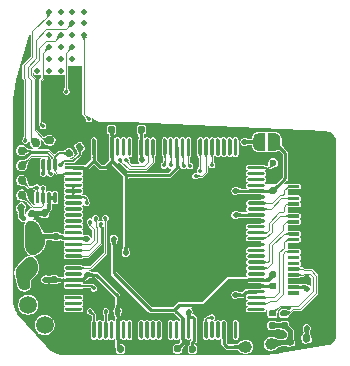
<source format=gbr>
G04 #@! TF.GenerationSoftware,KiCad,Pcbnew,9.0.0*
G04 #@! TF.CreationDate,2025-02-27T12:50:40-05:00*
G04 #@! TF.ProjectId,fujiflex,66756a69-666c-4657-982e-6b696361645f,rev?*
G04 #@! TF.SameCoordinates,Original*
G04 #@! TF.FileFunction,Copper,L1,Top*
G04 #@! TF.FilePolarity,Positive*
%FSLAX46Y46*%
G04 Gerber Fmt 4.6, Leading zero omitted, Abs format (unit mm)*
G04 Created by KiCad (PCBNEW 9.0.0) date 2025-02-27 12:50:40*
%MOMM*%
%LPD*%
G01*
G04 APERTURE LIST*
G04 #@! TA.AperFunction,SMDPad,CuDef*
%ADD10C,0.600000*%
G04 #@! TD*
G04 #@! TA.AperFunction,SMDPad,CuDef*
%ADD11C,0.750000*%
G04 #@! TD*
G04 #@! TA.AperFunction,SMDPad,CuDef*
%ADD12C,1.000000*%
G04 #@! TD*
G04 #@! TA.AperFunction,SMDPad,CuDef*
%ADD13C,1.500000*%
G04 #@! TD*
G04 #@! TA.AperFunction,ViaPad*
%ADD14C,0.350000*%
G04 #@! TD*
G04 #@! TA.AperFunction,ViaPad*
%ADD15C,0.508000*%
G04 #@! TD*
G04 #@! TA.AperFunction,ViaPad*
%ADD16C,0.500000*%
G04 #@! TD*
G04 #@! TA.AperFunction,Conductor*
%ADD17C,0.088900*%
G04 #@! TD*
G04 #@! TA.AperFunction,Conductor*
%ADD18C,0.250000*%
G04 #@! TD*
G04 #@! TA.AperFunction,Conductor*
%ADD19C,0.400000*%
G04 #@! TD*
G04 #@! TA.AperFunction,Conductor*
%ADD20C,0.127000*%
G04 #@! TD*
G04 #@! TA.AperFunction,Conductor*
%ADD21C,0.152400*%
G04 #@! TD*
G04 APERTURE END LIST*
G04 #@! TA.AperFunction,SMDPad,CuDef*
G36*
G01*
X134604134Y-95871698D02*
X134604134Y-95101698D01*
G75*
G02*
X134694134Y-95011698I90000J0D01*
G01*
X134814134Y-95011698D01*
G75*
G02*
X134904134Y-95101698I0J-90000D01*
G01*
X134904134Y-95871698D01*
G75*
G02*
X134814134Y-95961698I-90000J0D01*
G01*
X134694134Y-95961698D01*
G75*
G02*
X134604134Y-95871698I0J90000D01*
G01*
G37*
G04 #@! TD.AperFunction*
G04 #@! TA.AperFunction,SMDPad,CuDef*
G36*
G01*
X134104134Y-95871698D02*
X134104134Y-95101698D01*
G75*
G02*
X134194134Y-95011698I90000J0D01*
G01*
X134314134Y-95011698D01*
G75*
G02*
X134404134Y-95101698I0J-90000D01*
G01*
X134404134Y-95871698D01*
G75*
G02*
X134314134Y-95961698I-90000J0D01*
G01*
X134194134Y-95961698D01*
G75*
G02*
X134104134Y-95871698I0J90000D01*
G01*
G37*
G04 #@! TD.AperFunction*
G04 #@! TA.AperFunction,SMDPad,CuDef*
G36*
G01*
X133604134Y-95871698D02*
X133604134Y-95101698D01*
G75*
G02*
X133694134Y-95011698I90000J0D01*
G01*
X133814134Y-95011698D01*
G75*
G02*
X133904134Y-95101698I0J-90000D01*
G01*
X133904134Y-95871698D01*
G75*
G02*
X133814134Y-95961698I-90000J0D01*
G01*
X133694134Y-95961698D01*
G75*
G02*
X133604134Y-95871698I0J90000D01*
G01*
G37*
G04 #@! TD.AperFunction*
G04 #@! TA.AperFunction,SMDPad,CuDef*
G36*
G01*
X133104134Y-95871698D02*
X133104134Y-95101698D01*
G75*
G02*
X133194134Y-95011698I90000J0D01*
G01*
X133314134Y-95011698D01*
G75*
G02*
X133404134Y-95101698I0J-90000D01*
G01*
X133404134Y-95871698D01*
G75*
G02*
X133314134Y-95961698I-90000J0D01*
G01*
X133194134Y-95961698D01*
G75*
G02*
X133104134Y-95871698I0J90000D01*
G01*
G37*
G04 #@! TD.AperFunction*
G04 #@! TA.AperFunction,SMDPad,CuDef*
G36*
G01*
X133104134Y-98671698D02*
X133104134Y-97901698D01*
G75*
G02*
X133194134Y-97811698I90000J0D01*
G01*
X133314134Y-97811698D01*
G75*
G02*
X133404134Y-97901698I0J-90000D01*
G01*
X133404134Y-98671698D01*
G75*
G02*
X133314134Y-98761698I-90000J0D01*
G01*
X133194134Y-98761698D01*
G75*
G02*
X133104134Y-98671698I0J90000D01*
G01*
G37*
G04 #@! TD.AperFunction*
G04 #@! TA.AperFunction,SMDPad,CuDef*
G36*
G01*
X133604134Y-98671698D02*
X133604134Y-97901698D01*
G75*
G02*
X133694134Y-97811698I90000J0D01*
G01*
X133814134Y-97811698D01*
G75*
G02*
X133904134Y-97901698I0J-90000D01*
G01*
X133904134Y-98671698D01*
G75*
G02*
X133814134Y-98761698I-90000J0D01*
G01*
X133694134Y-98761698D01*
G75*
G02*
X133604134Y-98671698I0J90000D01*
G01*
G37*
G04 #@! TD.AperFunction*
G04 #@! TA.AperFunction,SMDPad,CuDef*
G36*
G01*
X134104134Y-98671698D02*
X134104134Y-97901698D01*
G75*
G02*
X134194134Y-97811698I90000J0D01*
G01*
X134314134Y-97811698D01*
G75*
G02*
X134404134Y-97901698I0J-90000D01*
G01*
X134404134Y-98671698D01*
G75*
G02*
X134314134Y-98761698I-90000J0D01*
G01*
X134194134Y-98761698D01*
G75*
G02*
X134104134Y-98671698I0J90000D01*
G01*
G37*
G04 #@! TD.AperFunction*
G04 #@! TA.AperFunction,SMDPad,CuDef*
G36*
G01*
X134604134Y-98671698D02*
X134604134Y-97901698D01*
G75*
G02*
X134694134Y-97811698I90000J0D01*
G01*
X134814134Y-97811698D01*
G75*
G02*
X134904134Y-97901698I0J-90000D01*
G01*
X134904134Y-98671698D01*
G75*
G02*
X134814134Y-98761698I-90000J0D01*
G01*
X134694134Y-98761698D01*
G75*
G02*
X134604134Y-98671698I0J90000D01*
G01*
G37*
G04 #@! TD.AperFunction*
G04 #@! TA.AperFunction,SMDPad,CuDef*
G36*
G01*
X133254134Y-96761698D02*
X134754134Y-96761698D01*
G75*
G02*
X134829134Y-96836698I0J-75000D01*
G01*
X134829134Y-96936698D01*
G75*
G02*
X134754134Y-97011698I-75000J0D01*
G01*
X133254134Y-97011698D01*
G75*
G02*
X133179134Y-96936698I0J75000D01*
G01*
X133179134Y-96836698D01*
G75*
G02*
X133254134Y-96761698I75000J0D01*
G01*
G37*
G04 #@! TD.AperFunction*
G04 #@! TA.AperFunction,SMDPad,CuDef*
G36*
G01*
X149900000Y-94629500D02*
X149900000Y-93394500D01*
G75*
G02*
X150020000Y-93274500I120000J0D01*
G01*
X150080000Y-93274500D01*
G75*
G02*
X150200000Y-93394500I0J-120000D01*
G01*
X150200000Y-94629500D01*
G75*
G02*
X150080000Y-94749500I-120000J0D01*
G01*
X150020000Y-94749500D01*
G75*
G02*
X149900000Y-94629500I0J120000D01*
G01*
G37*
G04 #@! TD.AperFunction*
G04 #@! TA.AperFunction,SMDPad,CuDef*
G36*
G01*
X149400000Y-94629500D02*
X149400000Y-93394500D01*
G75*
G02*
X149520000Y-93274500I120000J0D01*
G01*
X149580000Y-93274500D01*
G75*
G02*
X149700000Y-93394500I0J-120000D01*
G01*
X149700000Y-94629500D01*
G75*
G02*
X149580000Y-94749500I-120000J0D01*
G01*
X149520000Y-94749500D01*
G75*
G02*
X149400000Y-94629500I0J120000D01*
G01*
G37*
G04 #@! TD.AperFunction*
G04 #@! TA.AperFunction,SMDPad,CuDef*
G36*
G01*
X148900000Y-94629500D02*
X148900000Y-93394500D01*
G75*
G02*
X149020000Y-93274500I120000J0D01*
G01*
X149080000Y-93274500D01*
G75*
G02*
X149200000Y-93394500I0J-120000D01*
G01*
X149200000Y-94629500D01*
G75*
G02*
X149080000Y-94749500I-120000J0D01*
G01*
X149020000Y-94749500D01*
G75*
G02*
X148900000Y-94629500I0J120000D01*
G01*
G37*
G04 #@! TD.AperFunction*
G04 #@! TA.AperFunction,SMDPad,CuDef*
G36*
G01*
X148400000Y-94629500D02*
X148400000Y-93394500D01*
G75*
G02*
X148520000Y-93274500I120000J0D01*
G01*
X148580000Y-93274500D01*
G75*
G02*
X148700000Y-93394500I0J-120000D01*
G01*
X148700000Y-94629500D01*
G75*
G02*
X148580000Y-94749500I-120000J0D01*
G01*
X148520000Y-94749500D01*
G75*
G02*
X148400000Y-94629500I0J120000D01*
G01*
G37*
G04 #@! TD.AperFunction*
G04 #@! TA.AperFunction,SMDPad,CuDef*
G36*
G01*
X147900000Y-94629500D02*
X147900000Y-93394500D01*
G75*
G02*
X148020000Y-93274500I120000J0D01*
G01*
X148080000Y-93274500D01*
G75*
G02*
X148200000Y-93394500I0J-120000D01*
G01*
X148200000Y-94629500D01*
G75*
G02*
X148080000Y-94749500I-120000J0D01*
G01*
X148020000Y-94749500D01*
G75*
G02*
X147900000Y-94629500I0J120000D01*
G01*
G37*
G04 #@! TD.AperFunction*
G04 #@! TA.AperFunction,SMDPad,CuDef*
G36*
G01*
X147400000Y-94629500D02*
X147400000Y-93394500D01*
G75*
G02*
X147520000Y-93274500I120000J0D01*
G01*
X147580000Y-93274500D01*
G75*
G02*
X147700000Y-93394500I0J-120000D01*
G01*
X147700000Y-94629500D01*
G75*
G02*
X147580000Y-94749500I-120000J0D01*
G01*
X147520000Y-94749500D01*
G75*
G02*
X147400000Y-94629500I0J120000D01*
G01*
G37*
G04 #@! TD.AperFunction*
G04 #@! TA.AperFunction,SMDPad,CuDef*
G36*
G01*
X146900000Y-94629500D02*
X146900000Y-93394500D01*
G75*
G02*
X147020000Y-93274500I120000J0D01*
G01*
X147080000Y-93274500D01*
G75*
G02*
X147200000Y-93394500I0J-120000D01*
G01*
X147200000Y-94629500D01*
G75*
G02*
X147080000Y-94749500I-120000J0D01*
G01*
X147020000Y-94749500D01*
G75*
G02*
X146900000Y-94629500I0J120000D01*
G01*
G37*
G04 #@! TD.AperFunction*
G04 #@! TA.AperFunction,SMDPad,CuDef*
G36*
G01*
X146400000Y-94629500D02*
X146400000Y-93394500D01*
G75*
G02*
X146520000Y-93274500I120000J0D01*
G01*
X146580000Y-93274500D01*
G75*
G02*
X146700000Y-93394500I0J-120000D01*
G01*
X146700000Y-94629500D01*
G75*
G02*
X146580000Y-94749500I-120000J0D01*
G01*
X146520000Y-94749500D01*
G75*
G02*
X146400000Y-94629500I0J120000D01*
G01*
G37*
G04 #@! TD.AperFunction*
G04 #@! TA.AperFunction,SMDPad,CuDef*
G36*
G01*
X145900000Y-94629500D02*
X145900000Y-93394500D01*
G75*
G02*
X146020000Y-93274500I120000J0D01*
G01*
X146080000Y-93274500D01*
G75*
G02*
X146200000Y-93394500I0J-120000D01*
G01*
X146200000Y-94629500D01*
G75*
G02*
X146080000Y-94749500I-120000J0D01*
G01*
X146020000Y-94749500D01*
G75*
G02*
X145900000Y-94629500I0J120000D01*
G01*
G37*
G04 #@! TD.AperFunction*
G04 #@! TA.AperFunction,SMDPad,CuDef*
G36*
G01*
X145400000Y-94629500D02*
X145400000Y-93394500D01*
G75*
G02*
X145520000Y-93274500I120000J0D01*
G01*
X145580000Y-93274500D01*
G75*
G02*
X145700000Y-93394500I0J-120000D01*
G01*
X145700000Y-94629500D01*
G75*
G02*
X145580000Y-94749500I-120000J0D01*
G01*
X145520000Y-94749500D01*
G75*
G02*
X145400000Y-94629500I0J120000D01*
G01*
G37*
G04 #@! TD.AperFunction*
G04 #@! TA.AperFunction,SMDPad,CuDef*
G36*
G01*
X144900000Y-94629500D02*
X144900000Y-93394500D01*
G75*
G02*
X145020000Y-93274500I120000J0D01*
G01*
X145080000Y-93274500D01*
G75*
G02*
X145200000Y-93394500I0J-120000D01*
G01*
X145200000Y-94629500D01*
G75*
G02*
X145080000Y-94749500I-120000J0D01*
G01*
X145020000Y-94749500D01*
G75*
G02*
X144900000Y-94629500I0J120000D01*
G01*
G37*
G04 #@! TD.AperFunction*
G04 #@! TA.AperFunction,SMDPad,CuDef*
G36*
G01*
X144400000Y-94629500D02*
X144400000Y-93394500D01*
G75*
G02*
X144520000Y-93274500I120000J0D01*
G01*
X144580000Y-93274500D01*
G75*
G02*
X144700000Y-93394500I0J-120000D01*
G01*
X144700000Y-94629500D01*
G75*
G02*
X144580000Y-94749500I-120000J0D01*
G01*
X144520000Y-94749500D01*
G75*
G02*
X144400000Y-94629500I0J120000D01*
G01*
G37*
G04 #@! TD.AperFunction*
G04 #@! TA.AperFunction,SMDPad,CuDef*
G36*
G01*
X143900000Y-94629500D02*
X143900000Y-93394500D01*
G75*
G02*
X144020000Y-93274500I120000J0D01*
G01*
X144080000Y-93274500D01*
G75*
G02*
X144200000Y-93394500I0J-120000D01*
G01*
X144200000Y-94629500D01*
G75*
G02*
X144080000Y-94749500I-120000J0D01*
G01*
X144020000Y-94749500D01*
G75*
G02*
X143900000Y-94629500I0J120000D01*
G01*
G37*
G04 #@! TD.AperFunction*
G04 #@! TA.AperFunction,SMDPad,CuDef*
G36*
G01*
X143400000Y-94629500D02*
X143400000Y-93394500D01*
G75*
G02*
X143520000Y-93274500I120000J0D01*
G01*
X143580000Y-93274500D01*
G75*
G02*
X143700000Y-93394500I0J-120000D01*
G01*
X143700000Y-94629500D01*
G75*
G02*
X143580000Y-94749500I-120000J0D01*
G01*
X143520000Y-94749500D01*
G75*
G02*
X143400000Y-94629500I0J120000D01*
G01*
G37*
G04 #@! TD.AperFunction*
G04 #@! TA.AperFunction,SMDPad,CuDef*
G36*
G01*
X142900000Y-94629500D02*
X142900000Y-93394500D01*
G75*
G02*
X143020000Y-93274500I120000J0D01*
G01*
X143080000Y-93274500D01*
G75*
G02*
X143200000Y-93394500I0J-120000D01*
G01*
X143200000Y-94629500D01*
G75*
G02*
X143080000Y-94749500I-120000J0D01*
G01*
X143020000Y-94749500D01*
G75*
G02*
X142900000Y-94629500I0J120000D01*
G01*
G37*
G04 #@! TD.AperFunction*
G04 #@! TA.AperFunction,SMDPad,CuDef*
G36*
G01*
X142400000Y-94629500D02*
X142400000Y-93394500D01*
G75*
G02*
X142520000Y-93274500I120000J0D01*
G01*
X142580000Y-93274500D01*
G75*
G02*
X142700000Y-93394500I0J-120000D01*
G01*
X142700000Y-94629500D01*
G75*
G02*
X142580000Y-94749500I-120000J0D01*
G01*
X142520000Y-94749500D01*
G75*
G02*
X142400000Y-94629500I0J120000D01*
G01*
G37*
G04 #@! TD.AperFunction*
G04 #@! TA.AperFunction,SMDPad,CuDef*
G36*
G01*
X141900000Y-94629500D02*
X141900000Y-93394500D01*
G75*
G02*
X142020000Y-93274500I120000J0D01*
G01*
X142080000Y-93274500D01*
G75*
G02*
X142200000Y-93394500I0J-120000D01*
G01*
X142200000Y-94629500D01*
G75*
G02*
X142080000Y-94749500I-120000J0D01*
G01*
X142020000Y-94749500D01*
G75*
G02*
X141900000Y-94629500I0J120000D01*
G01*
G37*
G04 #@! TD.AperFunction*
G04 #@! TA.AperFunction,SMDPad,CuDef*
G36*
G01*
X141400000Y-94629500D02*
X141400000Y-93394500D01*
G75*
G02*
X141520000Y-93274500I120000J0D01*
G01*
X141580000Y-93274500D01*
G75*
G02*
X141700000Y-93394500I0J-120000D01*
G01*
X141700000Y-94629500D01*
G75*
G02*
X141580000Y-94749500I-120000J0D01*
G01*
X141520000Y-94749500D01*
G75*
G02*
X141400000Y-94629500I0J120000D01*
G01*
G37*
G04 #@! TD.AperFunction*
G04 #@! TA.AperFunction,SMDPad,CuDef*
G36*
G01*
X140900000Y-94629500D02*
X140900000Y-93394500D01*
G75*
G02*
X141020000Y-93274500I120000J0D01*
G01*
X141080000Y-93274500D01*
G75*
G02*
X141200000Y-93394500I0J-120000D01*
G01*
X141200000Y-94629500D01*
G75*
G02*
X141080000Y-94749500I-120000J0D01*
G01*
X141020000Y-94749500D01*
G75*
G02*
X140900000Y-94629500I0J120000D01*
G01*
G37*
G04 #@! TD.AperFunction*
G04 #@! TA.AperFunction,SMDPad,CuDef*
G36*
G01*
X140400000Y-94629500D02*
X140400000Y-93394500D01*
G75*
G02*
X140520000Y-93274500I120000J0D01*
G01*
X140580000Y-93274500D01*
G75*
G02*
X140700000Y-93394500I0J-120000D01*
G01*
X140700000Y-94629500D01*
G75*
G02*
X140580000Y-94749500I-120000J0D01*
G01*
X140520000Y-94749500D01*
G75*
G02*
X140400000Y-94629500I0J120000D01*
G01*
G37*
G04 #@! TD.AperFunction*
G04 #@! TA.AperFunction,SMDPad,CuDef*
G36*
G01*
X139900000Y-94629500D02*
X139900000Y-93394500D01*
G75*
G02*
X140020000Y-93274500I120000J0D01*
G01*
X140080000Y-93274500D01*
G75*
G02*
X140200000Y-93394500I0J-120000D01*
G01*
X140200000Y-94629500D01*
G75*
G02*
X140080000Y-94749500I-120000J0D01*
G01*
X140020000Y-94749500D01*
G75*
G02*
X139900000Y-94629500I0J120000D01*
G01*
G37*
G04 #@! TD.AperFunction*
G04 #@! TA.AperFunction,SMDPad,CuDef*
G36*
G01*
X139400000Y-94629500D02*
X139400000Y-93394500D01*
G75*
G02*
X139520000Y-93274500I120000J0D01*
G01*
X139580000Y-93274500D01*
G75*
G02*
X139700000Y-93394500I0J-120000D01*
G01*
X139700000Y-94629500D01*
G75*
G02*
X139580000Y-94749500I-120000J0D01*
G01*
X139520000Y-94749500D01*
G75*
G02*
X139400000Y-94629500I0J120000D01*
G01*
G37*
G04 #@! TD.AperFunction*
G04 #@! TA.AperFunction,SMDPad,CuDef*
G36*
G01*
X138900000Y-94629500D02*
X138900000Y-93394500D01*
G75*
G02*
X139020000Y-93274500I120000J0D01*
G01*
X139080000Y-93274500D01*
G75*
G02*
X139200000Y-93394500I0J-120000D01*
G01*
X139200000Y-94629500D01*
G75*
G02*
X139080000Y-94749500I-120000J0D01*
G01*
X139020000Y-94749500D01*
G75*
G02*
X138900000Y-94629500I0J120000D01*
G01*
G37*
G04 #@! TD.AperFunction*
G04 #@! TA.AperFunction,SMDPad,CuDef*
G36*
G01*
X138400000Y-94629500D02*
X138400000Y-93394500D01*
G75*
G02*
X138520000Y-93274500I120000J0D01*
G01*
X138580000Y-93274500D01*
G75*
G02*
X138700000Y-93394500I0J-120000D01*
G01*
X138700000Y-94629500D01*
G75*
G02*
X138580000Y-94749500I-120000J0D01*
G01*
X138520000Y-94749500D01*
G75*
G02*
X138400000Y-94629500I0J120000D01*
G01*
G37*
G04 #@! TD.AperFunction*
G04 #@! TA.AperFunction,SMDPad,CuDef*
G36*
G01*
X137900000Y-94629500D02*
X137900000Y-93394500D01*
G75*
G02*
X138020000Y-93274500I120000J0D01*
G01*
X138080000Y-93274500D01*
G75*
G02*
X138200000Y-93394500I0J-120000D01*
G01*
X138200000Y-94629500D01*
G75*
G02*
X138080000Y-94749500I-120000J0D01*
G01*
X138020000Y-94749500D01*
G75*
G02*
X137900000Y-94629500I0J120000D01*
G01*
G37*
G04 #@! TD.AperFunction*
G04 #@! TA.AperFunction,SMDPad,CuDef*
G36*
G01*
X135694500Y-95600000D02*
X136929500Y-95600000D01*
G75*
G02*
X137049500Y-95720000I0J-120000D01*
G01*
X137049500Y-95780000D01*
G75*
G02*
X136929500Y-95900000I-120000J0D01*
G01*
X135694500Y-95900000D01*
G75*
G02*
X135574500Y-95780000I0J120000D01*
G01*
X135574500Y-95720000D01*
G75*
G02*
X135694500Y-95600000I120000J0D01*
G01*
G37*
G04 #@! TD.AperFunction*
G04 #@! TA.AperFunction,SMDPad,CuDef*
G36*
G01*
X135694500Y-96100000D02*
X136929500Y-96100000D01*
G75*
G02*
X137049500Y-96220000I0J-120000D01*
G01*
X137049500Y-96280000D01*
G75*
G02*
X136929500Y-96400000I-120000J0D01*
G01*
X135694500Y-96400000D01*
G75*
G02*
X135574500Y-96280000I0J120000D01*
G01*
X135574500Y-96220000D01*
G75*
G02*
X135694500Y-96100000I120000J0D01*
G01*
G37*
G04 #@! TD.AperFunction*
G04 #@! TA.AperFunction,SMDPad,CuDef*
G36*
G01*
X135694500Y-96600000D02*
X136929500Y-96600000D01*
G75*
G02*
X137049500Y-96720000I0J-120000D01*
G01*
X137049500Y-96780000D01*
G75*
G02*
X136929500Y-96900000I-120000J0D01*
G01*
X135694500Y-96900000D01*
G75*
G02*
X135574500Y-96780000I0J120000D01*
G01*
X135574500Y-96720000D01*
G75*
G02*
X135694500Y-96600000I120000J0D01*
G01*
G37*
G04 #@! TD.AperFunction*
G04 #@! TA.AperFunction,SMDPad,CuDef*
G36*
G01*
X135694500Y-97100000D02*
X136929500Y-97100000D01*
G75*
G02*
X137049500Y-97220000I0J-120000D01*
G01*
X137049500Y-97280000D01*
G75*
G02*
X136929500Y-97400000I-120000J0D01*
G01*
X135694500Y-97400000D01*
G75*
G02*
X135574500Y-97280000I0J120000D01*
G01*
X135574500Y-97220000D01*
G75*
G02*
X135694500Y-97100000I120000J0D01*
G01*
G37*
G04 #@! TD.AperFunction*
G04 #@! TA.AperFunction,SMDPad,CuDef*
G36*
G01*
X135694500Y-97600000D02*
X136929500Y-97600000D01*
G75*
G02*
X137049500Y-97720000I0J-120000D01*
G01*
X137049500Y-97780000D01*
G75*
G02*
X136929500Y-97900000I-120000J0D01*
G01*
X135694500Y-97900000D01*
G75*
G02*
X135574500Y-97780000I0J120000D01*
G01*
X135574500Y-97720000D01*
G75*
G02*
X135694500Y-97600000I120000J0D01*
G01*
G37*
G04 #@! TD.AperFunction*
G04 #@! TA.AperFunction,SMDPad,CuDef*
G36*
G01*
X135694500Y-98100000D02*
X136929500Y-98100000D01*
G75*
G02*
X137049500Y-98220000I0J-120000D01*
G01*
X137049500Y-98280000D01*
G75*
G02*
X136929500Y-98400000I-120000J0D01*
G01*
X135694500Y-98400000D01*
G75*
G02*
X135574500Y-98280000I0J120000D01*
G01*
X135574500Y-98220000D01*
G75*
G02*
X135694500Y-98100000I120000J0D01*
G01*
G37*
G04 #@! TD.AperFunction*
G04 #@! TA.AperFunction,SMDPad,CuDef*
G36*
G01*
X135694500Y-98600000D02*
X136929500Y-98600000D01*
G75*
G02*
X137049500Y-98720000I0J-120000D01*
G01*
X137049500Y-98780000D01*
G75*
G02*
X136929500Y-98900000I-120000J0D01*
G01*
X135694500Y-98900000D01*
G75*
G02*
X135574500Y-98780000I0J120000D01*
G01*
X135574500Y-98720000D01*
G75*
G02*
X135694500Y-98600000I120000J0D01*
G01*
G37*
G04 #@! TD.AperFunction*
G04 #@! TA.AperFunction,SMDPad,CuDef*
G36*
G01*
X135694500Y-99100000D02*
X136929500Y-99100000D01*
G75*
G02*
X137049500Y-99220000I0J-120000D01*
G01*
X137049500Y-99280000D01*
G75*
G02*
X136929500Y-99400000I-120000J0D01*
G01*
X135694500Y-99400000D01*
G75*
G02*
X135574500Y-99280000I0J120000D01*
G01*
X135574500Y-99220000D01*
G75*
G02*
X135694500Y-99100000I120000J0D01*
G01*
G37*
G04 #@! TD.AperFunction*
G04 #@! TA.AperFunction,SMDPad,CuDef*
G36*
G01*
X135694500Y-99600000D02*
X136929500Y-99600000D01*
G75*
G02*
X137049500Y-99720000I0J-120000D01*
G01*
X137049500Y-99780000D01*
G75*
G02*
X136929500Y-99900000I-120000J0D01*
G01*
X135694500Y-99900000D01*
G75*
G02*
X135574500Y-99780000I0J120000D01*
G01*
X135574500Y-99720000D01*
G75*
G02*
X135694500Y-99600000I120000J0D01*
G01*
G37*
G04 #@! TD.AperFunction*
G04 #@! TA.AperFunction,SMDPad,CuDef*
G36*
G01*
X135694500Y-100100000D02*
X136929500Y-100100000D01*
G75*
G02*
X137049500Y-100220000I0J-120000D01*
G01*
X137049500Y-100280000D01*
G75*
G02*
X136929500Y-100400000I-120000J0D01*
G01*
X135694500Y-100400000D01*
G75*
G02*
X135574500Y-100280000I0J120000D01*
G01*
X135574500Y-100220000D01*
G75*
G02*
X135694500Y-100100000I120000J0D01*
G01*
G37*
G04 #@! TD.AperFunction*
G04 #@! TA.AperFunction,SMDPad,CuDef*
G36*
G01*
X135694500Y-100600000D02*
X136929500Y-100600000D01*
G75*
G02*
X137049500Y-100720000I0J-120000D01*
G01*
X137049500Y-100780000D01*
G75*
G02*
X136929500Y-100900000I-120000J0D01*
G01*
X135694500Y-100900000D01*
G75*
G02*
X135574500Y-100780000I0J120000D01*
G01*
X135574500Y-100720000D01*
G75*
G02*
X135694500Y-100600000I120000J0D01*
G01*
G37*
G04 #@! TD.AperFunction*
G04 #@! TA.AperFunction,SMDPad,CuDef*
G36*
G01*
X135694500Y-101100000D02*
X136929500Y-101100000D01*
G75*
G02*
X137049500Y-101220000I0J-120000D01*
G01*
X137049500Y-101280000D01*
G75*
G02*
X136929500Y-101400000I-120000J0D01*
G01*
X135694500Y-101400000D01*
G75*
G02*
X135574500Y-101280000I0J120000D01*
G01*
X135574500Y-101220000D01*
G75*
G02*
X135694500Y-101100000I120000J0D01*
G01*
G37*
G04 #@! TD.AperFunction*
G04 #@! TA.AperFunction,SMDPad,CuDef*
G36*
G01*
X135694500Y-101600000D02*
X136929500Y-101600000D01*
G75*
G02*
X137049500Y-101720000I0J-120000D01*
G01*
X137049500Y-101780000D01*
G75*
G02*
X136929500Y-101900000I-120000J0D01*
G01*
X135694500Y-101900000D01*
G75*
G02*
X135574500Y-101780000I0J120000D01*
G01*
X135574500Y-101720000D01*
G75*
G02*
X135694500Y-101600000I120000J0D01*
G01*
G37*
G04 #@! TD.AperFunction*
G04 #@! TA.AperFunction,SMDPad,CuDef*
G36*
G01*
X135694500Y-102100000D02*
X136929500Y-102100000D01*
G75*
G02*
X137049500Y-102220000I0J-120000D01*
G01*
X137049500Y-102280000D01*
G75*
G02*
X136929500Y-102400000I-120000J0D01*
G01*
X135694500Y-102400000D01*
G75*
G02*
X135574500Y-102280000I0J120000D01*
G01*
X135574500Y-102220000D01*
G75*
G02*
X135694500Y-102100000I120000J0D01*
G01*
G37*
G04 #@! TD.AperFunction*
G04 #@! TA.AperFunction,SMDPad,CuDef*
G36*
G01*
X135694500Y-102600000D02*
X136929500Y-102600000D01*
G75*
G02*
X137049500Y-102720000I0J-120000D01*
G01*
X137049500Y-102780000D01*
G75*
G02*
X136929500Y-102900000I-120000J0D01*
G01*
X135694500Y-102900000D01*
G75*
G02*
X135574500Y-102780000I0J120000D01*
G01*
X135574500Y-102720000D01*
G75*
G02*
X135694500Y-102600000I120000J0D01*
G01*
G37*
G04 #@! TD.AperFunction*
G04 #@! TA.AperFunction,SMDPad,CuDef*
G36*
G01*
X135694500Y-103100000D02*
X136929500Y-103100000D01*
G75*
G02*
X137049500Y-103220000I0J-120000D01*
G01*
X137049500Y-103280000D01*
G75*
G02*
X136929500Y-103400000I-120000J0D01*
G01*
X135694500Y-103400000D01*
G75*
G02*
X135574500Y-103280000I0J120000D01*
G01*
X135574500Y-103220000D01*
G75*
G02*
X135694500Y-103100000I120000J0D01*
G01*
G37*
G04 #@! TD.AperFunction*
G04 #@! TA.AperFunction,SMDPad,CuDef*
G36*
G01*
X135694500Y-103600000D02*
X136929500Y-103600000D01*
G75*
G02*
X137049500Y-103720000I0J-120000D01*
G01*
X137049500Y-103780000D01*
G75*
G02*
X136929500Y-103900000I-120000J0D01*
G01*
X135694500Y-103900000D01*
G75*
G02*
X135574500Y-103780000I0J120000D01*
G01*
X135574500Y-103720000D01*
G75*
G02*
X135694500Y-103600000I120000J0D01*
G01*
G37*
G04 #@! TD.AperFunction*
G04 #@! TA.AperFunction,SMDPad,CuDef*
G36*
G01*
X135694500Y-104100000D02*
X136929500Y-104100000D01*
G75*
G02*
X137049500Y-104220000I0J-120000D01*
G01*
X137049500Y-104280000D01*
G75*
G02*
X136929500Y-104400000I-120000J0D01*
G01*
X135694500Y-104400000D01*
G75*
G02*
X135574500Y-104280000I0J120000D01*
G01*
X135574500Y-104220000D01*
G75*
G02*
X135694500Y-104100000I120000J0D01*
G01*
G37*
G04 #@! TD.AperFunction*
G04 #@! TA.AperFunction,SMDPad,CuDef*
G36*
G01*
X135694500Y-104600000D02*
X136929500Y-104600000D01*
G75*
G02*
X137049500Y-104720000I0J-120000D01*
G01*
X137049500Y-104780000D01*
G75*
G02*
X136929500Y-104900000I-120000J0D01*
G01*
X135694500Y-104900000D01*
G75*
G02*
X135574500Y-104780000I0J120000D01*
G01*
X135574500Y-104720000D01*
G75*
G02*
X135694500Y-104600000I120000J0D01*
G01*
G37*
G04 #@! TD.AperFunction*
G04 #@! TA.AperFunction,SMDPad,CuDef*
G36*
G01*
X135694500Y-105100000D02*
X136929500Y-105100000D01*
G75*
G02*
X137049500Y-105220000I0J-120000D01*
G01*
X137049500Y-105280000D01*
G75*
G02*
X136929500Y-105400000I-120000J0D01*
G01*
X135694500Y-105400000D01*
G75*
G02*
X135574500Y-105280000I0J120000D01*
G01*
X135574500Y-105220000D01*
G75*
G02*
X135694500Y-105100000I120000J0D01*
G01*
G37*
G04 #@! TD.AperFunction*
G04 #@! TA.AperFunction,SMDPad,CuDef*
G36*
G01*
X135694500Y-105600000D02*
X136929500Y-105600000D01*
G75*
G02*
X137049500Y-105720000I0J-120000D01*
G01*
X137049500Y-105780000D01*
G75*
G02*
X136929500Y-105900000I-120000J0D01*
G01*
X135694500Y-105900000D01*
G75*
G02*
X135574500Y-105780000I0J120000D01*
G01*
X135574500Y-105720000D01*
G75*
G02*
X135694500Y-105600000I120000J0D01*
G01*
G37*
G04 #@! TD.AperFunction*
G04 #@! TA.AperFunction,SMDPad,CuDef*
G36*
G01*
X135694500Y-106100000D02*
X136929500Y-106100000D01*
G75*
G02*
X137049500Y-106220000I0J-120000D01*
G01*
X137049500Y-106280000D01*
G75*
G02*
X136929500Y-106400000I-120000J0D01*
G01*
X135694500Y-106400000D01*
G75*
G02*
X135574500Y-106280000I0J120000D01*
G01*
X135574500Y-106220000D01*
G75*
G02*
X135694500Y-106100000I120000J0D01*
G01*
G37*
G04 #@! TD.AperFunction*
G04 #@! TA.AperFunction,SMDPad,CuDef*
G36*
G01*
X135694500Y-106600000D02*
X136929500Y-106600000D01*
G75*
G02*
X137049500Y-106720000I0J-120000D01*
G01*
X137049500Y-106780000D01*
G75*
G02*
X136929500Y-106900000I-120000J0D01*
G01*
X135694500Y-106900000D01*
G75*
G02*
X135574500Y-106780000I0J120000D01*
G01*
X135574500Y-106720000D01*
G75*
G02*
X135694500Y-106600000I120000J0D01*
G01*
G37*
G04 #@! TD.AperFunction*
G04 #@! TA.AperFunction,SMDPad,CuDef*
G36*
G01*
X135694500Y-107100000D02*
X136929500Y-107100000D01*
G75*
G02*
X137049500Y-107220000I0J-120000D01*
G01*
X137049500Y-107280000D01*
G75*
G02*
X136929500Y-107400000I-120000J0D01*
G01*
X135694500Y-107400000D01*
G75*
G02*
X135574500Y-107280000I0J120000D01*
G01*
X135574500Y-107220000D01*
G75*
G02*
X135694500Y-107100000I120000J0D01*
G01*
G37*
G04 #@! TD.AperFunction*
G04 #@! TA.AperFunction,SMDPad,CuDef*
G36*
G01*
X135694500Y-107600000D02*
X136929500Y-107600000D01*
G75*
G02*
X137049500Y-107720000I0J-120000D01*
G01*
X137049500Y-107780000D01*
G75*
G02*
X136929500Y-107900000I-120000J0D01*
G01*
X135694500Y-107900000D01*
G75*
G02*
X135574500Y-107780000I0J120000D01*
G01*
X135574500Y-107720000D01*
G75*
G02*
X135694500Y-107600000I120000J0D01*
G01*
G37*
G04 #@! TD.AperFunction*
G04 #@! TA.AperFunction,SMDPad,CuDef*
G36*
G01*
X137900000Y-110105500D02*
X137900000Y-108870500D01*
G75*
G02*
X138020000Y-108750500I120000J0D01*
G01*
X138080000Y-108750500D01*
G75*
G02*
X138200000Y-108870500I0J-120000D01*
G01*
X138200000Y-110105500D01*
G75*
G02*
X138080000Y-110225500I-120000J0D01*
G01*
X138020000Y-110225500D01*
G75*
G02*
X137900000Y-110105500I0J120000D01*
G01*
G37*
G04 #@! TD.AperFunction*
G04 #@! TA.AperFunction,SMDPad,CuDef*
G36*
G01*
X138400000Y-110105500D02*
X138400000Y-108870500D01*
G75*
G02*
X138520000Y-108750500I120000J0D01*
G01*
X138580000Y-108750500D01*
G75*
G02*
X138700000Y-108870500I0J-120000D01*
G01*
X138700000Y-110105500D01*
G75*
G02*
X138580000Y-110225500I-120000J0D01*
G01*
X138520000Y-110225500D01*
G75*
G02*
X138400000Y-110105500I0J120000D01*
G01*
G37*
G04 #@! TD.AperFunction*
G04 #@! TA.AperFunction,SMDPad,CuDef*
G36*
G01*
X138900000Y-110105500D02*
X138900000Y-108870500D01*
G75*
G02*
X139020000Y-108750500I120000J0D01*
G01*
X139080000Y-108750500D01*
G75*
G02*
X139200000Y-108870500I0J-120000D01*
G01*
X139200000Y-110105500D01*
G75*
G02*
X139080000Y-110225500I-120000J0D01*
G01*
X139020000Y-110225500D01*
G75*
G02*
X138900000Y-110105500I0J120000D01*
G01*
G37*
G04 #@! TD.AperFunction*
G04 #@! TA.AperFunction,SMDPad,CuDef*
G36*
G01*
X139400000Y-110105500D02*
X139400000Y-108870500D01*
G75*
G02*
X139520000Y-108750500I120000J0D01*
G01*
X139580000Y-108750500D01*
G75*
G02*
X139700000Y-108870500I0J-120000D01*
G01*
X139700000Y-110105500D01*
G75*
G02*
X139580000Y-110225500I-120000J0D01*
G01*
X139520000Y-110225500D01*
G75*
G02*
X139400000Y-110105500I0J120000D01*
G01*
G37*
G04 #@! TD.AperFunction*
G04 #@! TA.AperFunction,SMDPad,CuDef*
G36*
G01*
X139900000Y-110105500D02*
X139900000Y-108870500D01*
G75*
G02*
X140020000Y-108750500I120000J0D01*
G01*
X140080000Y-108750500D01*
G75*
G02*
X140200000Y-108870500I0J-120000D01*
G01*
X140200000Y-110105500D01*
G75*
G02*
X140080000Y-110225500I-120000J0D01*
G01*
X140020000Y-110225500D01*
G75*
G02*
X139900000Y-110105500I0J120000D01*
G01*
G37*
G04 #@! TD.AperFunction*
G04 #@! TA.AperFunction,SMDPad,CuDef*
G36*
G01*
X140400000Y-110105500D02*
X140400000Y-108870500D01*
G75*
G02*
X140520000Y-108750500I120000J0D01*
G01*
X140580000Y-108750500D01*
G75*
G02*
X140700000Y-108870500I0J-120000D01*
G01*
X140700000Y-110105500D01*
G75*
G02*
X140580000Y-110225500I-120000J0D01*
G01*
X140520000Y-110225500D01*
G75*
G02*
X140400000Y-110105500I0J120000D01*
G01*
G37*
G04 #@! TD.AperFunction*
G04 #@! TA.AperFunction,SMDPad,CuDef*
G36*
G01*
X140900000Y-110105500D02*
X140900000Y-108870500D01*
G75*
G02*
X141020000Y-108750500I120000J0D01*
G01*
X141080000Y-108750500D01*
G75*
G02*
X141200000Y-108870500I0J-120000D01*
G01*
X141200000Y-110105500D01*
G75*
G02*
X141080000Y-110225500I-120000J0D01*
G01*
X141020000Y-110225500D01*
G75*
G02*
X140900000Y-110105500I0J120000D01*
G01*
G37*
G04 #@! TD.AperFunction*
G04 #@! TA.AperFunction,SMDPad,CuDef*
G36*
G01*
X141400000Y-110105500D02*
X141400000Y-108870500D01*
G75*
G02*
X141520000Y-108750500I120000J0D01*
G01*
X141580000Y-108750500D01*
G75*
G02*
X141700000Y-108870500I0J-120000D01*
G01*
X141700000Y-110105500D01*
G75*
G02*
X141580000Y-110225500I-120000J0D01*
G01*
X141520000Y-110225500D01*
G75*
G02*
X141400000Y-110105500I0J120000D01*
G01*
G37*
G04 #@! TD.AperFunction*
G04 #@! TA.AperFunction,SMDPad,CuDef*
G36*
G01*
X141900000Y-110105500D02*
X141900000Y-108870500D01*
G75*
G02*
X142020000Y-108750500I120000J0D01*
G01*
X142080000Y-108750500D01*
G75*
G02*
X142200000Y-108870500I0J-120000D01*
G01*
X142200000Y-110105500D01*
G75*
G02*
X142080000Y-110225500I-120000J0D01*
G01*
X142020000Y-110225500D01*
G75*
G02*
X141900000Y-110105500I0J120000D01*
G01*
G37*
G04 #@! TD.AperFunction*
G04 #@! TA.AperFunction,SMDPad,CuDef*
G36*
G01*
X142400000Y-110105500D02*
X142400000Y-108870500D01*
G75*
G02*
X142520000Y-108750500I120000J0D01*
G01*
X142580000Y-108750500D01*
G75*
G02*
X142700000Y-108870500I0J-120000D01*
G01*
X142700000Y-110105500D01*
G75*
G02*
X142580000Y-110225500I-120000J0D01*
G01*
X142520000Y-110225500D01*
G75*
G02*
X142400000Y-110105500I0J120000D01*
G01*
G37*
G04 #@! TD.AperFunction*
G04 #@! TA.AperFunction,SMDPad,CuDef*
G36*
G01*
X142900000Y-110105500D02*
X142900000Y-108870500D01*
G75*
G02*
X143020000Y-108750500I120000J0D01*
G01*
X143080000Y-108750500D01*
G75*
G02*
X143200000Y-108870500I0J-120000D01*
G01*
X143200000Y-110105500D01*
G75*
G02*
X143080000Y-110225500I-120000J0D01*
G01*
X143020000Y-110225500D01*
G75*
G02*
X142900000Y-110105500I0J120000D01*
G01*
G37*
G04 #@! TD.AperFunction*
G04 #@! TA.AperFunction,SMDPad,CuDef*
G36*
G01*
X143400000Y-110105500D02*
X143400000Y-108870500D01*
G75*
G02*
X143520000Y-108750500I120000J0D01*
G01*
X143580000Y-108750500D01*
G75*
G02*
X143700000Y-108870500I0J-120000D01*
G01*
X143700000Y-110105500D01*
G75*
G02*
X143580000Y-110225500I-120000J0D01*
G01*
X143520000Y-110225500D01*
G75*
G02*
X143400000Y-110105500I0J120000D01*
G01*
G37*
G04 #@! TD.AperFunction*
G04 #@! TA.AperFunction,SMDPad,CuDef*
G36*
G01*
X143900000Y-110105500D02*
X143900000Y-108870500D01*
G75*
G02*
X144020000Y-108750500I120000J0D01*
G01*
X144080000Y-108750500D01*
G75*
G02*
X144200000Y-108870500I0J-120000D01*
G01*
X144200000Y-110105500D01*
G75*
G02*
X144080000Y-110225500I-120000J0D01*
G01*
X144020000Y-110225500D01*
G75*
G02*
X143900000Y-110105500I0J120000D01*
G01*
G37*
G04 #@! TD.AperFunction*
G04 #@! TA.AperFunction,SMDPad,CuDef*
G36*
G01*
X144400000Y-110105500D02*
X144400000Y-108870500D01*
G75*
G02*
X144520000Y-108750500I120000J0D01*
G01*
X144580000Y-108750500D01*
G75*
G02*
X144700000Y-108870500I0J-120000D01*
G01*
X144700000Y-110105500D01*
G75*
G02*
X144580000Y-110225500I-120000J0D01*
G01*
X144520000Y-110225500D01*
G75*
G02*
X144400000Y-110105500I0J120000D01*
G01*
G37*
G04 #@! TD.AperFunction*
G04 #@! TA.AperFunction,SMDPad,CuDef*
G36*
G01*
X144900000Y-110105500D02*
X144900000Y-108870500D01*
G75*
G02*
X145020000Y-108750500I120000J0D01*
G01*
X145080000Y-108750500D01*
G75*
G02*
X145200000Y-108870500I0J-120000D01*
G01*
X145200000Y-110105500D01*
G75*
G02*
X145080000Y-110225500I-120000J0D01*
G01*
X145020000Y-110225500D01*
G75*
G02*
X144900000Y-110105500I0J120000D01*
G01*
G37*
G04 #@! TD.AperFunction*
G04 #@! TA.AperFunction,SMDPad,CuDef*
G36*
G01*
X145400000Y-110105500D02*
X145400000Y-108870500D01*
G75*
G02*
X145520000Y-108750500I120000J0D01*
G01*
X145580000Y-108750500D01*
G75*
G02*
X145700000Y-108870500I0J-120000D01*
G01*
X145700000Y-110105500D01*
G75*
G02*
X145580000Y-110225500I-120000J0D01*
G01*
X145520000Y-110225500D01*
G75*
G02*
X145400000Y-110105500I0J120000D01*
G01*
G37*
G04 #@! TD.AperFunction*
G04 #@! TA.AperFunction,SMDPad,CuDef*
G36*
G01*
X145900000Y-110105500D02*
X145900000Y-108870500D01*
G75*
G02*
X146020000Y-108750500I120000J0D01*
G01*
X146080000Y-108750500D01*
G75*
G02*
X146200000Y-108870500I0J-120000D01*
G01*
X146200000Y-110105500D01*
G75*
G02*
X146080000Y-110225500I-120000J0D01*
G01*
X146020000Y-110225500D01*
G75*
G02*
X145900000Y-110105500I0J120000D01*
G01*
G37*
G04 #@! TD.AperFunction*
G04 #@! TA.AperFunction,SMDPad,CuDef*
G36*
G01*
X146400000Y-110105500D02*
X146400000Y-108870500D01*
G75*
G02*
X146520000Y-108750500I120000J0D01*
G01*
X146580000Y-108750500D01*
G75*
G02*
X146700000Y-108870500I0J-120000D01*
G01*
X146700000Y-110105500D01*
G75*
G02*
X146580000Y-110225500I-120000J0D01*
G01*
X146520000Y-110225500D01*
G75*
G02*
X146400000Y-110105500I0J120000D01*
G01*
G37*
G04 #@! TD.AperFunction*
G04 #@! TA.AperFunction,SMDPad,CuDef*
G36*
G01*
X146900000Y-110105500D02*
X146900000Y-108870500D01*
G75*
G02*
X147020000Y-108750500I120000J0D01*
G01*
X147080000Y-108750500D01*
G75*
G02*
X147200000Y-108870500I0J-120000D01*
G01*
X147200000Y-110105500D01*
G75*
G02*
X147080000Y-110225500I-120000J0D01*
G01*
X147020000Y-110225500D01*
G75*
G02*
X146900000Y-110105500I0J120000D01*
G01*
G37*
G04 #@! TD.AperFunction*
G04 #@! TA.AperFunction,SMDPad,CuDef*
G36*
G01*
X147400000Y-110105500D02*
X147400000Y-108870500D01*
G75*
G02*
X147520000Y-108750500I120000J0D01*
G01*
X147580000Y-108750500D01*
G75*
G02*
X147700000Y-108870500I0J-120000D01*
G01*
X147700000Y-110105500D01*
G75*
G02*
X147580000Y-110225500I-120000J0D01*
G01*
X147520000Y-110225500D01*
G75*
G02*
X147400000Y-110105500I0J120000D01*
G01*
G37*
G04 #@! TD.AperFunction*
G04 #@! TA.AperFunction,SMDPad,CuDef*
G36*
G01*
X147900000Y-110105500D02*
X147900000Y-108870500D01*
G75*
G02*
X148020000Y-108750500I120000J0D01*
G01*
X148080000Y-108750500D01*
G75*
G02*
X148200000Y-108870500I0J-120000D01*
G01*
X148200000Y-110105500D01*
G75*
G02*
X148080000Y-110225500I-120000J0D01*
G01*
X148020000Y-110225500D01*
G75*
G02*
X147900000Y-110105500I0J120000D01*
G01*
G37*
G04 #@! TD.AperFunction*
G04 #@! TA.AperFunction,SMDPad,CuDef*
G36*
G01*
X148400000Y-110105500D02*
X148400000Y-108870500D01*
G75*
G02*
X148520000Y-108750500I120000J0D01*
G01*
X148580000Y-108750500D01*
G75*
G02*
X148700000Y-108870500I0J-120000D01*
G01*
X148700000Y-110105500D01*
G75*
G02*
X148580000Y-110225500I-120000J0D01*
G01*
X148520000Y-110225500D01*
G75*
G02*
X148400000Y-110105500I0J120000D01*
G01*
G37*
G04 #@! TD.AperFunction*
G04 #@! TA.AperFunction,SMDPad,CuDef*
G36*
G01*
X148900000Y-110105500D02*
X148900000Y-108870500D01*
G75*
G02*
X149020000Y-108750500I120000J0D01*
G01*
X149080000Y-108750500D01*
G75*
G02*
X149200000Y-108870500I0J-120000D01*
G01*
X149200000Y-110105500D01*
G75*
G02*
X149080000Y-110225500I-120000J0D01*
G01*
X149020000Y-110225500D01*
G75*
G02*
X148900000Y-110105500I0J120000D01*
G01*
G37*
G04 #@! TD.AperFunction*
G04 #@! TA.AperFunction,SMDPad,CuDef*
G36*
G01*
X149400000Y-110105500D02*
X149400000Y-108870500D01*
G75*
G02*
X149520000Y-108750500I120000J0D01*
G01*
X149580000Y-108750500D01*
G75*
G02*
X149700000Y-108870500I0J-120000D01*
G01*
X149700000Y-110105500D01*
G75*
G02*
X149580000Y-110225500I-120000J0D01*
G01*
X149520000Y-110225500D01*
G75*
G02*
X149400000Y-110105500I0J120000D01*
G01*
G37*
G04 #@! TD.AperFunction*
G04 #@! TA.AperFunction,SMDPad,CuDef*
G36*
G01*
X149900000Y-110105500D02*
X149900000Y-108870500D01*
G75*
G02*
X150020000Y-108750500I120000J0D01*
G01*
X150080000Y-108750500D01*
G75*
G02*
X150200000Y-108870500I0J-120000D01*
G01*
X150200000Y-110105500D01*
G75*
G02*
X150080000Y-110225500I-120000J0D01*
G01*
X150020000Y-110225500D01*
G75*
G02*
X149900000Y-110105500I0J120000D01*
G01*
G37*
G04 #@! TD.AperFunction*
G04 #@! TA.AperFunction,SMDPad,CuDef*
G36*
G01*
X151170500Y-107600000D02*
X152405500Y-107600000D01*
G75*
G02*
X152525500Y-107720000I0J-120000D01*
G01*
X152525500Y-107780000D01*
G75*
G02*
X152405500Y-107900000I-120000J0D01*
G01*
X151170500Y-107900000D01*
G75*
G02*
X151050500Y-107780000I0J120000D01*
G01*
X151050500Y-107720000D01*
G75*
G02*
X151170500Y-107600000I120000J0D01*
G01*
G37*
G04 #@! TD.AperFunction*
G04 #@! TA.AperFunction,SMDPad,CuDef*
G36*
G01*
X151170500Y-107100000D02*
X152405500Y-107100000D01*
G75*
G02*
X152525500Y-107220000I0J-120000D01*
G01*
X152525500Y-107280000D01*
G75*
G02*
X152405500Y-107400000I-120000J0D01*
G01*
X151170500Y-107400000D01*
G75*
G02*
X151050500Y-107280000I0J120000D01*
G01*
X151050500Y-107220000D01*
G75*
G02*
X151170500Y-107100000I120000J0D01*
G01*
G37*
G04 #@! TD.AperFunction*
G04 #@! TA.AperFunction,SMDPad,CuDef*
G36*
G01*
X151170500Y-106600000D02*
X152405500Y-106600000D01*
G75*
G02*
X152525500Y-106720000I0J-120000D01*
G01*
X152525500Y-106780000D01*
G75*
G02*
X152405500Y-106900000I-120000J0D01*
G01*
X151170500Y-106900000D01*
G75*
G02*
X151050500Y-106780000I0J120000D01*
G01*
X151050500Y-106720000D01*
G75*
G02*
X151170500Y-106600000I120000J0D01*
G01*
G37*
G04 #@! TD.AperFunction*
G04 #@! TA.AperFunction,SMDPad,CuDef*
G36*
G01*
X151170500Y-106100000D02*
X152405500Y-106100000D01*
G75*
G02*
X152525500Y-106220000I0J-120000D01*
G01*
X152525500Y-106280000D01*
G75*
G02*
X152405500Y-106400000I-120000J0D01*
G01*
X151170500Y-106400000D01*
G75*
G02*
X151050500Y-106280000I0J120000D01*
G01*
X151050500Y-106220000D01*
G75*
G02*
X151170500Y-106100000I120000J0D01*
G01*
G37*
G04 #@! TD.AperFunction*
G04 #@! TA.AperFunction,SMDPad,CuDef*
G36*
G01*
X151170500Y-105600000D02*
X152405500Y-105600000D01*
G75*
G02*
X152525500Y-105720000I0J-120000D01*
G01*
X152525500Y-105780000D01*
G75*
G02*
X152405500Y-105900000I-120000J0D01*
G01*
X151170500Y-105900000D01*
G75*
G02*
X151050500Y-105780000I0J120000D01*
G01*
X151050500Y-105720000D01*
G75*
G02*
X151170500Y-105600000I120000J0D01*
G01*
G37*
G04 #@! TD.AperFunction*
G04 #@! TA.AperFunction,SMDPad,CuDef*
G36*
G01*
X151170500Y-105100000D02*
X152405500Y-105100000D01*
G75*
G02*
X152525500Y-105220000I0J-120000D01*
G01*
X152525500Y-105280000D01*
G75*
G02*
X152405500Y-105400000I-120000J0D01*
G01*
X151170500Y-105400000D01*
G75*
G02*
X151050500Y-105280000I0J120000D01*
G01*
X151050500Y-105220000D01*
G75*
G02*
X151170500Y-105100000I120000J0D01*
G01*
G37*
G04 #@! TD.AperFunction*
G04 #@! TA.AperFunction,SMDPad,CuDef*
G36*
G01*
X151170500Y-104600000D02*
X152405500Y-104600000D01*
G75*
G02*
X152525500Y-104720000I0J-120000D01*
G01*
X152525500Y-104780000D01*
G75*
G02*
X152405500Y-104900000I-120000J0D01*
G01*
X151170500Y-104900000D01*
G75*
G02*
X151050500Y-104780000I0J120000D01*
G01*
X151050500Y-104720000D01*
G75*
G02*
X151170500Y-104600000I120000J0D01*
G01*
G37*
G04 #@! TD.AperFunction*
G04 #@! TA.AperFunction,SMDPad,CuDef*
G36*
G01*
X151170500Y-104100000D02*
X152405500Y-104100000D01*
G75*
G02*
X152525500Y-104220000I0J-120000D01*
G01*
X152525500Y-104280000D01*
G75*
G02*
X152405500Y-104400000I-120000J0D01*
G01*
X151170500Y-104400000D01*
G75*
G02*
X151050500Y-104280000I0J120000D01*
G01*
X151050500Y-104220000D01*
G75*
G02*
X151170500Y-104100000I120000J0D01*
G01*
G37*
G04 #@! TD.AperFunction*
G04 #@! TA.AperFunction,SMDPad,CuDef*
G36*
G01*
X151170500Y-103600000D02*
X152405500Y-103600000D01*
G75*
G02*
X152525500Y-103720000I0J-120000D01*
G01*
X152525500Y-103780000D01*
G75*
G02*
X152405500Y-103900000I-120000J0D01*
G01*
X151170500Y-103900000D01*
G75*
G02*
X151050500Y-103780000I0J120000D01*
G01*
X151050500Y-103720000D01*
G75*
G02*
X151170500Y-103600000I120000J0D01*
G01*
G37*
G04 #@! TD.AperFunction*
G04 #@! TA.AperFunction,SMDPad,CuDef*
G36*
G01*
X151170500Y-103100000D02*
X152405500Y-103100000D01*
G75*
G02*
X152525500Y-103220000I0J-120000D01*
G01*
X152525500Y-103280000D01*
G75*
G02*
X152405500Y-103400000I-120000J0D01*
G01*
X151170500Y-103400000D01*
G75*
G02*
X151050500Y-103280000I0J120000D01*
G01*
X151050500Y-103220000D01*
G75*
G02*
X151170500Y-103100000I120000J0D01*
G01*
G37*
G04 #@! TD.AperFunction*
G04 #@! TA.AperFunction,SMDPad,CuDef*
G36*
G01*
X151170500Y-102600000D02*
X152405500Y-102600000D01*
G75*
G02*
X152525500Y-102720000I0J-120000D01*
G01*
X152525500Y-102780000D01*
G75*
G02*
X152405500Y-102900000I-120000J0D01*
G01*
X151170500Y-102900000D01*
G75*
G02*
X151050500Y-102780000I0J120000D01*
G01*
X151050500Y-102720000D01*
G75*
G02*
X151170500Y-102600000I120000J0D01*
G01*
G37*
G04 #@! TD.AperFunction*
G04 #@! TA.AperFunction,SMDPad,CuDef*
G36*
G01*
X151170500Y-102100000D02*
X152405500Y-102100000D01*
G75*
G02*
X152525500Y-102220000I0J-120000D01*
G01*
X152525500Y-102280000D01*
G75*
G02*
X152405500Y-102400000I-120000J0D01*
G01*
X151170500Y-102400000D01*
G75*
G02*
X151050500Y-102280000I0J120000D01*
G01*
X151050500Y-102220000D01*
G75*
G02*
X151170500Y-102100000I120000J0D01*
G01*
G37*
G04 #@! TD.AperFunction*
G04 #@! TA.AperFunction,SMDPad,CuDef*
G36*
G01*
X151170500Y-101600000D02*
X152405500Y-101600000D01*
G75*
G02*
X152525500Y-101720000I0J-120000D01*
G01*
X152525500Y-101780000D01*
G75*
G02*
X152405500Y-101900000I-120000J0D01*
G01*
X151170500Y-101900000D01*
G75*
G02*
X151050500Y-101780000I0J120000D01*
G01*
X151050500Y-101720000D01*
G75*
G02*
X151170500Y-101600000I120000J0D01*
G01*
G37*
G04 #@! TD.AperFunction*
G04 #@! TA.AperFunction,SMDPad,CuDef*
G36*
G01*
X151170500Y-101100000D02*
X152405500Y-101100000D01*
G75*
G02*
X152525500Y-101220000I0J-120000D01*
G01*
X152525500Y-101280000D01*
G75*
G02*
X152405500Y-101400000I-120000J0D01*
G01*
X151170500Y-101400000D01*
G75*
G02*
X151050500Y-101280000I0J120000D01*
G01*
X151050500Y-101220000D01*
G75*
G02*
X151170500Y-101100000I120000J0D01*
G01*
G37*
G04 #@! TD.AperFunction*
G04 #@! TA.AperFunction,SMDPad,CuDef*
G36*
G01*
X151170500Y-100600000D02*
X152405500Y-100600000D01*
G75*
G02*
X152525500Y-100720000I0J-120000D01*
G01*
X152525500Y-100780000D01*
G75*
G02*
X152405500Y-100900000I-120000J0D01*
G01*
X151170500Y-100900000D01*
G75*
G02*
X151050500Y-100780000I0J120000D01*
G01*
X151050500Y-100720000D01*
G75*
G02*
X151170500Y-100600000I120000J0D01*
G01*
G37*
G04 #@! TD.AperFunction*
G04 #@! TA.AperFunction,SMDPad,CuDef*
G36*
G01*
X151170500Y-100100000D02*
X152405500Y-100100000D01*
G75*
G02*
X152525500Y-100220000I0J-120000D01*
G01*
X152525500Y-100280000D01*
G75*
G02*
X152405500Y-100400000I-120000J0D01*
G01*
X151170500Y-100400000D01*
G75*
G02*
X151050500Y-100280000I0J120000D01*
G01*
X151050500Y-100220000D01*
G75*
G02*
X151170500Y-100100000I120000J0D01*
G01*
G37*
G04 #@! TD.AperFunction*
G04 #@! TA.AperFunction,SMDPad,CuDef*
G36*
G01*
X151170500Y-99600000D02*
X152405500Y-99600000D01*
G75*
G02*
X152525500Y-99720000I0J-120000D01*
G01*
X152525500Y-99780000D01*
G75*
G02*
X152405500Y-99900000I-120000J0D01*
G01*
X151170500Y-99900000D01*
G75*
G02*
X151050500Y-99780000I0J120000D01*
G01*
X151050500Y-99720000D01*
G75*
G02*
X151170500Y-99600000I120000J0D01*
G01*
G37*
G04 #@! TD.AperFunction*
G04 #@! TA.AperFunction,SMDPad,CuDef*
G36*
G01*
X151170500Y-99100000D02*
X152405500Y-99100000D01*
G75*
G02*
X152525500Y-99220000I0J-120000D01*
G01*
X152525500Y-99280000D01*
G75*
G02*
X152405500Y-99400000I-120000J0D01*
G01*
X151170500Y-99400000D01*
G75*
G02*
X151050500Y-99280000I0J120000D01*
G01*
X151050500Y-99220000D01*
G75*
G02*
X151170500Y-99100000I120000J0D01*
G01*
G37*
G04 #@! TD.AperFunction*
G04 #@! TA.AperFunction,SMDPad,CuDef*
G36*
G01*
X151170500Y-98600000D02*
X152405500Y-98600000D01*
G75*
G02*
X152525500Y-98720000I0J-120000D01*
G01*
X152525500Y-98780000D01*
G75*
G02*
X152405500Y-98900000I-120000J0D01*
G01*
X151170500Y-98900000D01*
G75*
G02*
X151050500Y-98780000I0J120000D01*
G01*
X151050500Y-98720000D01*
G75*
G02*
X151170500Y-98600000I120000J0D01*
G01*
G37*
G04 #@! TD.AperFunction*
G04 #@! TA.AperFunction,SMDPad,CuDef*
G36*
G01*
X151170500Y-98100000D02*
X152405500Y-98100000D01*
G75*
G02*
X152525500Y-98220000I0J-120000D01*
G01*
X152525500Y-98280000D01*
G75*
G02*
X152405500Y-98400000I-120000J0D01*
G01*
X151170500Y-98400000D01*
G75*
G02*
X151050500Y-98280000I0J120000D01*
G01*
X151050500Y-98220000D01*
G75*
G02*
X151170500Y-98100000I120000J0D01*
G01*
G37*
G04 #@! TD.AperFunction*
G04 #@! TA.AperFunction,SMDPad,CuDef*
G36*
G01*
X151170500Y-97600000D02*
X152405500Y-97600000D01*
G75*
G02*
X152525500Y-97720000I0J-120000D01*
G01*
X152525500Y-97780000D01*
G75*
G02*
X152405500Y-97900000I-120000J0D01*
G01*
X151170500Y-97900000D01*
G75*
G02*
X151050500Y-97780000I0J120000D01*
G01*
X151050500Y-97720000D01*
G75*
G02*
X151170500Y-97600000I120000J0D01*
G01*
G37*
G04 #@! TD.AperFunction*
G04 #@! TA.AperFunction,SMDPad,CuDef*
G36*
G01*
X151170500Y-97100000D02*
X152405500Y-97100000D01*
G75*
G02*
X152525500Y-97220000I0J-120000D01*
G01*
X152525500Y-97280000D01*
G75*
G02*
X152405500Y-97400000I-120000J0D01*
G01*
X151170500Y-97400000D01*
G75*
G02*
X151050500Y-97280000I0J120000D01*
G01*
X151050500Y-97220000D01*
G75*
G02*
X151170500Y-97100000I120000J0D01*
G01*
G37*
G04 #@! TD.AperFunction*
G04 #@! TA.AperFunction,SMDPad,CuDef*
G36*
G01*
X151170500Y-96600000D02*
X152405500Y-96600000D01*
G75*
G02*
X152525500Y-96720000I0J-120000D01*
G01*
X152525500Y-96780000D01*
G75*
G02*
X152405500Y-96900000I-120000J0D01*
G01*
X151170500Y-96900000D01*
G75*
G02*
X151050500Y-96780000I0J120000D01*
G01*
X151050500Y-96720000D01*
G75*
G02*
X151170500Y-96600000I120000J0D01*
G01*
G37*
G04 #@! TD.AperFunction*
G04 #@! TA.AperFunction,SMDPad,CuDef*
G36*
G01*
X151170500Y-96100000D02*
X152405500Y-96100000D01*
G75*
G02*
X152525500Y-96220000I0J-120000D01*
G01*
X152525500Y-96280000D01*
G75*
G02*
X152405500Y-96400000I-120000J0D01*
G01*
X151170500Y-96400000D01*
G75*
G02*
X151050500Y-96280000I0J120000D01*
G01*
X151050500Y-96220000D01*
G75*
G02*
X151170500Y-96100000I120000J0D01*
G01*
G37*
G04 #@! TD.AperFunction*
G04 #@! TA.AperFunction,SMDPad,CuDef*
G36*
G01*
X151170500Y-95600000D02*
X152405500Y-95600000D01*
G75*
G02*
X152525500Y-95720000I0J-120000D01*
G01*
X152525500Y-95780000D01*
G75*
G02*
X152405500Y-95900000I-120000J0D01*
G01*
X151170500Y-95900000D01*
G75*
G02*
X151050500Y-95780000I0J120000D01*
G01*
X151050500Y-95720000D01*
G75*
G02*
X151170500Y-95600000I120000J0D01*
G01*
G37*
G04 #@! TD.AperFunction*
D10*
X153222500Y-95345000D03*
D11*
X133102312Y-93638242D03*
G04 #@! TA.AperFunction,SMDPad,CuDef*
G36*
G01*
X132924541Y-100551964D02*
X132924541Y-100891964D01*
G75*
G02*
X132784541Y-101031964I-140000J0D01*
G01*
X132504541Y-101031964D01*
G75*
G02*
X132364541Y-100891964I0J140000D01*
G01*
X132364541Y-100551964D01*
G75*
G02*
X132504541Y-100411964I140000J0D01*
G01*
X132784541Y-100411964D01*
G75*
G02*
X132924541Y-100551964I0J-140000D01*
G01*
G37*
G04 #@! TD.AperFunction*
G04 #@! TA.AperFunction,SMDPad,CuDef*
G36*
G01*
X131964541Y-100551964D02*
X131964541Y-100891964D01*
G75*
G02*
X131824541Y-101031964I-140000J0D01*
G01*
X131544541Y-101031964D01*
G75*
G02*
X131404541Y-100891964I0J140000D01*
G01*
X131404541Y-100551964D01*
G75*
G02*
X131544541Y-100411964I140000J0D01*
G01*
X131824541Y-100411964D01*
G75*
G02*
X131964541Y-100551964I0J-140000D01*
G01*
G37*
G04 #@! TD.AperFunction*
G04 #@! TA.AperFunction,SMDPad,CuDef*
G36*
G01*
X155786169Y-110452502D02*
X155716710Y-110058579D01*
G75*
G02*
X155838384Y-109884811I147721J26047D01*
G01*
X156133827Y-109832716D01*
G75*
G02*
X156307595Y-109954390I26047J-147721D01*
G01*
X156377054Y-110348313D01*
G75*
G02*
X156255380Y-110522081I-147721J-26047D01*
G01*
X155959937Y-110574176D01*
G75*
G02*
X155786169Y-110452502I-26047J147721D01*
G01*
G37*
G04 #@! TD.AperFunction*
G04 #@! TA.AperFunction,SMDPad,CuDef*
G36*
G01*
X154407437Y-110695610D02*
X154337978Y-110301687D01*
G75*
G02*
X154459652Y-110127919I147721J26047D01*
G01*
X154755095Y-110075824D01*
G75*
G02*
X154928863Y-110197498I26047J-147721D01*
G01*
X154998322Y-110591421D01*
G75*
G02*
X154876648Y-110765189I-147721J-26047D01*
G01*
X154581205Y-110817284D01*
G75*
G02*
X154407437Y-110695610I-26047J147721D01*
G01*
G37*
G04 #@! TD.AperFunction*
G04 #@! TA.AperFunction,SMDPad,CuDef*
G36*
G01*
X153376300Y-97983700D02*
X153036300Y-97983700D01*
G75*
G02*
X152896300Y-97843700I0J140000D01*
G01*
X152896300Y-97563700D01*
G75*
G02*
X153036300Y-97423700I140000J0D01*
G01*
X153376300Y-97423700D01*
G75*
G02*
X153516300Y-97563700I0J-140000D01*
G01*
X153516300Y-97843700D01*
G75*
G02*
X153376300Y-97983700I-140000J0D01*
G01*
G37*
G04 #@! TD.AperFunction*
G04 #@! TA.AperFunction,SMDPad,CuDef*
G36*
G01*
X153376300Y-97023700D02*
X153036300Y-97023700D01*
G75*
G02*
X152896300Y-96883700I0J140000D01*
G01*
X152896300Y-96603700D01*
G75*
G02*
X153036300Y-96463700I140000J0D01*
G01*
X153376300Y-96463700D01*
G75*
G02*
X153516300Y-96603700I0J-140000D01*
G01*
X153516300Y-96883700D01*
G75*
G02*
X153376300Y-97023700I-140000J0D01*
G01*
G37*
G04 #@! TD.AperFunction*
G04 #@! TA.AperFunction,SMDPad,CuDef*
G36*
G01*
X145395000Y-110915000D02*
X145395000Y-111255000D01*
G75*
G02*
X145255000Y-111395000I-140000J0D01*
G01*
X144975000Y-111395000D01*
G75*
G02*
X144835000Y-111255000I0J140000D01*
G01*
X144835000Y-110915000D01*
G75*
G02*
X144975000Y-110775000I140000J0D01*
G01*
X145255000Y-110775000D01*
G75*
G02*
X145395000Y-110915000I0J-140000D01*
G01*
G37*
G04 #@! TD.AperFunction*
G04 #@! TA.AperFunction,SMDPad,CuDef*
G36*
G01*
X144435000Y-110915000D02*
X144435000Y-111255000D01*
G75*
G02*
X144295000Y-111395000I-140000J0D01*
G01*
X144015000Y-111395000D01*
G75*
G02*
X143875000Y-111255000I0J140000D01*
G01*
X143875000Y-110915000D01*
G75*
G02*
X144015000Y-110775000I140000J0D01*
G01*
X144295000Y-110775000D01*
G75*
G02*
X144435000Y-110915000I0J-140000D01*
G01*
G37*
G04 #@! TD.AperFunction*
X131944004Y-98074994D03*
X134325000Y-93425000D03*
G04 #@! TA.AperFunction,SMDPad,CuDef*
G36*
G01*
X136983668Y-93719523D02*
X137168668Y-94039953D01*
G75*
G02*
X137119255Y-94224366I-116913J-67500D01*
G01*
X136885429Y-94359366D01*
G75*
G02*
X136701016Y-94309953I-67500J116913D01*
G01*
X136516016Y-93989523D01*
G75*
G02*
X136565429Y-93805110I116913J67500D01*
G01*
X136799255Y-93670110D01*
G75*
G02*
X136983668Y-93719523I67500J-116913D01*
G01*
G37*
G04 #@! TD.AperFunction*
G04 #@! TA.AperFunction,SMDPad,CuDef*
G36*
G01*
X136100322Y-94229523D02*
X136285322Y-94549953D01*
G75*
G02*
X136235909Y-94734366I-116913J-67500D01*
G01*
X136002083Y-94869366D01*
G75*
G02*
X135817670Y-94819953I-67500J116913D01*
G01*
X135632670Y-94499523D01*
G75*
G02*
X135682083Y-94315110I116913J67500D01*
G01*
X135915909Y-94180110D01*
G75*
G02*
X136100322Y-94229523I67500J-116913D01*
G01*
G37*
G04 #@! TD.AperFunction*
G04 #@! TA.AperFunction,SMDPad,CuDef*
G36*
G01*
X134795089Y-102806282D02*
X135007221Y-103018414D01*
G75*
G02*
X135007221Y-103230546I-106066J-106066D01*
G01*
X134176371Y-104061396D01*
G75*
G02*
X133964239Y-104061396I-106066J106066D01*
G01*
X133752107Y-103849264D01*
G75*
G02*
X133752107Y-103637132I106066J106066D01*
G01*
X134582957Y-102806282D01*
G75*
G02*
X134795089Y-102806282I106066J-106066D01*
G01*
G37*
G04 #@! TD.AperFunction*
G04 #@! TA.AperFunction,SMDPad,CuDef*
G36*
G01*
X133451586Y-101462779D02*
X133663718Y-101674911D01*
G75*
G02*
X133663718Y-101887043I-106066J-106066D01*
G01*
X132832868Y-102717893D01*
G75*
G02*
X132620736Y-102717893I-106066J106066D01*
G01*
X132408604Y-102505761D01*
G75*
G02*
X132408604Y-102293629I106066J106066D01*
G01*
X133239454Y-101462779D01*
G75*
G02*
X133451586Y-101462779I106066J-106066D01*
G01*
G37*
G04 #@! TD.AperFunction*
G04 #@! TA.AperFunction,SMDPad,CuDef*
G36*
G01*
X132797512Y-103460356D02*
X133009644Y-103672488D01*
G75*
G02*
X133009644Y-103884620I-106066J-106066D01*
G01*
X132178794Y-104715470D01*
G75*
G02*
X131966662Y-104715470I-106066J106066D01*
G01*
X131754530Y-104503338D01*
G75*
G02*
X131754530Y-104291206I106066J106066D01*
G01*
X132585380Y-103460356D01*
G75*
G02*
X132797512Y-103460356I106066J-106066D01*
G01*
G37*
G04 #@! TD.AperFunction*
G04 #@! TA.AperFunction,SMDPad,CuDef*
G36*
G01*
X131875000Y-105755000D02*
X131875000Y-105415000D01*
G75*
G02*
X132015000Y-105275000I140000J0D01*
G01*
X132295000Y-105275000D01*
G75*
G02*
X132435000Y-105415000I0J-140000D01*
G01*
X132435000Y-105755000D01*
G75*
G02*
X132295000Y-105895000I-140000J0D01*
G01*
X132015000Y-105895000D01*
G75*
G02*
X131875000Y-105755000I0J140000D01*
G01*
G37*
G04 #@! TD.AperFunction*
G04 #@! TA.AperFunction,SMDPad,CuDef*
G36*
G01*
X132835000Y-105755000D02*
X132835000Y-105415000D01*
G75*
G02*
X132975000Y-105275000I140000J0D01*
G01*
X133255000Y-105275000D01*
G75*
G02*
X133395000Y-105415000I0J-140000D01*
G01*
X133395000Y-105755000D01*
G75*
G02*
X133255000Y-105895000I-140000J0D01*
G01*
X132975000Y-105895000D01*
G75*
G02*
X132835000Y-105755000I0J140000D01*
G01*
G37*
G04 #@! TD.AperFunction*
G04 #@! TA.AperFunction,SMDPad,CuDef*
G36*
G01*
X135005000Y-101855000D02*
X134665000Y-101855000D01*
G75*
G02*
X134525000Y-101715000I0J140000D01*
G01*
X134525000Y-101435000D01*
G75*
G02*
X134665000Y-101295000I140000J0D01*
G01*
X135005000Y-101295000D01*
G75*
G02*
X135145000Y-101435000I0J-140000D01*
G01*
X135145000Y-101715000D01*
G75*
G02*
X135005000Y-101855000I-140000J0D01*
G01*
G37*
G04 #@! TD.AperFunction*
G04 #@! TA.AperFunction,SMDPad,CuDef*
G36*
G01*
X135005000Y-100895000D02*
X134665000Y-100895000D01*
G75*
G02*
X134525000Y-100755000I0J140000D01*
G01*
X134525000Y-100475000D01*
G75*
G02*
X134665000Y-100335000I140000J0D01*
G01*
X135005000Y-100335000D01*
G75*
G02*
X135145000Y-100475000I0J-140000D01*
G01*
X135145000Y-100755000D01*
G75*
G02*
X135005000Y-100895000I-140000J0D01*
G01*
G37*
G04 #@! TD.AperFunction*
D12*
X150925000Y-110925000D03*
X153035000Y-110675000D03*
G04 #@! TA.AperFunction,SMDPad,CuDef*
G36*
G01*
X141775000Y-92695000D02*
X141775000Y-92355000D01*
G75*
G02*
X141915000Y-92215000I140000J0D01*
G01*
X142195000Y-92215000D01*
G75*
G02*
X142335000Y-92355000I0J-140000D01*
G01*
X142335000Y-92695000D01*
G75*
G02*
X142195000Y-92835000I-140000J0D01*
G01*
X141915000Y-92835000D01*
G75*
G02*
X141775000Y-92695000I0J140000D01*
G01*
G37*
G04 #@! TD.AperFunction*
G04 #@! TA.AperFunction,SMDPad,CuDef*
G36*
G01*
X142735000Y-92695000D02*
X142735000Y-92355000D01*
G75*
G02*
X142875000Y-92215000I140000J0D01*
G01*
X143155000Y-92215000D01*
G75*
G02*
X143295000Y-92355000I0J-140000D01*
G01*
X143295000Y-92695000D01*
G75*
G02*
X143155000Y-92835000I-140000J0D01*
G01*
X142875000Y-92835000D01*
G75*
G02*
X142735000Y-92695000I0J140000D01*
G01*
G37*
G04 #@! TD.AperFunction*
G04 #@! TA.AperFunction,SMDPad,CuDef*
G36*
G01*
X153021807Y-104532810D02*
X153361807Y-104532810D01*
G75*
G02*
X153501807Y-104672810I0J-140000D01*
G01*
X153501807Y-104952810D01*
G75*
G02*
X153361807Y-105092810I-140000J0D01*
G01*
X153021807Y-105092810D01*
G75*
G02*
X152881807Y-104952810I0J140000D01*
G01*
X152881807Y-104672810D01*
G75*
G02*
X153021807Y-104532810I140000J0D01*
G01*
G37*
G04 #@! TD.AperFunction*
G04 #@! TA.AperFunction,SMDPad,CuDef*
G36*
G01*
X153021807Y-105492810D02*
X153361807Y-105492810D01*
G75*
G02*
X153501807Y-105632810I0J-140000D01*
G01*
X153501807Y-105912810D01*
G75*
G02*
X153361807Y-106052810I-140000J0D01*
G01*
X153021807Y-106052810D01*
G75*
G02*
X152881807Y-105912810I0J140000D01*
G01*
X152881807Y-105632810D01*
G75*
G02*
X153021807Y-105492810I140000J0D01*
G01*
G37*
G04 #@! TD.AperFunction*
D11*
X131944004Y-95574165D03*
G04 #@! TA.AperFunction,SMDPad,CuDef*
G36*
G01*
X139276300Y-92693700D02*
X139276300Y-92353700D01*
G75*
G02*
X139416300Y-92213700I140000J0D01*
G01*
X139696300Y-92213700D01*
G75*
G02*
X139836300Y-92353700I0J-140000D01*
G01*
X139836300Y-92693700D01*
G75*
G02*
X139696300Y-92833700I-140000J0D01*
G01*
X139416300Y-92833700D01*
G75*
G02*
X139276300Y-92693700I0J140000D01*
G01*
G37*
G04 #@! TD.AperFunction*
G04 #@! TA.AperFunction,SMDPad,CuDef*
G36*
G01*
X140236300Y-92693700D02*
X140236300Y-92353700D01*
G75*
G02*
X140376300Y-92213700I140000J0D01*
G01*
X140656300Y-92213700D01*
G75*
G02*
X140796300Y-92353700I0J-140000D01*
G01*
X140796300Y-92693700D01*
G75*
G02*
X140656300Y-92833700I-140000J0D01*
G01*
X140376300Y-92833700D01*
G75*
G02*
X140236300Y-92693700I0J140000D01*
G01*
G37*
G04 #@! TD.AperFunction*
X131944004Y-96816179D03*
G04 #@! TA.AperFunction,SMDPad,CuDef*
G36*
G01*
X140009004Y-111280938D02*
X140009004Y-110940938D01*
G75*
G02*
X140149004Y-110800938I140000J0D01*
G01*
X140429004Y-110800938D01*
G75*
G02*
X140569004Y-110940938I0J-140000D01*
G01*
X140569004Y-111280938D01*
G75*
G02*
X140429004Y-111420938I-140000J0D01*
G01*
X140149004Y-111420938D01*
G75*
G02*
X140009004Y-111280938I0J140000D01*
G01*
G37*
G04 #@! TD.AperFunction*
G04 #@! TA.AperFunction,SMDPad,CuDef*
G36*
G01*
X140969004Y-111280938D02*
X140969004Y-110940938D01*
G75*
G02*
X141109004Y-110800938I140000J0D01*
G01*
X141389004Y-110800938D01*
G75*
G02*
X141529004Y-110940938I0J-140000D01*
G01*
X141529004Y-111280938D01*
G75*
G02*
X141389004Y-111420938I-140000J0D01*
G01*
X141109004Y-111420938D01*
G75*
G02*
X140969004Y-111280938I0J140000D01*
G01*
G37*
G04 #@! TD.AperFunction*
G04 #@! TA.AperFunction,SMDPad,CuDef*
G36*
G01*
X134520014Y-104959753D02*
X134860014Y-104959753D01*
G75*
G02*
X135000014Y-105099753I0J-140000D01*
G01*
X135000014Y-105379753D01*
G75*
G02*
X134860014Y-105519753I-140000J0D01*
G01*
X134520014Y-105519753D01*
G75*
G02*
X134380014Y-105379753I0J140000D01*
G01*
X134380014Y-105099753D01*
G75*
G02*
X134520014Y-104959753I140000J0D01*
G01*
G37*
G04 #@! TD.AperFunction*
G04 #@! TA.AperFunction,SMDPad,CuDef*
G36*
G01*
X134520014Y-105919753D02*
X134860014Y-105919753D01*
G75*
G02*
X135000014Y-106059753I0J-140000D01*
G01*
X135000014Y-106339753D01*
G75*
G02*
X134860014Y-106479753I-140000J0D01*
G01*
X134520014Y-106479753D01*
G75*
G02*
X134380014Y-106339753I0J140000D01*
G01*
X134380014Y-106059753D01*
G75*
G02*
X134520014Y-105919753I140000J0D01*
G01*
G37*
G04 #@! TD.AperFunction*
G04 #@! TA.AperFunction,SMDPad,CuDef*
G36*
X152525000Y-94325000D02*
G01*
X152025000Y-94325000D01*
X152025000Y-94320722D01*
X151959737Y-94320722D01*
X151833658Y-94286940D01*
X151720619Y-94221677D01*
X151628323Y-94129381D01*
X151563060Y-94016342D01*
X151529278Y-93890263D01*
X151529278Y-93825000D01*
X151525000Y-93825000D01*
X151525000Y-93325000D01*
X151529278Y-93325000D01*
X151529278Y-93259737D01*
X151563060Y-93133658D01*
X151628323Y-93020619D01*
X151720619Y-92928323D01*
X151833658Y-92863060D01*
X151959737Y-92829278D01*
X152025000Y-92829278D01*
X152025000Y-92825000D01*
X152525000Y-92825000D01*
X152525000Y-94325000D01*
G37*
G04 #@! TD.AperFunction*
G04 #@! TA.AperFunction,SMDPad,CuDef*
G36*
X153325000Y-92829278D02*
G01*
X153390263Y-92829278D01*
X153516342Y-92863060D01*
X153629381Y-92928323D01*
X153721677Y-93020619D01*
X153786940Y-93133658D01*
X153820722Y-93259737D01*
X153820722Y-93325000D01*
X153825000Y-93325000D01*
X153825000Y-93825000D01*
X153820722Y-93825000D01*
X153820722Y-93890263D01*
X153786940Y-94016342D01*
X153721677Y-94129381D01*
X153629381Y-94221677D01*
X153516342Y-94286940D01*
X153390263Y-94320722D01*
X153325000Y-94320722D01*
X153325000Y-94325000D01*
X152825000Y-94325000D01*
X152825000Y-92825000D01*
X153325000Y-92825000D01*
X153325000Y-92829278D01*
G37*
G04 #@! TD.AperFunction*
G04 #@! TA.AperFunction,SMDPad,CuDef*
G36*
G01*
X133589537Y-99767334D02*
X133589537Y-99427334D01*
G75*
G02*
X133729537Y-99287334I140000J0D01*
G01*
X134009537Y-99287334D01*
G75*
G02*
X134149537Y-99427334I0J-140000D01*
G01*
X134149537Y-99767334D01*
G75*
G02*
X134009537Y-99907334I-140000J0D01*
G01*
X133729537Y-99907334D01*
G75*
G02*
X133589537Y-99767334I0J140000D01*
G01*
G37*
G04 #@! TD.AperFunction*
G04 #@! TA.AperFunction,SMDPad,CuDef*
G36*
G01*
X134549537Y-99767334D02*
X134549537Y-99427334D01*
G75*
G02*
X134689537Y-99287334I140000J0D01*
G01*
X134969537Y-99287334D01*
G75*
G02*
X135109537Y-99427334I0J-140000D01*
G01*
X135109537Y-99767334D01*
G75*
G02*
X134969537Y-99907334I-140000J0D01*
G01*
X134689537Y-99907334D01*
G75*
G02*
X134549537Y-99767334I0J140000D01*
G01*
G37*
G04 #@! TD.AperFunction*
G04 #@! TA.AperFunction,SMDPad,CuDef*
G36*
G01*
X146106300Y-111293700D02*
X146106300Y-110953700D01*
G75*
G02*
X146246300Y-110813700I140000J0D01*
G01*
X146526300Y-110813700D01*
G75*
G02*
X146666300Y-110953700I0J-140000D01*
G01*
X146666300Y-111293700D01*
G75*
G02*
X146526300Y-111433700I-140000J0D01*
G01*
X146246300Y-111433700D01*
G75*
G02*
X146106300Y-111293700I0J140000D01*
G01*
G37*
G04 #@! TD.AperFunction*
G04 #@! TA.AperFunction,SMDPad,CuDef*
G36*
G01*
X147066300Y-111293700D02*
X147066300Y-110953700D01*
G75*
G02*
X147206300Y-110813700I140000J0D01*
G01*
X147486300Y-110813700D01*
G75*
G02*
X147626300Y-110953700I0J-140000D01*
G01*
X147626300Y-111293700D01*
G75*
G02*
X147486300Y-111433700I-140000J0D01*
G01*
X147206300Y-111433700D01*
G75*
G02*
X147066300Y-111293700I0J140000D01*
G01*
G37*
G04 #@! TD.AperFunction*
X131944004Y-94310938D03*
D13*
X132488415Y-107362188D03*
X133875000Y-109075000D03*
G04 #@! TA.AperFunction,SMDPad,CuDef*
G36*
G01*
X154340000Y-109375000D02*
X153970000Y-109375000D01*
G75*
G02*
X153835000Y-109240000I0J135000D01*
G01*
X153835000Y-108970000D01*
G75*
G02*
X153970000Y-108835000I135000J0D01*
G01*
X154340000Y-108835000D01*
G75*
G02*
X154475000Y-108970000I0J-135000D01*
G01*
X154475000Y-109240000D01*
G75*
G02*
X154340000Y-109375000I-135000J0D01*
G01*
G37*
G04 #@! TD.AperFunction*
G04 #@! TA.AperFunction,SMDPad,CuDef*
G36*
G01*
X154340000Y-108355000D02*
X153970000Y-108355000D01*
G75*
G02*
X153835000Y-108220000I0J135000D01*
G01*
X153835000Y-107950000D01*
G75*
G02*
X153970000Y-107815000I135000J0D01*
G01*
X154340000Y-107815000D01*
G75*
G02*
X154475000Y-107950000I0J-135000D01*
G01*
X154475000Y-108220000D01*
G75*
G02*
X154340000Y-108355000I-135000J0D01*
G01*
G37*
G04 #@! TD.AperFunction*
G04 #@! TA.AperFunction,SMDPad,CuDef*
G36*
G01*
X153340000Y-109375000D02*
X152970000Y-109375000D01*
G75*
G02*
X152835000Y-109240000I0J135000D01*
G01*
X152835000Y-108970000D01*
G75*
G02*
X152970000Y-108835000I135000J0D01*
G01*
X153340000Y-108835000D01*
G75*
G02*
X153475000Y-108970000I0J-135000D01*
G01*
X153475000Y-109240000D01*
G75*
G02*
X153340000Y-109375000I-135000J0D01*
G01*
G37*
G04 #@! TD.AperFunction*
G04 #@! TA.AperFunction,SMDPad,CuDef*
G36*
G01*
X153340000Y-108355000D02*
X152970000Y-108355000D01*
G75*
G02*
X152835000Y-108220000I0J135000D01*
G01*
X152835000Y-107950000D01*
G75*
G02*
X152970000Y-107815000I135000J0D01*
G01*
X153340000Y-107815000D01*
G75*
G02*
X153475000Y-107950000I0J-135000D01*
G01*
X153475000Y-108220000D01*
G75*
G02*
X153340000Y-108355000I-135000J0D01*
G01*
G37*
G04 #@! TD.AperFunction*
X135575000Y-110575000D03*
G04 #@! TA.AperFunction,SMDPad,CuDef*
G36*
G01*
X131552977Y-99151381D02*
X131737977Y-98830951D01*
G75*
G02*
X131922390Y-98781538I116913J-67500D01*
G01*
X132156216Y-98916538D01*
G75*
G02*
X132205629Y-99100951I-67500J-116913D01*
G01*
X132020629Y-99421381D01*
G75*
G02*
X131836216Y-99470794I-116913J67500D01*
G01*
X131602390Y-99335794D01*
G75*
G02*
X131552977Y-99151381I67500J116913D01*
G01*
G37*
G04 #@! TD.AperFunction*
G04 #@! TA.AperFunction,SMDPad,CuDef*
G36*
G01*
X132436321Y-99661381D02*
X132621321Y-99340951D01*
G75*
G02*
X132805734Y-99291538I116913J-67500D01*
G01*
X133039560Y-99426538D01*
G75*
G02*
X133088973Y-99610951I-67500J-116913D01*
G01*
X132903973Y-99931381D01*
G75*
G02*
X132719560Y-99980794I-116913J67500D01*
G01*
X132485734Y-99845794D01*
G75*
G02*
X132436321Y-99661381I67500J116913D01*
G01*
G37*
G04 #@! TD.AperFunction*
G04 #@! TA.AperFunction,SMDPad,CuDef*
G36*
G01*
X155375000Y-106500000D02*
X154525000Y-106500000D01*
G75*
G02*
X154450000Y-106425000I0J75000D01*
G01*
X154450000Y-106275000D01*
G75*
G02*
X154525000Y-106200000I75000J0D01*
G01*
X155375000Y-106200000D01*
G75*
G02*
X155450000Y-106275000I0J-75000D01*
G01*
X155450000Y-106425000D01*
G75*
G02*
X155375000Y-106500000I-75000J0D01*
G01*
G37*
G04 #@! TD.AperFunction*
G04 #@! TA.AperFunction,SMDPad,CuDef*
G36*
G01*
X155375000Y-106000000D02*
X154525000Y-106000000D01*
G75*
G02*
X154450000Y-105925000I0J75000D01*
G01*
X154450000Y-105775000D01*
G75*
G02*
X154525000Y-105700000I75000J0D01*
G01*
X155375000Y-105700000D01*
G75*
G02*
X155450000Y-105775000I0J-75000D01*
G01*
X155450000Y-105925000D01*
G75*
G02*
X155375000Y-106000000I-75000J0D01*
G01*
G37*
G04 #@! TD.AperFunction*
G04 #@! TA.AperFunction,SMDPad,CuDef*
G36*
G01*
X155375000Y-105500000D02*
X154525000Y-105500000D01*
G75*
G02*
X154450000Y-105425000I0J75000D01*
G01*
X154450000Y-105275000D01*
G75*
G02*
X154525000Y-105200000I75000J0D01*
G01*
X155375000Y-105200000D01*
G75*
G02*
X155450000Y-105275000I0J-75000D01*
G01*
X155450000Y-105425000D01*
G75*
G02*
X155375000Y-105500000I-75000J0D01*
G01*
G37*
G04 #@! TD.AperFunction*
G04 #@! TA.AperFunction,SMDPad,CuDef*
G36*
G01*
X155375000Y-105000000D02*
X154525000Y-105000000D01*
G75*
G02*
X154450000Y-104925000I0J75000D01*
G01*
X154450000Y-104775000D01*
G75*
G02*
X154525000Y-104700000I75000J0D01*
G01*
X155375000Y-104700000D01*
G75*
G02*
X155450000Y-104775000I0J-75000D01*
G01*
X155450000Y-104925000D01*
G75*
G02*
X155375000Y-105000000I-75000J0D01*
G01*
G37*
G04 #@! TD.AperFunction*
G04 #@! TA.AperFunction,SMDPad,CuDef*
G36*
G01*
X155375000Y-104500000D02*
X154525000Y-104500000D01*
G75*
G02*
X154450000Y-104425000I0J75000D01*
G01*
X154450000Y-104275000D01*
G75*
G02*
X154525000Y-104200000I75000J0D01*
G01*
X155375000Y-104200000D01*
G75*
G02*
X155450000Y-104275000I0J-75000D01*
G01*
X155450000Y-104425000D01*
G75*
G02*
X155375000Y-104500000I-75000J0D01*
G01*
G37*
G04 #@! TD.AperFunction*
G04 #@! TA.AperFunction,SMDPad,CuDef*
G36*
G01*
X155375000Y-104000000D02*
X154525000Y-104000000D01*
G75*
G02*
X154450000Y-103925000I0J75000D01*
G01*
X154450000Y-103775000D01*
G75*
G02*
X154525000Y-103700000I75000J0D01*
G01*
X155375000Y-103700000D01*
G75*
G02*
X155450000Y-103775000I0J-75000D01*
G01*
X155450000Y-103925000D01*
G75*
G02*
X155375000Y-104000000I-75000J0D01*
G01*
G37*
G04 #@! TD.AperFunction*
G04 #@! TA.AperFunction,SMDPad,CuDef*
G36*
G01*
X155375000Y-103500000D02*
X154525000Y-103500000D01*
G75*
G02*
X154450000Y-103425000I0J75000D01*
G01*
X154450000Y-103275000D01*
G75*
G02*
X154525000Y-103200000I75000J0D01*
G01*
X155375000Y-103200000D01*
G75*
G02*
X155450000Y-103275000I0J-75000D01*
G01*
X155450000Y-103425000D01*
G75*
G02*
X155375000Y-103500000I-75000J0D01*
G01*
G37*
G04 #@! TD.AperFunction*
G04 #@! TA.AperFunction,SMDPad,CuDef*
G36*
G01*
X155375000Y-103000000D02*
X154525000Y-103000000D01*
G75*
G02*
X154450000Y-102925000I0J75000D01*
G01*
X154450000Y-102775000D01*
G75*
G02*
X154525000Y-102700000I75000J0D01*
G01*
X155375000Y-102700000D01*
G75*
G02*
X155450000Y-102775000I0J-75000D01*
G01*
X155450000Y-102925000D01*
G75*
G02*
X155375000Y-103000000I-75000J0D01*
G01*
G37*
G04 #@! TD.AperFunction*
G04 #@! TA.AperFunction,SMDPad,CuDef*
G36*
G01*
X155375000Y-102500000D02*
X154525000Y-102500000D01*
G75*
G02*
X154450000Y-102425000I0J75000D01*
G01*
X154450000Y-102275000D01*
G75*
G02*
X154525000Y-102200000I75000J0D01*
G01*
X155375000Y-102200000D01*
G75*
G02*
X155450000Y-102275000I0J-75000D01*
G01*
X155450000Y-102425000D01*
G75*
G02*
X155375000Y-102500000I-75000J0D01*
G01*
G37*
G04 #@! TD.AperFunction*
G04 #@! TA.AperFunction,SMDPad,CuDef*
G36*
G01*
X155375000Y-102000000D02*
X154525000Y-102000000D01*
G75*
G02*
X154450000Y-101925000I0J75000D01*
G01*
X154450000Y-101775000D01*
G75*
G02*
X154525000Y-101700000I75000J0D01*
G01*
X155375000Y-101700000D01*
G75*
G02*
X155450000Y-101775000I0J-75000D01*
G01*
X155450000Y-101925000D01*
G75*
G02*
X155375000Y-102000000I-75000J0D01*
G01*
G37*
G04 #@! TD.AperFunction*
G04 #@! TA.AperFunction,SMDPad,CuDef*
G36*
G01*
X155375000Y-101500000D02*
X154525000Y-101500000D01*
G75*
G02*
X154450000Y-101425000I0J75000D01*
G01*
X154450000Y-101275000D01*
G75*
G02*
X154525000Y-101200000I75000J0D01*
G01*
X155375000Y-101200000D01*
G75*
G02*
X155450000Y-101275000I0J-75000D01*
G01*
X155450000Y-101425000D01*
G75*
G02*
X155375000Y-101500000I-75000J0D01*
G01*
G37*
G04 #@! TD.AperFunction*
G04 #@! TA.AperFunction,SMDPad,CuDef*
G36*
G01*
X155375000Y-101000000D02*
X154525000Y-101000000D01*
G75*
G02*
X154450000Y-100925000I0J75000D01*
G01*
X154450000Y-100775000D01*
G75*
G02*
X154525000Y-100700000I75000J0D01*
G01*
X155375000Y-100700000D01*
G75*
G02*
X155450000Y-100775000I0J-75000D01*
G01*
X155450000Y-100925000D01*
G75*
G02*
X155375000Y-101000000I-75000J0D01*
G01*
G37*
G04 #@! TD.AperFunction*
G04 #@! TA.AperFunction,SMDPad,CuDef*
G36*
G01*
X155375000Y-100500000D02*
X154525000Y-100500000D01*
G75*
G02*
X154450000Y-100425000I0J75000D01*
G01*
X154450000Y-100275000D01*
G75*
G02*
X154525000Y-100200000I75000J0D01*
G01*
X155375000Y-100200000D01*
G75*
G02*
X155450000Y-100275000I0J-75000D01*
G01*
X155450000Y-100425000D01*
G75*
G02*
X155375000Y-100500000I-75000J0D01*
G01*
G37*
G04 #@! TD.AperFunction*
G04 #@! TA.AperFunction,SMDPad,CuDef*
G36*
G01*
X155375000Y-100000000D02*
X154525000Y-100000000D01*
G75*
G02*
X154450000Y-99925000I0J75000D01*
G01*
X154450000Y-99775000D01*
G75*
G02*
X154525000Y-99700000I75000J0D01*
G01*
X155375000Y-99700000D01*
G75*
G02*
X155450000Y-99775000I0J-75000D01*
G01*
X155450000Y-99925000D01*
G75*
G02*
X155375000Y-100000000I-75000J0D01*
G01*
G37*
G04 #@! TD.AperFunction*
G04 #@! TA.AperFunction,SMDPad,CuDef*
G36*
G01*
X155375000Y-99500000D02*
X154525000Y-99500000D01*
G75*
G02*
X154450000Y-99425000I0J75000D01*
G01*
X154450000Y-99275000D01*
G75*
G02*
X154525000Y-99200000I75000J0D01*
G01*
X155375000Y-99200000D01*
G75*
G02*
X155450000Y-99275000I0J-75000D01*
G01*
X155450000Y-99425000D01*
G75*
G02*
X155375000Y-99500000I-75000J0D01*
G01*
G37*
G04 #@! TD.AperFunction*
G04 #@! TA.AperFunction,SMDPad,CuDef*
G36*
G01*
X155375000Y-99000000D02*
X154525000Y-99000000D01*
G75*
G02*
X154450000Y-98925000I0J75000D01*
G01*
X154450000Y-98775000D01*
G75*
G02*
X154525000Y-98700000I75000J0D01*
G01*
X155375000Y-98700000D01*
G75*
G02*
X155450000Y-98775000I0J-75000D01*
G01*
X155450000Y-98925000D01*
G75*
G02*
X155375000Y-99000000I-75000J0D01*
G01*
G37*
G04 #@! TD.AperFunction*
G04 #@! TA.AperFunction,SMDPad,CuDef*
G36*
G01*
X155375000Y-98500000D02*
X154525000Y-98500000D01*
G75*
G02*
X154450000Y-98425000I0J75000D01*
G01*
X154450000Y-98275000D01*
G75*
G02*
X154525000Y-98200000I75000J0D01*
G01*
X155375000Y-98200000D01*
G75*
G02*
X155450000Y-98275000I0J-75000D01*
G01*
X155450000Y-98425000D01*
G75*
G02*
X155375000Y-98500000I-75000J0D01*
G01*
G37*
G04 #@! TD.AperFunction*
G04 #@! TA.AperFunction,SMDPad,CuDef*
G36*
G01*
X155375000Y-98000000D02*
X154525000Y-98000000D01*
G75*
G02*
X154450000Y-97925000I0J75000D01*
G01*
X154450000Y-97775000D01*
G75*
G02*
X154525000Y-97700000I75000J0D01*
G01*
X155375000Y-97700000D01*
G75*
G02*
X155450000Y-97775000I0J-75000D01*
G01*
X155450000Y-97925000D01*
G75*
G02*
X155375000Y-98000000I-75000J0D01*
G01*
G37*
G04 #@! TD.AperFunction*
G04 #@! TA.AperFunction,SMDPad,CuDef*
G36*
G01*
X155375000Y-97500000D02*
X154525000Y-97500000D01*
G75*
G02*
X154450000Y-97425000I0J75000D01*
G01*
X154450000Y-97275000D01*
G75*
G02*
X154525000Y-97200000I75000J0D01*
G01*
X155375000Y-97200000D01*
G75*
G02*
X155450000Y-97275000I0J-75000D01*
G01*
X155450000Y-97425000D01*
G75*
G02*
X155375000Y-97500000I-75000J0D01*
G01*
G37*
G04 #@! TD.AperFunction*
G04 #@! TA.AperFunction,SMDPad,CuDef*
G36*
G01*
X158300000Y-107975000D02*
X158300000Y-109325000D01*
G75*
G02*
X157975000Y-109650000I-325000J0D01*
G01*
X157325000Y-109650000D01*
G75*
G02*
X157000000Y-109325000I0J325000D01*
G01*
X157000000Y-107975000D01*
G75*
G02*
X157325000Y-107650000I325000J0D01*
G01*
X157975000Y-107650000D01*
G75*
G02*
X158300000Y-107975000I0J-325000D01*
G01*
G37*
G04 #@! TD.AperFunction*
G04 #@! TA.AperFunction,SMDPad,CuDef*
G36*
G01*
X158300000Y-94375000D02*
X158300000Y-95725000D01*
G75*
G02*
X157975000Y-96050000I-325000J0D01*
G01*
X157325000Y-96050000D01*
G75*
G02*
X157000000Y-95725000I0J325000D01*
G01*
X157000000Y-94375000D01*
G75*
G02*
X157325000Y-94050000I325000J0D01*
G01*
X157975000Y-94050000D01*
G75*
G02*
X158300000Y-94375000I0J-325000D01*
G01*
G37*
G04 #@! TD.AperFunction*
D14*
X133780588Y-92743525D03*
X133954070Y-91718280D03*
X139375483Y-110951747D03*
X142763387Y-110672658D03*
D15*
X136220000Y-82538700D03*
X135220000Y-83538700D03*
X137220000Y-83538700D03*
X134220000Y-83538700D03*
X134220000Y-87538700D03*
D16*
X141425000Y-95108700D03*
D14*
X136341534Y-109587605D03*
X138636969Y-102726195D03*
X142244004Y-106310938D03*
X140620780Y-106410938D03*
D15*
X136220000Y-87538700D03*
D16*
X144055762Y-108385809D03*
D14*
X139884004Y-99200938D03*
X158220000Y-106288700D03*
X154954004Y-94310938D03*
D16*
X135588415Y-110562188D03*
X137410000Y-103748700D03*
D14*
X158220000Y-103288700D03*
X134042603Y-100820059D03*
D16*
X146560000Y-95108700D03*
D14*
X135239338Y-102803030D03*
X158220000Y-100288700D03*
X138425000Y-104225000D03*
X156524539Y-108574248D03*
X156741186Y-100033597D03*
X141284004Y-100720938D03*
X137404470Y-109610222D03*
X141404004Y-97600938D03*
D16*
X150700998Y-100325000D03*
D14*
X131503815Y-103555951D03*
X138856590Y-92383431D03*
X141255116Y-92375200D03*
X134445234Y-102482088D03*
X142825000Y-104925000D03*
D16*
X141553790Y-108385809D03*
D14*
X150303887Y-107522401D03*
X158220000Y-99288700D03*
X137186330Y-108955803D03*
X158220000Y-101288700D03*
X139044004Y-104710938D03*
X142925000Y-98125000D03*
X134338611Y-97338061D03*
X157132418Y-110544390D03*
X139824004Y-98190938D03*
X137461146Y-99467250D03*
X145623417Y-104558108D03*
X132825000Y-96225000D03*
X135141658Y-96664083D03*
X134730298Y-88194892D03*
D16*
X150476706Y-105902920D03*
D14*
X135773164Y-108263446D03*
X157094421Y-98126128D03*
X149094004Y-106460938D03*
X134554259Y-104336499D03*
X139897378Y-96716113D03*
D16*
X155880131Y-97842060D03*
X155880131Y-99344052D03*
D14*
X158220000Y-98288700D03*
D16*
X150696622Y-102254043D03*
D14*
X152174004Y-95070938D03*
X142925000Y-102725000D03*
X145623417Y-102358108D03*
X140684004Y-104100938D03*
X156776510Y-103660142D03*
X150536517Y-103986454D03*
X151012841Y-92918627D03*
X148095979Y-96841545D03*
X138341018Y-96510362D03*
X152004299Y-111231592D03*
D16*
X149555205Y-108391926D03*
D14*
X156570939Y-95659709D03*
X157852778Y-96451106D03*
X136395731Y-88731491D03*
X156971306Y-107378845D03*
X139914004Y-100220938D03*
X156611667Y-94264093D03*
X139111651Y-106603688D03*
X139514004Y-107250938D03*
X135543830Y-109216020D03*
X139294004Y-97320938D03*
X157273164Y-96439959D03*
X158220000Y-97288700D03*
X131673263Y-101373338D03*
D16*
X138810000Y-95138700D03*
D14*
X157100000Y-101850000D03*
X142040170Y-111338018D03*
X141284004Y-98940938D03*
D16*
X156104290Y-105301638D03*
D14*
X145607658Y-99859022D03*
X133380229Y-105019771D03*
X133413148Y-103301006D03*
X158220000Y-105288700D03*
X140241539Y-102311025D03*
X131565873Y-91012964D03*
X134149049Y-110382474D03*
X158220000Y-104288700D03*
X131486039Y-102070670D03*
X142925000Y-100425000D03*
X157587120Y-107258097D03*
D16*
X155861962Y-102354094D03*
X155868018Y-100846045D03*
D14*
X135230275Y-103487332D03*
X150491716Y-101253603D03*
X135012748Y-103972234D03*
X158220000Y-102288700D03*
X131983508Y-102878385D03*
X144325000Y-106725000D03*
X138994530Y-103743917D03*
X145494004Y-97585938D03*
X141307860Y-102460706D03*
X156749281Y-96217031D03*
D16*
X147050000Y-108395002D03*
D14*
X131798719Y-89272750D03*
X156582085Y-95146974D03*
X137454004Y-101080938D03*
D16*
X150679850Y-98325000D03*
D14*
X133966968Y-106327142D03*
D16*
X153672734Y-96203330D03*
D14*
X158012832Y-93581172D03*
X151594642Y-108544115D03*
X135184795Y-99002273D03*
X131553618Y-90020307D03*
X158220000Y-107288700D03*
X148025000Y-101925000D03*
X143721920Y-92490754D03*
X143646969Y-111373266D03*
X147225000Y-106525000D03*
X148095979Y-99341937D03*
D16*
X137414067Y-106292086D03*
D14*
X156584913Y-107922210D03*
X133721817Y-100324299D03*
X139694004Y-101000938D03*
X150213951Y-96674958D03*
X155763903Y-96253983D03*
X136882832Y-108225509D03*
X134951497Y-97325438D03*
X134942385Y-102377134D03*
X158037198Y-110188315D03*
X134824731Y-107978916D03*
X148225000Y-104225000D03*
X142849841Y-95955646D03*
D16*
X137454004Y-101770938D03*
X139725000Y-101767776D03*
X142124967Y-95101682D03*
D14*
X132786053Y-104692584D03*
D16*
X133888415Y-109062188D03*
D14*
X132368903Y-104968878D03*
X131708058Y-104888756D03*
X133019007Y-104302521D03*
D15*
X136220000Y-86538700D03*
D14*
X146196708Y-95616130D03*
D15*
X136220000Y-84538700D03*
D14*
X140250038Y-95098688D03*
X138606281Y-100524248D03*
D15*
X137220000Y-82538700D03*
D14*
X139025000Y-100025000D03*
D15*
X134220000Y-85538700D03*
D14*
X133726300Y-92225344D03*
D15*
X135220000Y-86538700D03*
D14*
X144532824Y-95557683D03*
X137725000Y-100325000D03*
X132250725Y-93457122D03*
D15*
X134220000Y-82538700D03*
D14*
X138186831Y-100025000D03*
D15*
X135220000Y-82538700D03*
D14*
X146654004Y-96456655D03*
D15*
X133220000Y-87538700D03*
X135220000Y-85538700D03*
D14*
X148057722Y-95545326D03*
D15*
X136220000Y-85538700D03*
D14*
X135725000Y-89325000D03*
X143982824Y-95559578D03*
X140800017Y-95103800D03*
D15*
X134220000Y-84538700D03*
D14*
X145646706Y-95616652D03*
D15*
X134220000Y-86538700D03*
D14*
X147054004Y-96030938D03*
D15*
X135220000Y-87538700D03*
D14*
X148044004Y-108460938D03*
D16*
X140050000Y-107908700D03*
X150025000Y-97725000D03*
X150025000Y-106525000D03*
X150044297Y-99763455D03*
X137498358Y-104805066D03*
X133925000Y-105225000D03*
X132488415Y-107362188D03*
X140744004Y-102952007D03*
X132033841Y-99998324D03*
X146060000Y-107942914D03*
D14*
X137425000Y-98725000D03*
D16*
X156061435Y-109352459D03*
X156086023Y-106004723D03*
D14*
X138040000Y-105978700D03*
X133202589Y-97443020D03*
X139050000Y-107928700D03*
X133752456Y-97498758D03*
X137725000Y-107925000D03*
X134382966Y-96268215D03*
X137633878Y-91633879D03*
D16*
X150794004Y-93570938D03*
D15*
X137220000Y-84538700D03*
X135220000Y-84538700D03*
X136220000Y-83538700D03*
D14*
X134254134Y-99012119D03*
X135194004Y-95570938D03*
X133751292Y-96268961D03*
D17*
X134721550Y-85037150D02*
X135220000Y-84538700D01*
X134016635Y-85037150D02*
X134721550Y-85037150D01*
X133429550Y-86620450D02*
X133429550Y-85624235D01*
X132825000Y-87225000D02*
X133429550Y-86620450D01*
X132825000Y-87228785D02*
X132825000Y-87225000D01*
X132721550Y-87332235D02*
X132825000Y-87228785D01*
X133429550Y-85624235D02*
X134016635Y-85037150D01*
X133025965Y-92592899D02*
X133025965Y-88223740D01*
X132721550Y-87919325D02*
X132721550Y-87332235D01*
X133858066Y-93425000D02*
X133025965Y-92592899D01*
X134325000Y-93425000D02*
X133858066Y-93425000D01*
X133025965Y-88223740D02*
X132721550Y-87919325D01*
X133721043Y-92220087D02*
X133731557Y-92220087D01*
X133542213Y-92041257D02*
X133721043Y-92220087D01*
X133731557Y-92220087D02*
X133726300Y-92225344D01*
X133697572Y-88145523D02*
X133542213Y-88300882D01*
X133542213Y-88300882D02*
X133542213Y-92041257D01*
X133697572Y-86061128D02*
X133697572Y-88145523D01*
X134220000Y-85538700D02*
X133697572Y-86061128D01*
X135721550Y-84037150D02*
X136220000Y-83538700D01*
X134012850Y-84037150D02*
X135721550Y-84037150D01*
X133140650Y-84909350D02*
X134012850Y-84037150D01*
X133140650Y-86500784D02*
X133140650Y-84909350D01*
X132734243Y-88340584D02*
X132432650Y-88038991D01*
X132734243Y-93270173D02*
X132734243Y-88340584D01*
X132432650Y-87208784D02*
X133140650Y-86500784D01*
X133102312Y-93638242D02*
X132734243Y-93270173D01*
X132432650Y-88038991D02*
X132432650Y-87208784D01*
X132244004Y-88258911D02*
X132244004Y-93450401D01*
X132143750Y-88158657D02*
X132244004Y-88258911D01*
X132143750Y-87089118D02*
X132143750Y-88158657D01*
X132825000Y-86407868D02*
X132143750Y-87089118D01*
X132825000Y-84225000D02*
X132825000Y-86407868D01*
X134220000Y-82830000D02*
X132825000Y-84225000D01*
X134220000Y-82538700D02*
X134220000Y-82830000D01*
X132244004Y-93450401D02*
X132250725Y-93457122D01*
D18*
X140050000Y-110871934D02*
X140289004Y-111110938D01*
X140050000Y-109488000D02*
X140050000Y-110871934D01*
D17*
X152817500Y-95750000D02*
X153222500Y-95345000D01*
X151788000Y-95750000D02*
X152817500Y-95750000D01*
D18*
X151788000Y-102250000D02*
X150700665Y-102250000D01*
X153168997Y-105750000D02*
X153191807Y-105772810D01*
X139050000Y-94898700D02*
X138810000Y-95138700D01*
X150629626Y-105750000D02*
X151788000Y-105750000D01*
X137408700Y-103750000D02*
X137410000Y-103748700D01*
X141550000Y-108389599D02*
X141553790Y-108385809D01*
X147346300Y-110715000D02*
X147346300Y-111123700D01*
X132825000Y-96225000D02*
X133059150Y-96225000D01*
X135575603Y-110575000D02*
X135588415Y-110562188D01*
X141550000Y-109488000D02*
X141550000Y-108389599D01*
X138810000Y-95138700D02*
X138550000Y-94878700D01*
X154950000Y-99350000D02*
X155874183Y-99350000D01*
X147050000Y-109488000D02*
X147050000Y-110418700D01*
X155857868Y-102350000D02*
X155861962Y-102354094D01*
X150775998Y-100250000D02*
X150700998Y-100325000D01*
X156055928Y-105350000D02*
X154950000Y-105350000D01*
X151788000Y-105750000D02*
X153168997Y-105750000D01*
X135575000Y-110575000D02*
X135575603Y-110575000D01*
X151788000Y-98250000D02*
X150754850Y-98250000D01*
X155874183Y-99350000D02*
X155880131Y-99344052D01*
X150754850Y-98250000D02*
X150679850Y-98325000D01*
X136312000Y-106250000D02*
X134830000Y-106250000D01*
X139050000Y-94012000D02*
X139050000Y-94898700D01*
X147050000Y-108395002D02*
X147050000Y-109488000D01*
X154950000Y-102350000D02*
X155857868Y-102350000D01*
X154950000Y-97850000D02*
X155872191Y-97850000D01*
X156104290Y-105301638D02*
X156055928Y-105350000D01*
X149550000Y-109488000D02*
X149550000Y-108397131D01*
X137371981Y-106250000D02*
X136312000Y-106250000D01*
X150476706Y-105902920D02*
X150629626Y-105750000D01*
X144050000Y-109488000D02*
X144050000Y-108391571D01*
X133254134Y-96030016D02*
X133254134Y-95486698D01*
X155872191Y-97850000D02*
X155880131Y-97842060D01*
X149550000Y-108397131D02*
X149555205Y-108391926D01*
X146550000Y-95098700D02*
X146560000Y-95108700D01*
X150700665Y-102250000D02*
X150696622Y-102254043D01*
X144050000Y-109488000D02*
X144050000Y-110980000D01*
X147050000Y-110418700D02*
X147346300Y-110715000D01*
X153206300Y-96743700D02*
X153206300Y-96669764D01*
X141425000Y-95108700D02*
X141550000Y-94983700D01*
X144050000Y-108391571D02*
X144055762Y-108385809D01*
X141550000Y-94983700D02*
X141550000Y-94012000D01*
X133059150Y-96225000D02*
X133254134Y-96030016D01*
X137414067Y-106292086D02*
X137371981Y-106250000D01*
X146550000Y-94012000D02*
X146550000Y-95098700D01*
X154950000Y-100850000D02*
X155864063Y-100850000D01*
X136312000Y-103750000D02*
X137408700Y-103750000D01*
X155864063Y-100850000D02*
X155868018Y-100846045D01*
X144050000Y-110980000D02*
X144155000Y-111085000D01*
X153206300Y-96669764D02*
X153672734Y-96203330D01*
X151788000Y-100250000D02*
X150775998Y-100250000D01*
X134830000Y-106250000D02*
X134835000Y-106255000D01*
X138550000Y-94878700D02*
X138550000Y-94012000D01*
X142050000Y-92530000D02*
X142055000Y-92525000D01*
X144925000Y-107861934D02*
X144925000Y-107725000D01*
X135282842Y-101575000D02*
X134835000Y-101575000D01*
X145282086Y-107367914D02*
X144925000Y-107725000D01*
X139725000Y-103636028D02*
X139722860Y-103638168D01*
X135457842Y-101750000D02*
X135282842Y-101575000D01*
X151788000Y-105250000D02*
X149454942Y-105250000D01*
X152754617Y-105250000D02*
X153191807Y-104812810D01*
X145550000Y-109488000D02*
X145550000Y-108486934D01*
X139722860Y-103638168D02*
X139722860Y-104689794D01*
X145550000Y-109488000D02*
X145550000Y-110650000D01*
X136312000Y-101750000D02*
X135457842Y-101750000D01*
X145550000Y-110650000D02*
X145115000Y-111085000D01*
X149454942Y-105250000D02*
X147337028Y-107367914D01*
X142050000Y-94012000D02*
X142050000Y-92530000D01*
X147337028Y-107367914D02*
X145282086Y-107367914D01*
X142050000Y-94012000D02*
X142050000Y-95026715D01*
D19*
X133036161Y-102090336D02*
X133551497Y-101575000D01*
D18*
X139722860Y-104689794D02*
X142844155Y-107811089D01*
X151788000Y-105250000D02*
X152754617Y-105250000D01*
X142844155Y-107811089D02*
X144838911Y-107811089D01*
X139725000Y-101767776D02*
X139725000Y-103636028D01*
D19*
X133551497Y-101575000D02*
X134835000Y-101575000D01*
D18*
X137454004Y-101770938D02*
X137433066Y-101750000D01*
X145550000Y-108486934D02*
X144925000Y-107861934D01*
X137433066Y-101750000D02*
X136312000Y-101750000D01*
X142050000Y-95026715D02*
X142124967Y-95101682D01*
X144838911Y-107811089D02*
X144925000Y-107725000D01*
X133875603Y-109075000D02*
X133888415Y-109062188D01*
X133875000Y-109075000D02*
X133875603Y-109075000D01*
D17*
X146196708Y-95616130D02*
X146050000Y-95469422D01*
X146050000Y-95469422D02*
X146050000Y-94012000D01*
X140250038Y-95098688D02*
X140250038Y-95155311D01*
X140250038Y-95155311D02*
X140986777Y-95892050D01*
X142442423Y-95892050D02*
X143050000Y-95284473D01*
X143050000Y-95284473D02*
X143050000Y-94012000D01*
X140986777Y-95892050D02*
X142442423Y-95892050D01*
D18*
X150925000Y-110925000D02*
X149325000Y-110925000D01*
X149325000Y-110925000D02*
X149050000Y-110650000D01*
X149050000Y-110650000D02*
X149050000Y-109488000D01*
D17*
X138606281Y-102160851D02*
X138606281Y-100524248D01*
X136312000Y-103250000D02*
X137517132Y-103250000D01*
X137517132Y-103250000D02*
X138606281Y-102160851D01*
X139025000Y-102961694D02*
X137736694Y-104250000D01*
X137736694Y-104250000D02*
X136312000Y-104250000D01*
X139025000Y-100025000D02*
X139025000Y-102961694D01*
X144532824Y-95557683D02*
X144550000Y-95540507D01*
X144550000Y-95540507D02*
X144550000Y-94012000D01*
X136312000Y-102250000D02*
X137700000Y-102250000D01*
X137700000Y-102250000D02*
X138028481Y-101921519D01*
X138028481Y-100948206D02*
X137725000Y-100644725D01*
X138028481Y-101921519D02*
X138028481Y-100948206D01*
X137725000Y-100644725D02*
X137725000Y-100325000D01*
X138317381Y-100828540D02*
X138317381Y-102041185D01*
X137608566Y-102750000D02*
X136312000Y-102750000D01*
X138186831Y-100025000D02*
X138186831Y-100697990D01*
X138317381Y-102041185D02*
X137608566Y-102750000D01*
X138186831Y-100697990D02*
X138317381Y-100828540D01*
X147550000Y-96114942D02*
X147550000Y-94012000D01*
X146654004Y-96456655D02*
X147208287Y-96456655D01*
X147208287Y-96456655D02*
X147550000Y-96114942D01*
X148050000Y-95537604D02*
X148050000Y-94012000D01*
X148057722Y-95545326D02*
X148050000Y-95537604D01*
X135718450Y-89318450D02*
X135725000Y-89325000D01*
X144050000Y-95492402D02*
X143982824Y-95559578D01*
X144050000Y-94012000D02*
X144050000Y-95492402D01*
X135718450Y-86040250D02*
X135718450Y-86525000D01*
X136220000Y-85538700D02*
X135718450Y-86040250D01*
X135718450Y-86525000D02*
X135718450Y-89318450D01*
X142655550Y-95270357D02*
X142655550Y-94117550D01*
X140800017Y-95182975D02*
X141220192Y-95603150D01*
X140800017Y-95103800D02*
X140800017Y-95182975D01*
X142322757Y-95603150D02*
X142655550Y-95270357D01*
X141220192Y-95603150D02*
X142322757Y-95603150D01*
X142655550Y-94117550D02*
X142550000Y-94012000D01*
X145646706Y-95616652D02*
X145555248Y-95525194D01*
X145555248Y-94017248D02*
X145550000Y-94012000D01*
X145555248Y-95525194D02*
X145555248Y-94017248D01*
X147050000Y-94012000D02*
X147050000Y-96026934D01*
X147050000Y-96026934D02*
X147054004Y-96030938D01*
D18*
X137430555Y-95750000D02*
X136312000Y-95750000D01*
X146386300Y-110558884D02*
X146386300Y-111123700D01*
X146550000Y-110395184D02*
X146386300Y-110558884D01*
X146060000Y-107942914D02*
X146060000Y-107894942D01*
X140744004Y-102952007D02*
X140744004Y-96777333D01*
X137430555Y-95750000D02*
X138038734Y-95141821D01*
X140050000Y-106616934D02*
X140050000Y-107908700D01*
X139550000Y-92530000D02*
X139556300Y-92523700D01*
D19*
X131879303Y-99126166D02*
X131879303Y-99843786D01*
D20*
X147694004Y-108460938D02*
X147550000Y-108604942D01*
D18*
X137498358Y-104805066D02*
X138238132Y-104805066D01*
X154265000Y-96656490D02*
X154265000Y-95495000D01*
X140744004Y-96410938D02*
X139550000Y-95216934D01*
D20*
X147550000Y-108604942D02*
X147550000Y-109488000D01*
D18*
X146400000Y-108388700D02*
X146050000Y-108388700D01*
X144386676Y-96410938D02*
X145050000Y-95747614D01*
D20*
X136312000Y-98250000D02*
X137250000Y-98250000D01*
D18*
X138050000Y-94012000D02*
X138050000Y-95130555D01*
D20*
X137425000Y-98425000D02*
X137425000Y-98725000D01*
D19*
X134675261Y-105225000D02*
X134690014Y-105239753D01*
D18*
X150942799Y-106250000D02*
X151788000Y-106250000D01*
X147544004Y-109482004D02*
X147550000Y-109488000D01*
D20*
X136312000Y-97750000D02*
X136312000Y-97250000D01*
D19*
X131879303Y-99843786D02*
X132033841Y-99998324D01*
D18*
X139550000Y-94012000D02*
X139550000Y-92530000D01*
X146050000Y-109488000D02*
X146050000Y-108388700D01*
X153325000Y-93575000D02*
X154265000Y-94515000D01*
X140744004Y-96410938D02*
X144386676Y-96410938D01*
X153206300Y-97703700D02*
X153160000Y-97750000D01*
X153217790Y-97703700D02*
X154265000Y-96656490D01*
X138571827Y-95713700D02*
X139048173Y-95713700D01*
X154265000Y-94515000D02*
X154265000Y-95495000D01*
X139048173Y-95713700D02*
X139550000Y-95211873D01*
X138038734Y-95180607D02*
X138571827Y-95713700D01*
X146060000Y-107942914D02*
X146050000Y-107952914D01*
X146050000Y-107952914D02*
X146050000Y-108388700D01*
D20*
X137250000Y-98250000D02*
X137425000Y-98425000D01*
D18*
X150025000Y-106525000D02*
X150667799Y-106525000D01*
X134790000Y-105250000D02*
X134835000Y-105295000D01*
X138238132Y-104805066D02*
X140050000Y-106616934D01*
X137498358Y-104843792D02*
X137092150Y-105250000D01*
D20*
X148044004Y-108460938D02*
X147694004Y-108460938D01*
D18*
X137092150Y-105250000D02*
X136312000Y-105250000D01*
X150057752Y-99750000D02*
X151788000Y-99750000D01*
X138050000Y-95130555D02*
X138038734Y-95141821D01*
X150025000Y-97725000D02*
X150050000Y-97750000D01*
X136312000Y-105250000D02*
X134790000Y-105250000D01*
X145050000Y-95747614D02*
X145050000Y-94012000D01*
X137498358Y-104805066D02*
X137498358Y-104843792D01*
X140050000Y-109488000D02*
X140050000Y-107908700D01*
X146550000Y-108538700D02*
X146400000Y-108388700D01*
X150050000Y-97750000D02*
X151788000Y-97750000D01*
X146550000Y-109488000D02*
X146550000Y-110395184D01*
D19*
X133925000Y-105225000D02*
X134675261Y-105225000D01*
D18*
X140744004Y-96777333D02*
X140744004Y-96410938D01*
X139550000Y-95216934D02*
X139550000Y-95211873D01*
X138038734Y-95141821D02*
X138038734Y-95180607D01*
X150667799Y-106525000D02*
X150942799Y-106250000D01*
X150044297Y-99763455D02*
X150057752Y-99750000D01*
X153160000Y-97750000D02*
X151788000Y-97750000D01*
X153206300Y-97703700D02*
X153217790Y-97703700D01*
X146550000Y-109488000D02*
X146550000Y-108538700D01*
D20*
X136312000Y-98250000D02*
X136312000Y-97750000D01*
D18*
X139550000Y-95211873D02*
X139550000Y-94012000D01*
D19*
X154155000Y-109105000D02*
X153165000Y-109105000D01*
X154668150Y-109596131D02*
X154668150Y-110446554D01*
X153165000Y-109105000D02*
X153155000Y-109095000D01*
X153035000Y-110675000D02*
X154668150Y-110446554D01*
X154646131Y-109596131D02*
X154155000Y-109105000D01*
X154668150Y-109596131D02*
X154646131Y-109596131D01*
D18*
X155931300Y-105850000D02*
X154950000Y-105850000D01*
X156046882Y-110203446D02*
X156024539Y-110181103D01*
X156046882Y-109367012D02*
X156061435Y-109352459D01*
X156086023Y-106004723D02*
X155931300Y-105850000D01*
X156046882Y-110203446D02*
X156046882Y-109367012D01*
D17*
X153018700Y-99250000D02*
X153918700Y-98350000D01*
X151788000Y-99250000D02*
X153018700Y-99250000D01*
X153918700Y-98350000D02*
X154950000Y-98350000D01*
X151788000Y-98750000D02*
X153110134Y-98750000D01*
X153799034Y-98061100D02*
X154037600Y-98061100D01*
X154170000Y-97928700D02*
X154170000Y-97676152D01*
X153110134Y-98750000D02*
X153799034Y-98061100D01*
X154037600Y-98061100D02*
X154170000Y-97928700D01*
X154496152Y-97350000D02*
X154950000Y-97350000D01*
X154170000Y-97676152D02*
X154496152Y-97350000D01*
X154020000Y-101030134D02*
X152831100Y-102219034D01*
X154950000Y-100350000D02*
X154308700Y-100350000D01*
X152831100Y-103623842D02*
X152704942Y-103750000D01*
X152831100Y-102219034D02*
X152831100Y-103623842D01*
X154308700Y-100350000D02*
X154020000Y-100638700D01*
X154020000Y-100638700D02*
X154020000Y-101030134D01*
X152704942Y-103750000D02*
X151788000Y-103750000D01*
X153746257Y-102903877D02*
X154120000Y-102530134D01*
X153746257Y-106312443D02*
X153746257Y-102903877D01*
X151797062Y-106740938D02*
X153317762Y-106740938D01*
X154120000Y-102530134D02*
X154120000Y-102088368D01*
X153317762Y-106740938D02*
X153746257Y-106312443D01*
X154358368Y-101850000D02*
X154950000Y-101850000D01*
X154120000Y-102088368D02*
X154358368Y-101850000D01*
X151788000Y-106750000D02*
X151797062Y-106740938D01*
X154120000Y-99070056D02*
X154340056Y-98850000D01*
X154120000Y-99438700D02*
X154120000Y-99070056D01*
X154340056Y-98850000D02*
X154950000Y-98850000D01*
X152600134Y-101250000D02*
X152831100Y-101019034D01*
X152831100Y-100419034D02*
X153711434Y-99538700D01*
X153711434Y-99538700D02*
X154020000Y-99538700D01*
X152831100Y-101019034D02*
X152831100Y-100419034D01*
X154020000Y-99538700D02*
X154120000Y-99438700D01*
X151788000Y-101250000D02*
X152600134Y-101250000D01*
X154035157Y-106432109D02*
X154035157Y-103023543D01*
X154208700Y-102850000D02*
X154950000Y-102850000D01*
X152919800Y-107038900D02*
X153428366Y-107038900D01*
X152708700Y-107250000D02*
X152919800Y-107038900D01*
X154035157Y-103023543D02*
X154208700Y-102850000D01*
X153428366Y-107038900D02*
X154035157Y-106432109D01*
X151788000Y-107250000D02*
X152708700Y-107250000D01*
X153120000Y-103864942D02*
X153120000Y-102338700D01*
X154108700Y-101350000D02*
X154950000Y-101350000D01*
X151788000Y-104250000D02*
X152734942Y-104250000D01*
X153120000Y-102338700D02*
X154108700Y-101350000D01*
X152734942Y-104250000D02*
X153120000Y-103864942D01*
X153808700Y-99850000D02*
X154950000Y-99850000D01*
X152544942Y-101750000D02*
X153120000Y-101174942D01*
X153120000Y-101174942D02*
X153120000Y-100538700D01*
X153120000Y-100538700D02*
X153808700Y-99850000D01*
X151788000Y-101750000D02*
X152544942Y-101750000D01*
X133202589Y-97443020D02*
X133254134Y-97494565D01*
D20*
X137811300Y-105750000D02*
X138040000Y-105978700D01*
X136312000Y-105750000D02*
X137811300Y-105750000D01*
D17*
X133202589Y-97443020D02*
X132570845Y-97443020D01*
D21*
X131902365Y-96809866D02*
X131936093Y-96809866D01*
D17*
X132570845Y-97443020D02*
X131944004Y-96816179D01*
X133254134Y-97494565D02*
X133254134Y-98286698D01*
X134202884Y-94310938D02*
X132044004Y-94310938D01*
D21*
X134754134Y-94862188D02*
X135091584Y-94524738D01*
D17*
X134754134Y-96054134D02*
X134754134Y-95486698D01*
X134754134Y-94862188D02*
X134202884Y-94310938D01*
D21*
X135091584Y-94524738D02*
X135958996Y-94524738D01*
X134754134Y-94862188D02*
X134754134Y-95486698D01*
X135860734Y-94426476D02*
X135958996Y-94524738D01*
D17*
X134950000Y-96250000D02*
X134754134Y-96054134D01*
X136312000Y-96250000D02*
X134950000Y-96250000D01*
D21*
X132044004Y-94310938D02*
X132116164Y-94383098D01*
D20*
X139050000Y-109488000D02*
X139050000Y-107928700D01*
D17*
X133754134Y-98286698D02*
X133754134Y-98889206D01*
X133754134Y-97500436D02*
X133752456Y-97498758D01*
X133754134Y-98286698D02*
X133754134Y-97500436D01*
X133754134Y-98889206D02*
X133595454Y-99047886D01*
X133595454Y-99047886D02*
X132916896Y-99047886D01*
X132916896Y-99047886D02*
X131944004Y-98074994D01*
X134254134Y-95486698D02*
X134254134Y-96139383D01*
X134254134Y-96139383D02*
X134382966Y-96268215D01*
X134254134Y-95486698D02*
X134254134Y-94919831D01*
D20*
X137725000Y-107925000D02*
X138050000Y-108250000D01*
D17*
X134118144Y-94783841D02*
X132734328Y-94783841D01*
D20*
X138050000Y-108250000D02*
X138050000Y-109488000D01*
D17*
X134254134Y-94919831D02*
X134118144Y-94783841D01*
X132734328Y-94783841D02*
X131944004Y-95574165D01*
X137633878Y-91633879D02*
X137220000Y-91220001D01*
X137220000Y-91220001D02*
X137220000Y-84538700D01*
D18*
X150794004Y-93570938D02*
X152020938Y-93570938D01*
X152020938Y-93570938D02*
X152025000Y-93575000D01*
D20*
X135194004Y-95570938D02*
X135539942Y-95225000D01*
D18*
X133754134Y-95486698D02*
X133754134Y-96266119D01*
D20*
X136265208Y-95225000D02*
X136842342Y-94647866D01*
D18*
X133754134Y-96266119D02*
X133751292Y-96268961D01*
D20*
X136842342Y-94647866D02*
X136842342Y-94014738D01*
D18*
X133869537Y-99597334D02*
X134254134Y-99212737D01*
X134254134Y-99212737D02*
X134254134Y-99012119D01*
D19*
X132762647Y-99636166D02*
X133869537Y-99597334D01*
D18*
X134254134Y-99012119D02*
X134254134Y-98286698D01*
D20*
X135539942Y-95225000D02*
X136265208Y-95225000D01*
D18*
X134754134Y-98286698D02*
X134254134Y-98286698D01*
D17*
X155820000Y-104438700D02*
X155720000Y-104338700D01*
X156887640Y-104897774D02*
X156428566Y-104438700D01*
X156428566Y-104438700D02*
X155820000Y-104438700D01*
X156887640Y-106371060D02*
X156887640Y-104897774D01*
X155720000Y-104338700D02*
X155708700Y-104350000D01*
X155520000Y-107738700D02*
X156887640Y-106371060D01*
X154531656Y-108085000D02*
X154877956Y-107738700D01*
X154155000Y-108085000D02*
X154531656Y-108085000D01*
X155708700Y-104350000D02*
X154950000Y-104350000D01*
X154877956Y-107738700D02*
X155520000Y-107738700D01*
X156598740Y-105017440D02*
X156598740Y-106191264D01*
X155351304Y-107438700D02*
X153801300Y-107438700D01*
X153801300Y-107438700D02*
X153155000Y-108085000D01*
X154950000Y-104850000D02*
X155708700Y-104850000D01*
X155820000Y-104738700D02*
X156320000Y-104738700D01*
X156598740Y-106191264D02*
X155351304Y-107438700D01*
X156320000Y-104738700D02*
X156598740Y-105017440D01*
X155708700Y-104850000D02*
X155820000Y-104738700D01*
G04 #@! TA.AperFunction,Conductor*
G36*
X156274312Y-104898002D02*
G01*
X156439438Y-105063128D01*
X156453790Y-105097776D01*
X156453790Y-105758930D01*
X156439438Y-105793578D01*
X156404790Y-105807930D01*
X156370142Y-105793578D01*
X156367161Y-105790180D01*
X156301238Y-105724257D01*
X156301235Y-105724254D01*
X156274060Y-105708564D01*
X156221312Y-105678109D01*
X156221310Y-105678108D01*
X156169081Y-105664114D01*
X156164430Y-105662616D01*
X156140288Y-105653485D01*
X155988281Y-105628138D01*
X155988258Y-105628134D01*
X155982691Y-105627206D01*
X155976155Y-105624499D01*
X155966137Y-105624499D01*
X155962297Y-105623982D01*
X155962282Y-105623980D01*
X155961159Y-105623829D01*
X155959732Y-105623683D01*
X155953164Y-105623217D01*
X155820495Y-105617951D01*
X155817680Y-105617878D01*
X155817116Y-105617870D01*
X155814424Y-105617870D01*
X155768692Y-105618438D01*
X155768499Y-105618440D01*
X155654692Y-105619404D01*
X155637474Y-105622945D01*
X155634793Y-105623496D01*
X155624926Y-105624500D01*
X155610798Y-105624500D01*
X155607256Y-105624372D01*
X155573805Y-105621947D01*
X155573803Y-105621948D01*
X155559881Y-105623683D01*
X155557498Y-105623980D01*
X155556342Y-105624124D01*
X155550283Y-105624500D01*
X155480516Y-105624500D01*
X155453294Y-105616242D01*
X155443476Y-105609682D01*
X155393356Y-105599712D01*
X155393349Y-105599711D01*
X155392284Y-105599500D01*
X155388051Y-105599500D01*
X155382648Y-105597607D01*
X155373707Y-105597122D01*
X155357096Y-105599500D01*
X154507716Y-105599500D01*
X154507713Y-105599500D01*
X154505821Y-105599686D01*
X154469935Y-105588793D01*
X154452262Y-105555715D01*
X154452027Y-105550816D01*
X154452030Y-105549499D01*
X154452885Y-105149055D01*
X154467311Y-105114440D01*
X154501990Y-105100162D01*
X154506699Y-105100399D01*
X154507710Y-105100498D01*
X154507716Y-105100500D01*
X154507722Y-105100500D01*
X155392282Y-105100500D01*
X155392284Y-105100500D01*
X155443477Y-105090317D01*
X155456213Y-105081806D01*
X155456830Y-105081654D01*
X155464431Y-105076919D01*
X155466666Y-105074822D01*
X155501528Y-105051528D01*
X155513665Y-105033362D01*
X155531605Y-105017215D01*
X155534692Y-105015592D01*
X155548889Y-105010725D01*
X155584119Y-105004444D01*
X155608858Y-105000034D01*
X155608862Y-105000032D01*
X155608872Y-105000031D01*
X155614328Y-104998169D01*
X155616080Y-104997573D01*
X155631896Y-104994950D01*
X155674159Y-104994950D01*
X155674167Y-104994951D01*
X155679868Y-104994951D01*
X155737530Y-104994951D01*
X155737532Y-104994951D01*
X155773910Y-104979882D01*
X155790808Y-104972883D01*
X155831583Y-104932108D01*
X155831583Y-104932107D01*
X155838474Y-104925216D01*
X155838474Y-104925214D01*
X155865690Y-104898000D01*
X155900337Y-104883650D01*
X156239664Y-104883650D01*
X156274312Y-104898002D01*
G37*
G04 #@! TD.AperFunction*
G04 #@! TA.AperFunction,Conductor*
G36*
X132674047Y-84471678D02*
G01*
X132680050Y-84495178D01*
X132680050Y-86327531D01*
X132665698Y-86362179D01*
X132061643Y-86966234D01*
X132061642Y-86966235D01*
X132041254Y-86986622D01*
X132020867Y-87007009D01*
X132009833Y-87033648D01*
X131998799Y-87060284D01*
X131998799Y-87123650D01*
X131998800Y-87123659D01*
X131998800Y-88125868D01*
X131998799Y-88125882D01*
X131998799Y-88129825D01*
X131998799Y-88187489D01*
X132009833Y-88214127D01*
X132020867Y-88240765D01*
X132061642Y-88281540D01*
X132061643Y-88281540D01*
X132068534Y-88288431D01*
X132068533Y-88288431D01*
X132068535Y-88288432D01*
X132084702Y-88304599D01*
X132099054Y-88339247D01*
X132099054Y-93086699D01*
X132097228Y-93099951D01*
X132093533Y-93113103D01*
X132093532Y-93113104D01*
X132090922Y-93146706D01*
X132089245Y-93156154D01*
X132086523Y-93165850D01*
X132081424Y-93177716D01*
X132055337Y-93221431D01*
X132054628Y-93222583D01*
X132020141Y-93276906D01*
X132013921Y-93288165D01*
X132013917Y-93288173D01*
X132012698Y-93290738D01*
X132012692Y-93290750D01*
X132007874Y-93302731D01*
X132007868Y-93302748D01*
X131983116Y-93377235D01*
X131981310Y-93383269D01*
X131980946Y-93384632D01*
X131980934Y-93384717D01*
X131980663Y-93385694D01*
X131980235Y-93387300D01*
X131980219Y-93387295D01*
X131977742Y-93396242D01*
X131975225Y-93402320D01*
X131975225Y-93511923D01*
X131991187Y-93550457D01*
X132017168Y-93613180D01*
X132017169Y-93613181D01*
X132017170Y-93613183D01*
X132094664Y-93690677D01*
X132094665Y-93690677D01*
X132094667Y-93690679D01*
X132195925Y-93732622D01*
X132195927Y-93732622D01*
X132305523Y-93732622D01*
X132305525Y-93732622D01*
X132406783Y-93690679D01*
X132406785Y-93690677D01*
X132406786Y-93690677D01*
X132484280Y-93613183D01*
X132484280Y-93613181D01*
X132484282Y-93613180D01*
X132510263Y-93550456D01*
X132536780Y-93523939D01*
X132574283Y-93523939D01*
X132600802Y-93550457D01*
X132603927Y-93561533D01*
X132628420Y-93715955D01*
X132628752Y-93717918D01*
X132628760Y-93717962D01*
X132628835Y-93718382D01*
X132628837Y-93718386D01*
X132635800Y-93735743D01*
X132637653Y-93741304D01*
X132659217Y-93821778D01*
X132659217Y-93821780D01*
X132721812Y-93930199D01*
X132721815Y-93930203D01*
X132721817Y-93930206D01*
X132810348Y-94018737D01*
X132810349Y-94018738D01*
X132810351Y-94018739D01*
X132811995Y-94019688D01*
X132907025Y-94074553D01*
X132929856Y-94104305D01*
X132924962Y-94141487D01*
X132895209Y-94164318D01*
X132882526Y-94165988D01*
X132708509Y-94165988D01*
X132696618Y-94164523D01*
X132680816Y-94160570D01*
X132601674Y-94156703D01*
X132595057Y-94155926D01*
X132547268Y-94146987D01*
X132535594Y-94143243D01*
X132469845Y-94112629D01*
X132459865Y-94106428D01*
X132457219Y-94104305D01*
X132388224Y-94048952D01*
X132386972Y-94047963D01*
X132238741Y-93932680D01*
X132238741Y-93932679D01*
X132236327Y-93930802D01*
X132235968Y-93930443D01*
X132235567Y-93930211D01*
X132232920Y-93928153D01*
X132232919Y-93928152D01*
X132227014Y-93923560D01*
X132227013Y-93923559D01*
X132226978Y-93923532D01*
X132224092Y-93921368D01*
X132223406Y-93920871D01*
X132209339Y-93914719D01*
X132204475Y-93912261D01*
X132127541Y-93867843D01*
X132006607Y-93835438D01*
X132006605Y-93835438D01*
X131881403Y-93835438D01*
X131881401Y-93835438D01*
X131760471Y-93867842D01*
X131760470Y-93867842D01*
X131760468Y-93867843D01*
X131652463Y-93930199D01*
X131652040Y-93930443D01*
X131652037Y-93930445D01*
X131563511Y-94018971D01*
X131563509Y-94018974D01*
X131500909Y-94127402D01*
X131500908Y-94127404D01*
X131500908Y-94127405D01*
X131468504Y-94248335D01*
X131468504Y-94373540D01*
X131474756Y-94396872D01*
X131500909Y-94494474D01*
X131563509Y-94602902D01*
X131652040Y-94691433D01*
X131760468Y-94754033D01*
X131828416Y-94772240D01*
X131881401Y-94786438D01*
X131881403Y-94786438D01*
X132006607Y-94786438D01*
X132048802Y-94775130D01*
X132127540Y-94754033D01*
X132204504Y-94709598D01*
X132227014Y-94698315D01*
X132235549Y-94691676D01*
X132235957Y-94691441D01*
X132235965Y-94691434D01*
X132235968Y-94691433D01*
X132235971Y-94691430D01*
X132237814Y-94690016D01*
X132238765Y-94689174D01*
X132386856Y-94574003D01*
X132388186Y-94572951D01*
X132388446Y-94572742D01*
X132388491Y-94572704D01*
X132388540Y-94572666D01*
X132388829Y-94572430D01*
X132389465Y-94571913D01*
X132449672Y-94522267D01*
X132455889Y-94517907D01*
X132500278Y-94491681D01*
X132511742Y-94486755D01*
X132569343Y-94470317D01*
X132579394Y-94468555D01*
X132683173Y-94461389D01*
X132698971Y-94457387D01*
X132711000Y-94455888D01*
X134122548Y-94455888D01*
X134157196Y-94470240D01*
X134563082Y-94876126D01*
X134577434Y-94910774D01*
X134577434Y-94924371D01*
X134566803Y-94954848D01*
X134562034Y-94960850D01*
X134556791Y-94964355D01*
X134543756Y-94983863D01*
X134542503Y-94985441D01*
X134527735Y-94993639D01*
X134513693Y-95003023D01*
X134511589Y-95002604D01*
X134509715Y-95003645D01*
X134493479Y-94999002D01*
X134476911Y-94995706D01*
X134474890Y-94993685D01*
X134473657Y-94993333D01*
X134472557Y-94991352D01*
X134463392Y-94982187D01*
X134451477Y-94964355D01*
X134438632Y-94955772D01*
X134433876Y-94952156D01*
X134433197Y-94951571D01*
X134422095Y-94941261D01*
X134419060Y-94939391D01*
X134416102Y-94936843D01*
X134409284Y-94923319D01*
X134400412Y-94911047D01*
X134399598Y-94904106D01*
X134399220Y-94903355D01*
X134399434Y-94902704D01*
X134399085Y-94899720D01*
X134399085Y-94891001D01*
X134399084Y-94890997D01*
X134398770Y-94890240D01*
X134385964Y-94859323D01*
X134377017Y-94837723D01*
X134336242Y-94796948D01*
X134336240Y-94796947D01*
X134333449Y-94794156D01*
X134333449Y-94794155D01*
X134333445Y-94794152D01*
X134247919Y-94708626D01*
X134247918Y-94708624D01*
X134247918Y-94708625D01*
X134241027Y-94701734D01*
X134241027Y-94701733D01*
X134200252Y-94660958D01*
X134172162Y-94649323D01*
X134172161Y-94649322D01*
X134146976Y-94638890D01*
X134089312Y-94638890D01*
X134083611Y-94638890D01*
X134083603Y-94638891D01*
X132768869Y-94638891D01*
X132768861Y-94638890D01*
X132763160Y-94638890D01*
X132705496Y-94638890D01*
X132680310Y-94649323D01*
X132652219Y-94660958D01*
X132633580Y-94679598D01*
X132611445Y-94701733D01*
X132611444Y-94701734D01*
X132382093Y-94931084D01*
X132372649Y-94938457D01*
X132358680Y-94946835D01*
X132299990Y-95000059D01*
X132294759Y-95004191D01*
X132254639Y-95031666D01*
X132243738Y-95037272D01*
X132175617Y-95062110D01*
X132164176Y-95064783D01*
X132072831Y-95074805D01*
X132071207Y-95074996D01*
X131885856Y-95098172D01*
X131881913Y-95098665D01*
X131881403Y-95098665D01*
X131880956Y-95098784D01*
X131877638Y-95099199D01*
X131877637Y-95099198D01*
X131870200Y-95100129D01*
X131870188Y-95100131D01*
X131868259Y-95100407D01*
X131866382Y-95100677D01*
X131865591Y-95100805D01*
X131851281Y-95106418D01*
X131846075Y-95108130D01*
X131760469Y-95131069D01*
X131760465Y-95131071D01*
X131652046Y-95193665D01*
X131652037Y-95193672D01*
X131563511Y-95282198D01*
X131563509Y-95282201D01*
X131500909Y-95390629D01*
X131500908Y-95390631D01*
X131500908Y-95390632D01*
X131468504Y-95511562D01*
X131468504Y-95636767D01*
X131489638Y-95715637D01*
X131500909Y-95757701D01*
X131563509Y-95866129D01*
X131652040Y-95954660D01*
X131760468Y-96017260D01*
X131823240Y-96034080D01*
X131881401Y-96049665D01*
X131881403Y-96049665D01*
X132006607Y-96049665D01*
X132053867Y-96037001D01*
X132127540Y-96017260D01*
X132235968Y-95954660D01*
X132324499Y-95866129D01*
X132387099Y-95757701D01*
X132410100Y-95671858D01*
X132418039Y-95647965D01*
X132419377Y-95637254D01*
X132419499Y-95636801D01*
X132419801Y-95634522D01*
X132419883Y-95633216D01*
X132422238Y-95614379D01*
X132443163Y-95447033D01*
X132443363Y-95445316D01*
X132443399Y-95444984D01*
X132443530Y-95443709D01*
X132443682Y-95442134D01*
X132448268Y-95394427D01*
X132450995Y-95366062D01*
X132452315Y-95358549D01*
X132465157Y-95308620D01*
X132469783Y-95297021D01*
X132498882Y-95244680D01*
X132504750Y-95236321D01*
X132510454Y-95229771D01*
X132573060Y-95157878D01*
X132581399Y-95143879D01*
X132588841Y-95134316D01*
X132780016Y-94943143D01*
X132814664Y-94928791D01*
X133488882Y-94928791D01*
X133523530Y-94943143D01*
X133537882Y-94977791D01*
X133529624Y-95005013D01*
X133514687Y-95027367D01*
X133511401Y-95043888D01*
X133503634Y-95082936D01*
X133503634Y-95842321D01*
X133503273Y-95843828D01*
X133503634Y-95856410D01*
X133503634Y-95890466D01*
X133503970Y-95892151D01*
X133504775Y-95896199D01*
X133504851Y-95898828D01*
X133506169Y-95903205D01*
X133514687Y-95946026D01*
X133514688Y-95946030D01*
X133516533Y-95950484D01*
X133515137Y-95951062D01*
X133521256Y-95972990D01*
X133519403Y-96014317D01*
X133518597Y-96021237D01*
X133507709Y-96078745D01*
X133507068Y-96081646D01*
X133502905Y-96098104D01*
X133502714Y-96098870D01*
X133502692Y-96098957D01*
X133502334Y-96100463D01*
X133479516Y-96199544D01*
X133479167Y-96201118D01*
X133478596Y-96203801D01*
X133478435Y-96203766D01*
X133475878Y-96213722D01*
X133475792Y-96214159D01*
X133475792Y-96323762D01*
X133479249Y-96332108D01*
X133517735Y-96425019D01*
X133517736Y-96425020D01*
X133517737Y-96425022D01*
X133595231Y-96502516D01*
X133595232Y-96502516D01*
X133595234Y-96502518D01*
X133696492Y-96544461D01*
X133696494Y-96544461D01*
X133806090Y-96544461D01*
X133806092Y-96544461D01*
X133907350Y-96502518D01*
X133907352Y-96502516D01*
X133907353Y-96502516D01*
X133984847Y-96425022D01*
X133984847Y-96425021D01*
X133984849Y-96425019D01*
X134022013Y-96335296D01*
X134048532Y-96308779D01*
X134086035Y-96308779D01*
X134112553Y-96335297D01*
X134149409Y-96424274D01*
X134226905Y-96501770D01*
X134226906Y-96501770D01*
X134226908Y-96501772D01*
X134328166Y-96543715D01*
X134328168Y-96543715D01*
X134437764Y-96543715D01*
X134437766Y-96543715D01*
X134539024Y-96501772D01*
X134539026Y-96501770D01*
X134539027Y-96501770D01*
X134616521Y-96424276D01*
X134616521Y-96424275D01*
X134616523Y-96424273D01*
X134658466Y-96323015D01*
X134658466Y-96281752D01*
X134672818Y-96247104D01*
X134707466Y-96232752D01*
X134742114Y-96247104D01*
X134824321Y-96329311D01*
X134824324Y-96329315D01*
X134824325Y-96329315D01*
X134827116Y-96332106D01*
X134827117Y-96332108D01*
X134867892Y-96372883D01*
X134900881Y-96386547D01*
X134921167Y-96394950D01*
X134921168Y-96394950D01*
X135399532Y-96394950D01*
X135407039Y-96395528D01*
X135410343Y-96396040D01*
X135425226Y-96400484D01*
X135460255Y-96403778D01*
X135461694Y-96404001D01*
X135462032Y-96404207D01*
X135466403Y-96404970D01*
X135504339Y-96414743D01*
X135532852Y-96434968D01*
X135535528Y-96438972D01*
X135565887Y-96459257D01*
X135586723Y-96490439D01*
X135579407Y-96527221D01*
X135565889Y-96540741D01*
X135535527Y-96561028D01*
X135486793Y-96633964D01*
X135483446Y-96650790D01*
X135475606Y-96690210D01*
X135474000Y-96698283D01*
X135474000Y-96801715D01*
X135486793Y-96866035D01*
X135535527Y-96938972D01*
X135565888Y-96959258D01*
X135586723Y-96990440D01*
X135579407Y-97027223D01*
X135565888Y-97040742D01*
X135535527Y-97061027D01*
X135486793Y-97133964D01*
X135486793Y-97133965D01*
X135474321Y-97196671D01*
X135474000Y-97198283D01*
X135474000Y-97301715D01*
X135486793Y-97366035D01*
X135535527Y-97438972D01*
X135565888Y-97459258D01*
X135586723Y-97490440D01*
X135579407Y-97527223D01*
X135565888Y-97540742D01*
X135535527Y-97561027D01*
X135486793Y-97633964D01*
X135486793Y-97633965D01*
X135474753Y-97694499D01*
X135474000Y-97698283D01*
X135474000Y-97801715D01*
X135486793Y-97866035D01*
X135535527Y-97938972D01*
X135565888Y-97959258D01*
X135586723Y-97990440D01*
X135579407Y-98027223D01*
X135565888Y-98040742D01*
X135535527Y-98061027D01*
X135486793Y-98133964D01*
X135474000Y-98198283D01*
X135474000Y-98301715D01*
X135486793Y-98366035D01*
X135535527Y-98438972D01*
X135565888Y-98459258D01*
X135586723Y-98490440D01*
X135579407Y-98527223D01*
X135565888Y-98540742D01*
X135535527Y-98561027D01*
X135486793Y-98633964D01*
X135486793Y-98633965D01*
X135474415Y-98696199D01*
X135474000Y-98698283D01*
X135474000Y-98801715D01*
X135486793Y-98866035D01*
X135535527Y-98938972D01*
X135565888Y-98959258D01*
X135586723Y-98990440D01*
X135579407Y-99027223D01*
X135565888Y-99040742D01*
X135535527Y-99061027D01*
X135486793Y-99133964D01*
X135486793Y-99133965D01*
X135476137Y-99187541D01*
X135474000Y-99198283D01*
X135474000Y-99301715D01*
X135486793Y-99366035D01*
X135535527Y-99438972D01*
X135565888Y-99459258D01*
X135586723Y-99490440D01*
X135579407Y-99527223D01*
X135565888Y-99540742D01*
X135535527Y-99561027D01*
X135486793Y-99633964D01*
X135486793Y-99633965D01*
X135474148Y-99697540D01*
X135474000Y-99698283D01*
X135474000Y-99801715D01*
X135486793Y-99866035D01*
X135535527Y-99938972D01*
X135565888Y-99959258D01*
X135586723Y-99990440D01*
X135579407Y-100027223D01*
X135565888Y-100040742D01*
X135535527Y-100061027D01*
X135486793Y-100133964D01*
X135485445Y-100140743D01*
X135474498Y-100195781D01*
X135474000Y-100198283D01*
X135474000Y-100301715D01*
X135486793Y-100366035D01*
X135535527Y-100438972D01*
X135565888Y-100459258D01*
X135586723Y-100490440D01*
X135579407Y-100527223D01*
X135565888Y-100540742D01*
X135535527Y-100561027D01*
X135486793Y-100633964D01*
X135483080Y-100652633D01*
X135475030Y-100693106D01*
X135474000Y-100698283D01*
X135474000Y-100801715D01*
X135486793Y-100866035D01*
X135535527Y-100938972D01*
X135565888Y-100959258D01*
X135586723Y-100990440D01*
X135579407Y-101027223D01*
X135565888Y-101040742D01*
X135535527Y-101061027D01*
X135486793Y-101133964D01*
X135474000Y-101198283D01*
X135474000Y-101301714D01*
X135474001Y-101301718D01*
X135479610Y-101329922D01*
X135472294Y-101366704D01*
X135441111Y-101387539D01*
X135412801Y-101384750D01*
X135367617Y-101366035D01*
X135327698Y-101349499D01*
X135327697Y-101349499D01*
X135263309Y-101349499D01*
X135228661Y-101335147D01*
X135222567Y-101327722D01*
X135178391Y-101261608D01*
X135098836Y-101208452D01*
X135028693Y-101194500D01*
X135028688Y-101194500D01*
X134641312Y-101194500D01*
X134641306Y-101194500D01*
X134571163Y-101208452D01*
X134487596Y-101264290D01*
X134486614Y-101262821D01*
X134458421Y-101274500D01*
X134323813Y-101274500D01*
X134264457Y-101270559D01*
X134260900Y-101270383D01*
X134260132Y-101270358D01*
X134237383Y-101274500D01*
X133833482Y-101274500D01*
X133798834Y-101260148D01*
X133788798Y-101245608D01*
X133522420Y-100653656D01*
X133520353Y-100649395D01*
X133519772Y-100648196D01*
X133517469Y-100643775D01*
X133514519Y-100638488D01*
X133514198Y-100637949D01*
X133427643Y-100492778D01*
X133420854Y-100482751D01*
X133420846Y-100482739D01*
X133414821Y-100474855D01*
X133414811Y-100474843D01*
X133406933Y-100465674D01*
X133406931Y-100465672D01*
X133406926Y-100465666D01*
X133290909Y-100345358D01*
X133290906Y-100345355D01*
X133290900Y-100345349D01*
X133282032Y-100337152D01*
X133282028Y-100337149D01*
X133282021Y-100337142D01*
X133274337Y-100330816D01*
X133274315Y-100330799D01*
X133264583Y-100323683D01*
X133264577Y-100323679D01*
X133264566Y-100323671D01*
X133124219Y-100232925D01*
X133124210Y-100232919D01*
X133124204Y-100232916D01*
X133113718Y-100226958D01*
X133113690Y-100226944D01*
X133104799Y-100222547D01*
X133104785Y-100222541D01*
X133095537Y-100218611D01*
X133093640Y-100217805D01*
X133093638Y-100217804D01*
X133093635Y-100217803D01*
X132936322Y-100161378D01*
X132936317Y-100161376D01*
X132936310Y-100161374D01*
X132924700Y-100157947D01*
X132921236Y-100157137D01*
X132890765Y-100135275D01*
X132884677Y-100098270D01*
X132906540Y-100067798D01*
X132910709Y-100065483D01*
X132933232Y-100054376D01*
X132979411Y-100001719D01*
X132991892Y-99980098D01*
X133000362Y-99969281D01*
X133003201Y-99966550D01*
X133008023Y-99963214D01*
X133026209Y-99944424D01*
X133026832Y-99943825D01*
X133028415Y-99943205D01*
X133043433Y-99933323D01*
X133054269Y-99929218D01*
X133069904Y-99926070D01*
X133287902Y-99918423D01*
X133291508Y-99918429D01*
X133341043Y-99920346D01*
X133344875Y-99920425D01*
X133345737Y-99920427D01*
X133350125Y-99919479D01*
X133354940Y-99918686D01*
X133386369Y-99915117D01*
X133390176Y-99914835D01*
X133508152Y-99910696D01*
X133543282Y-99923824D01*
X133550612Y-99932444D01*
X133556144Y-99940724D01*
X133584656Y-99959775D01*
X133635698Y-99993880D01*
X133635700Y-99993881D01*
X133705843Y-100007833D01*
X133705849Y-100007834D01*
X134033225Y-100007834D01*
X134034162Y-100007647D01*
X134103373Y-99993881D01*
X134103373Y-99993880D01*
X134103376Y-99993880D01*
X134182928Y-99940725D01*
X134236083Y-99861173D01*
X134244316Y-99819786D01*
X134250036Y-99791027D01*
X134250037Y-99791022D01*
X134250037Y-99718486D01*
X134250409Y-99712458D01*
X134250887Y-99708600D01*
X134255942Y-99691139D01*
X134262405Y-99615676D01*
X134262516Y-99614787D01*
X134262812Y-99614265D01*
X134264657Y-99605327D01*
X134301608Y-99494473D01*
X134318238Y-99471116D01*
X134326866Y-99464488D01*
X134363882Y-99422230D01*
X134363883Y-99422228D01*
X134364580Y-99421433D01*
X134364610Y-99421459D01*
X134367122Y-99418653D01*
X134445304Y-99340473D01*
X134479634Y-99257592D01*
X134479634Y-99195302D01*
X134485772Y-99171557D01*
X134486454Y-99170326D01*
X134487529Y-99168565D01*
X134487688Y-99168179D01*
X134487691Y-99168177D01*
X134529634Y-99066919D01*
X134529634Y-98957319D01*
X134529633Y-98957317D01*
X134529622Y-98957263D01*
X134527052Y-98949057D01*
X134526187Y-98945086D01*
X134526148Y-98943390D01*
X134512155Y-98880658D01*
X134512132Y-98880550D01*
X134515470Y-98862022D01*
X134518650Y-98843849D01*
X134518758Y-98843773D01*
X134518782Y-98843641D01*
X134534169Y-98832952D01*
X134549343Y-98822298D01*
X134549473Y-98822320D01*
X134549583Y-98822245D01*
X134567979Y-98825559D01*
X134586284Y-98828763D01*
X134586484Y-98828893D01*
X134586492Y-98828895D01*
X134586496Y-98828901D01*
X134587209Y-98829365D01*
X134619805Y-98851145D01*
X134675372Y-98862198D01*
X134675375Y-98862198D01*
X134832893Y-98862198D01*
X134832896Y-98862198D01*
X134888463Y-98851145D01*
X134951477Y-98809041D01*
X134993581Y-98746027D01*
X135004634Y-98690460D01*
X135004634Y-97882936D01*
X134993581Y-97827369D01*
X134982535Y-97810837D01*
X134951477Y-97764354D01*
X134888464Y-97722251D01*
X134874571Y-97719487D01*
X134832896Y-97711198D01*
X134675372Y-97711198D01*
X134642156Y-97717805D01*
X134619803Y-97722251D01*
X134556790Y-97764354D01*
X134556789Y-97764355D01*
X134544876Y-97782186D01*
X134513694Y-97803022D01*
X134476912Y-97795706D01*
X134463392Y-97782186D01*
X134451478Y-97764355D01*
X134451477Y-97764354D01*
X134388464Y-97722251D01*
X134374571Y-97719487D01*
X134332896Y-97711198D01*
X134175372Y-97711198D01*
X134142156Y-97717805D01*
X134119803Y-97722251D01*
X134056790Y-97764354D01*
X134044874Y-97782188D01*
X134036772Y-97787601D01*
X134031357Y-97795706D01*
X134021795Y-97797608D01*
X134013691Y-97803023D01*
X134004133Y-97801121D01*
X133994574Y-97803023D01*
X133986467Y-97797606D01*
X133976909Y-97795705D01*
X133963395Y-97782192D01*
X133956704Y-97772178D01*
X133949388Y-97735399D01*
X133956655Y-97717810D01*
X133980797Y-97681544D01*
X133987614Y-97669708D01*
X133988950Y-97666996D01*
X133994180Y-97654377D01*
X134019683Y-97579471D01*
X134021638Y-97573070D01*
X134022024Y-97571646D01*
X134022024Y-97571639D01*
X134022033Y-97571587D01*
X134022274Y-97570720D01*
X134022754Y-97568951D01*
X134022766Y-97568954D01*
X134025205Y-97560197D01*
X134027956Y-97553558D01*
X134027956Y-97443958D01*
X133986013Y-97342700D01*
X133986011Y-97342698D01*
X133986011Y-97342697D01*
X133908517Y-97265203D01*
X133908515Y-97265202D01*
X133908514Y-97265201D01*
X133849200Y-97240632D01*
X133807257Y-97223258D01*
X133807256Y-97223258D01*
X133697656Y-97223258D01*
X133697654Y-97223258D01*
X133626293Y-97252818D01*
X133610705Y-97259275D01*
X133596396Y-97265202D01*
X133596394Y-97265203D01*
X133528563Y-97333034D01*
X133493915Y-97347386D01*
X133459267Y-97333034D01*
X133448645Y-97317138D01*
X133436146Y-97286962D01*
X133436144Y-97286960D01*
X133436144Y-97286959D01*
X133358650Y-97209465D01*
X133358648Y-97209464D01*
X133358647Y-97209463D01*
X133271061Y-97173183D01*
X133257390Y-97167520D01*
X133257389Y-97167520D01*
X133147789Y-97167520D01*
X133147788Y-97167520D01*
X133142740Y-97169610D01*
X133130226Y-97172603D01*
X133130255Y-97172765D01*
X133127884Y-97173183D01*
X133084614Y-97185305D01*
X133076070Y-97188095D01*
X133074208Y-97188791D01*
X133065933Y-97192300D01*
X133025577Y-97211478D01*
X133017817Y-97215569D01*
X133016159Y-97216533D01*
X133008756Y-97221261D01*
X132964514Y-97252183D01*
X132962665Y-97253414D01*
X132934015Y-97271561D01*
X132920257Y-97280276D01*
X132907819Y-97285903D01*
X132900283Y-97288111D01*
X132890472Y-97289926D01*
X132858189Y-97292541D01*
X132843282Y-97296460D01*
X132830824Y-97298070D01*
X132651181Y-97298070D01*
X132616533Y-97283718D01*
X132587080Y-97254265D01*
X132579706Y-97244818D01*
X132571334Y-97230859D01*
X132571332Y-97230856D01*
X132564442Y-97223258D01*
X132518103Y-97172160D01*
X132513981Y-97166942D01*
X132486500Y-97126813D01*
X132480895Y-97115915D01*
X132478062Y-97108145D01*
X132456055Y-97047788D01*
X132453385Y-97036361D01*
X132443361Y-96944989D01*
X132443175Y-96943406D01*
X132419504Y-96754094D01*
X132419504Y-96753578D01*
X132419382Y-96753126D01*
X132418039Y-96742378D01*
X132417505Y-96738649D01*
X132417375Y-96737844D01*
X132411766Y-96723531D01*
X132410063Y-96718346D01*
X132404687Y-96698284D01*
X132387099Y-96632643D01*
X132324499Y-96524215D01*
X132235968Y-96435684D01*
X132127540Y-96373084D01*
X132101233Y-96366035D01*
X132006607Y-96340679D01*
X132006605Y-96340679D01*
X131881403Y-96340679D01*
X131881401Y-96340679D01*
X131760471Y-96373083D01*
X131760470Y-96373083D01*
X131760468Y-96373084D01*
X131653277Y-96434970D01*
X131652040Y-96435684D01*
X131652037Y-96435686D01*
X131563511Y-96524212D01*
X131563509Y-96524215D01*
X131500909Y-96632643D01*
X131500908Y-96632645D01*
X131500908Y-96632646D01*
X131468504Y-96753576D01*
X131468504Y-96753578D01*
X131468504Y-96878780D01*
X131500909Y-96999715D01*
X131563509Y-97108143D01*
X131652040Y-97196674D01*
X131760468Y-97259274D01*
X131760472Y-97259275D01*
X131760471Y-97259275D01*
X131782595Y-97265203D01*
X131846305Y-97282274D01*
X131870203Y-97290214D01*
X131880920Y-97291553D01*
X131881375Y-97291675D01*
X131881400Y-97291678D01*
X131881403Y-97291679D01*
X131881405Y-97291679D01*
X131883648Y-97291976D01*
X131884951Y-97292058D01*
X132071135Y-97315338D01*
X132072852Y-97315538D01*
X132073184Y-97315574D01*
X132074459Y-97315705D01*
X132074501Y-97315709D01*
X132074549Y-97315714D01*
X132098198Y-97317987D01*
X132152121Y-97323171D01*
X132159617Y-97324487D01*
X132209541Y-97337328D01*
X132221139Y-97341954D01*
X132273480Y-97371054D01*
X132281841Y-97376922D01*
X132353098Y-97438972D01*
X132360291Y-97445236D01*
X132360297Y-97445240D01*
X132374289Y-97453576D01*
X132383859Y-97461024D01*
X132445166Y-97522331D01*
X132445169Y-97522335D01*
X132445170Y-97522335D01*
X132447961Y-97525126D01*
X132447962Y-97525128D01*
X132488737Y-97565903D01*
X132542013Y-97587970D01*
X132599677Y-97587970D01*
X132832019Y-97587970D01*
X132839089Y-97588483D01*
X132842273Y-97588947D01*
X132858330Y-97593495D01*
X132891744Y-97596160D01*
X132893318Y-97596390D01*
X132893848Y-97596706D01*
X132899797Y-97597788D01*
X132907009Y-97599864D01*
X132919565Y-97605489D01*
X132963721Y-97633299D01*
X132965048Y-97634165D01*
X133018960Y-97670606D01*
X133018966Y-97670610D01*
X133030976Y-97677622D01*
X133030985Y-97677626D01*
X133030986Y-97677627D01*
X133033778Y-97679019D01*
X133046788Y-97688447D01*
X133047256Y-97688921D01*
X133050884Y-97692799D01*
X133051928Y-97693846D01*
X133054640Y-97696400D01*
X133055262Y-97697030D01*
X133062011Y-97713624D01*
X133069371Y-97729982D01*
X133069030Y-97730879D01*
X133069392Y-97731769D01*
X133062430Y-97748277D01*
X133058180Y-97759479D01*
X133059472Y-97760343D01*
X133056791Y-97764354D01*
X133056791Y-97764355D01*
X133051561Y-97772182D01*
X133014687Y-97827368D01*
X133014687Y-97827369D01*
X133003634Y-97882936D01*
X133003634Y-98690460D01*
X133009478Y-98719839D01*
X133014687Y-98746028D01*
X133056789Y-98809040D01*
X133063006Y-98813194D01*
X133083841Y-98844376D01*
X133076525Y-98881159D01*
X133045343Y-98901994D01*
X133035783Y-98902936D01*
X132997232Y-98902936D01*
X132962584Y-98888584D01*
X132587080Y-98513080D01*
X132579706Y-98503633D01*
X132572180Y-98491085D01*
X132571333Y-98489672D01*
X132518103Y-98430975D01*
X132513981Y-98425757D01*
X132486500Y-98385628D01*
X132480895Y-98374730D01*
X132478062Y-98366960D01*
X132456055Y-98306603D01*
X132453385Y-98295176D01*
X132443361Y-98203804D01*
X132443175Y-98202221D01*
X132419504Y-98012909D01*
X132419504Y-98012393D01*
X132419382Y-98011941D01*
X132418039Y-98001193D01*
X132417505Y-97997464D01*
X132417375Y-97996659D01*
X132411766Y-97982346D01*
X132410063Y-97977161D01*
X132408888Y-97972777D01*
X132387099Y-97891458D01*
X132324499Y-97783030D01*
X132235968Y-97694499D01*
X132127540Y-97631899D01*
X132102114Y-97625086D01*
X132006607Y-97599494D01*
X132006605Y-97599494D01*
X131881403Y-97599494D01*
X131881401Y-97599494D01*
X131760471Y-97631898D01*
X131760470Y-97631898D01*
X131760468Y-97631899D01*
X131671448Y-97683294D01*
X131652040Y-97694499D01*
X131652037Y-97694501D01*
X131563511Y-97783027D01*
X131563509Y-97783030D01*
X131500909Y-97891458D01*
X131500908Y-97891460D01*
X131500908Y-97891461D01*
X131468504Y-98012391D01*
X131468504Y-98137596D01*
X131486974Y-98206525D01*
X131500909Y-98258530D01*
X131563509Y-98366958D01*
X131652040Y-98455489D01*
X131760468Y-98518089D01*
X131760472Y-98518090D01*
X131760471Y-98518090D01*
X131782196Y-98523911D01*
X131846305Y-98541089D01*
X131870203Y-98549029D01*
X131880920Y-98550368D01*
X131881375Y-98550490D01*
X131881400Y-98550493D01*
X131881403Y-98550494D01*
X131881405Y-98550494D01*
X131883648Y-98550791D01*
X131884951Y-98550873D01*
X131952003Y-98559257D01*
X132071135Y-98574153D01*
X132072852Y-98574353D01*
X132073184Y-98574389D01*
X132074459Y-98574520D01*
X132074501Y-98574524D01*
X132074549Y-98574529D01*
X132098198Y-98576802D01*
X132152121Y-98581986D01*
X132159617Y-98583302D01*
X132209541Y-98596143D01*
X132221139Y-98600769D01*
X132273480Y-98629869D01*
X132281841Y-98635737D01*
X132336008Y-98682905D01*
X132360291Y-98704051D01*
X132360297Y-98704055D01*
X132374289Y-98712391D01*
X132383859Y-98719839D01*
X132753953Y-99089933D01*
X132768305Y-99124581D01*
X132753953Y-99159229D01*
X132722510Y-99173476D01*
X132676088Y-99176519D01*
X132676087Y-99176519D01*
X132592062Y-99217956D01*
X132545882Y-99270614D01*
X132545878Y-99270619D01*
X132337688Y-99631215D01*
X132337683Y-99631226D01*
X132323343Y-99673472D01*
X132314968Y-99683021D01*
X132309395Y-99694435D01*
X132303044Y-99696618D01*
X132298616Y-99701668D01*
X132285941Y-99702498D01*
X132273930Y-99706628D01*
X132268098Y-99703667D01*
X132261193Y-99704120D01*
X132240230Y-99690172D01*
X132239712Y-99689586D01*
X132239116Y-99688868D01*
X132238793Y-99688488D01*
X132237345Y-99686821D01*
X132213025Y-99659393D01*
X132212708Y-99659035D01*
X132212701Y-99659016D01*
X132208014Y-99652783D01*
X132207174Y-99651456D01*
X132200774Y-99641339D01*
X132195349Y-99629548D01*
X132190722Y-99614493D01*
X132188701Y-99603792D01*
X132185321Y-99558984D01*
X132181361Y-99543657D01*
X132179803Y-99531400D01*
X132179803Y-99391073D01*
X132180873Y-99380891D01*
X132184238Y-99365052D01*
X132190738Y-99334453D01*
X132194315Y-99323811D01*
X132199149Y-99313521D01*
X132201048Y-99309884D01*
X132210929Y-99292769D01*
X132214141Y-99287903D01*
X132223382Y-99275578D01*
X132233765Y-99258597D01*
X132235694Y-99254647D01*
X132235694Y-99254642D01*
X132236781Y-99251242D01*
X132237269Y-99251398D01*
X132241253Y-99240247D01*
X132304263Y-99131113D01*
X132326776Y-99064792D01*
X132320648Y-98971305D01*
X132279212Y-98887280D01*
X132279210Y-98887278D01*
X132279210Y-98887277D01*
X132238009Y-98851145D01*
X132226555Y-98841100D01*
X132226552Y-98841098D01*
X132226548Y-98841095D01*
X131952554Y-98682905D01*
X131952550Y-98682903D01*
X131904280Y-98666519D01*
X131886230Y-98660392D01*
X131886229Y-98660392D01*
X131886227Y-98660391D01*
X131792744Y-98666519D01*
X131792743Y-98666519D01*
X131708718Y-98707956D01*
X131662538Y-98760614D01*
X131662534Y-98760619D01*
X131454344Y-99121215D01*
X131454343Y-99121217D01*
X131431829Y-99187541D01*
X131436422Y-99257592D01*
X131437958Y-99281027D01*
X131479394Y-99365052D01*
X131479395Y-99365053D01*
X131479396Y-99365054D01*
X131532048Y-99411230D01*
X131534006Y-99412633D01*
X131533800Y-99412919D01*
X131540892Y-99418413D01*
X131543531Y-99421106D01*
X131547074Y-99426049D01*
X131562984Y-99440950D01*
X131563717Y-99441698D01*
X131564550Y-99443768D01*
X131574794Y-99459306D01*
X131575872Y-99462281D01*
X131578803Y-99478974D01*
X131578803Y-99540819D01*
X131578234Y-99548263D01*
X131574441Y-99572937D01*
X131574441Y-99572938D01*
X131578545Y-99666419D01*
X131578670Y-99668098D01*
X131578803Y-99671707D01*
X131578803Y-99684611D01*
X131578658Y-99688377D01*
X131575086Y-99734705D01*
X131574853Y-99738717D01*
X131574818Y-99739616D01*
X131578038Y-99757621D01*
X131578803Y-99766245D01*
X131578803Y-99883349D01*
X131599282Y-99959775D01*
X131599282Y-99959777D01*
X131623224Y-100001245D01*
X131623225Y-100001246D01*
X131638843Y-100028297D01*
X131638845Y-100028299D01*
X131684424Y-100073878D01*
X131697106Y-100095843D01*
X131707226Y-100133610D01*
X131707227Y-100133614D01*
X131749323Y-100206523D01*
X131753372Y-100213536D01*
X131818629Y-100278793D01*
X131867605Y-100307070D01*
X131896358Y-100323671D01*
X131898553Y-100324938D01*
X131920427Y-100330799D01*
X131987694Y-100348824D01*
X131987697Y-100348824D01*
X132079987Y-100348824D01*
X132120714Y-100337910D01*
X132168844Y-100325014D01*
X132206026Y-100329908D01*
X132228856Y-100359661D01*
X132223962Y-100396844D01*
X132220400Y-100402173D01*
X132206771Y-100419934D01*
X132199104Y-100431406D01*
X132193432Y-100441230D01*
X132193427Y-100441240D01*
X132187339Y-100453584D01*
X132141748Y-100563649D01*
X132137320Y-100576697D01*
X132137308Y-100576736D01*
X132134385Y-100587648D01*
X132134379Y-100587671D01*
X132131693Y-100601175D01*
X132115772Y-100722112D01*
X132115097Y-100728963D01*
X132114725Y-100734637D01*
X132114500Y-100741547D01*
X132114500Y-102233806D01*
X132114625Y-102238937D01*
X132114833Y-102243189D01*
X132115213Y-102248353D01*
X132133735Y-102436749D01*
X132135248Y-102446964D01*
X132136898Y-102455283D01*
X132136905Y-102455315D01*
X132139404Y-102465308D01*
X132139414Y-102465344D01*
X132193645Y-102644453D01*
X132193647Y-102644458D01*
X132197115Y-102654173D01*
X132197126Y-102654201D01*
X132200368Y-102662041D01*
X132204778Y-102671384D01*
X132204781Y-102671389D01*
X132227744Y-102714440D01*
X132293858Y-102838390D01*
X132296393Y-102842876D01*
X132296410Y-102842906D01*
X132298570Y-102846518D01*
X132301355Y-102850925D01*
X132391559Y-102986231D01*
X132394684Y-102990527D01*
X132396652Y-102993231D01*
X132401066Y-102998803D01*
X132402096Y-102999999D01*
X132406693Y-103005339D01*
X132413195Y-103012293D01*
X132499918Y-103105050D01*
X132503407Y-103108781D01*
X132504401Y-103109683D01*
X132516182Y-103120378D01*
X132516185Y-103120380D01*
X132527413Y-103129009D01*
X132527417Y-103129012D01*
X132527419Y-103129013D01*
X132535087Y-103133964D01*
X132541926Y-103138379D01*
X132577571Y-103157456D01*
X132601348Y-103186459D01*
X132597652Y-103223779D01*
X132568649Y-103247556D01*
X132559546Y-103249392D01*
X132526602Y-103252835D01*
X132526596Y-103252835D01*
X132526595Y-103252836D01*
X132526581Y-103252838D01*
X132515779Y-103254539D01*
X132515751Y-103254544D01*
X132511328Y-103255479D01*
X132506913Y-103256413D01*
X132506907Y-103256414D01*
X132506905Y-103256415D01*
X132506899Y-103256416D01*
X132497964Y-103258796D01*
X132496316Y-103259236D01*
X132496313Y-103259236D01*
X132496309Y-103259238D01*
X132496306Y-103259238D01*
X132326103Y-103314203D01*
X132315829Y-103318123D01*
X132315826Y-103318124D01*
X132307563Y-103321780D01*
X132297767Y-103326739D01*
X132142609Y-103415703D01*
X132142566Y-103415730D01*
X132133381Y-103421651D01*
X132133379Y-103421652D01*
X132126063Y-103426927D01*
X132126058Y-103426931D01*
X132117488Y-103433815D01*
X131982336Y-103554488D01*
X131978323Y-103558263D01*
X131975147Y-103561411D01*
X131971352Y-103565374D01*
X131597348Y-103976778D01*
X131594018Y-103980626D01*
X131591351Y-103983861D01*
X131588216Y-103987858D01*
X131476276Y-104137916D01*
X131470697Y-104146203D01*
X131470582Y-104146376D01*
X131466240Y-104153553D01*
X131461378Y-104162546D01*
X131461372Y-104162557D01*
X131461369Y-104162564D01*
X131381369Y-104329393D01*
X131381355Y-104329424D01*
X131377408Y-104338795D01*
X131377407Y-104338797D01*
X131374525Y-104346685D01*
X131371480Y-104356459D01*
X131325100Y-104535582D01*
X131325099Y-104535588D01*
X131323017Y-104545606D01*
X131321712Y-104553875D01*
X131320608Y-104564048D01*
X131320607Y-104564067D01*
X131309591Y-104748756D01*
X131309476Y-104758945D01*
X131309477Y-104758980D01*
X131309789Y-104767352D01*
X131309790Y-104767376D01*
X131310666Y-104777562D01*
X131310669Y-104777582D01*
X131335705Y-104963013D01*
X131336505Y-104968031D01*
X131336808Y-104969672D01*
X131337268Y-104972164D01*
X131337568Y-104973595D01*
X131338326Y-104977215D01*
X131513566Y-105721980D01*
X131515409Y-105728784D01*
X131517125Y-105734369D01*
X131519418Y-105741034D01*
X131570478Y-105874630D01*
X131570485Y-105874648D01*
X131576392Y-105887458D01*
X131576400Y-105887472D01*
X131581944Y-105897643D01*
X131581948Y-105897651D01*
X131589514Y-105909561D01*
X131589519Y-105909568D01*
X131589523Y-105909574D01*
X131665730Y-106013437D01*
X131672385Y-106022507D01*
X131672385Y-106022508D01*
X131680943Y-106032668D01*
X131681484Y-106033310D01*
X131681667Y-106033500D01*
X131689522Y-106041650D01*
X131689539Y-106041667D01*
X131699997Y-106051155D01*
X131809798Y-106138119D01*
X131809814Y-106138130D01*
X131809822Y-106138136D01*
X131814325Y-106141235D01*
X131821429Y-106146125D01*
X131821435Y-106146128D01*
X131821443Y-106146134D01*
X131824810Y-106148133D01*
X131831409Y-106152052D01*
X131844010Y-106158436D01*
X131972919Y-106213229D01*
X131986260Y-106217872D01*
X131986266Y-106217873D01*
X131986270Y-106217875D01*
X131990418Y-106219013D01*
X131997454Y-106220945D01*
X132011292Y-106223764D01*
X132149600Y-106242404D01*
X132149601Y-106242404D01*
X132149608Y-106242405D01*
X132153855Y-106242664D01*
X132164913Y-106243342D01*
X132177513Y-106243196D01*
X132192795Y-106241904D01*
X132318765Y-106221952D01*
X132334863Y-106218087D01*
X132347792Y-106213886D01*
X132363086Y-106207551D01*
X132459480Y-106158436D01*
X132476255Y-106149889D01*
X132476259Y-106149886D01*
X132476266Y-106149883D01*
X132490379Y-106141235D01*
X132501377Y-106133245D01*
X132513968Y-106122492D01*
X132603792Y-106032668D01*
X132614545Y-106020077D01*
X132622535Y-106009079D01*
X132631183Y-105994966D01*
X132649582Y-105958857D01*
X132661498Y-105935469D01*
X132688851Y-105881786D01*
X132695186Y-105866492D01*
X132699387Y-105853563D01*
X132703252Y-105837465D01*
X132723666Y-105708581D01*
X132724640Y-105700355D01*
X132725175Y-105693558D01*
X132725500Y-105685280D01*
X132725500Y-105308805D01*
X132739852Y-105274157D01*
X132742222Y-105271939D01*
X133087671Y-104969672D01*
X133091908Y-104965755D01*
X133095316Y-104962427D01*
X133099354Y-104958261D01*
X133223259Y-104823180D01*
X133230603Y-104814234D01*
X133236227Y-104806561D01*
X133242539Y-104796878D01*
X133332871Y-104640160D01*
X133338090Y-104629836D01*
X133341910Y-104621123D01*
X133345966Y-104610292D01*
X133400027Y-104437668D01*
X133402874Y-104426455D01*
X133404706Y-104417120D01*
X133406308Y-104405665D01*
X133421502Y-104225416D01*
X133421841Y-104213859D01*
X133421598Y-104204349D01*
X133421597Y-104204344D01*
X133421597Y-104204330D01*
X133421109Y-104198283D01*
X133420668Y-104192816D01*
X133406939Y-104091948D01*
X133395952Y-104011225D01*
X133395014Y-104005508D01*
X133395013Y-104005500D01*
X133394113Y-104000822D01*
X133394111Y-104000813D01*
X133394107Y-104000792D01*
X133392866Y-103995180D01*
X133392863Y-103995166D01*
X133320063Y-103703967D01*
X133318144Y-103697245D01*
X133316381Y-103691765D01*
X133314019Y-103685182D01*
X133267285Y-103567340D01*
X133261281Y-103554713D01*
X133255671Y-103544688D01*
X133248055Y-103532973D01*
X133173817Y-103433829D01*
X133173812Y-103433824D01*
X133173809Y-103433819D01*
X133164716Y-103423219D01*
X133156684Y-103415024D01*
X133156683Y-103415023D01*
X133156678Y-103415018D01*
X133146255Y-103405705D01*
X133104216Y-103372882D01*
X133048631Y-103329482D01*
X133048629Y-103329481D01*
X133048625Y-103329478D01*
X133037065Y-103321627D01*
X133037055Y-103321621D01*
X133027165Y-103315821D01*
X133027085Y-103315781D01*
X133027080Y-103315775D01*
X133026458Y-103315438D01*
X133026470Y-103315414D01*
X133026460Y-103315408D01*
X133026582Y-103315199D01*
X133002543Y-103287424D01*
X133005240Y-103250018D01*
X133033597Y-103225476D01*
X133040115Y-103223798D01*
X133047777Y-103222379D01*
X133058050Y-103219819D01*
X133070337Y-103215947D01*
X133070340Y-103215946D01*
X133070346Y-103215944D01*
X133163276Y-103180282D01*
X133208589Y-103162894D01*
X133220310Y-103157554D01*
X133229658Y-103152585D01*
X133240636Y-103145860D01*
X133364138Y-103059417D01*
X133369297Y-103055566D01*
X133373449Y-103052265D01*
X133378370Y-103048102D01*
X133688879Y-102768644D01*
X133692903Y-102764826D01*
X133696129Y-102761600D01*
X133699940Y-102757583D01*
X133824701Y-102618987D01*
X133831669Y-102610378D01*
X133837023Y-102603002D01*
X133843053Y-102593703D01*
X133889966Y-102512293D01*
X133934991Y-102434159D01*
X133934998Y-102434145D01*
X133935014Y-102434118D01*
X133940035Y-102424240D01*
X133943732Y-102415910D01*
X133947688Y-102405561D01*
X134004336Y-102230305D01*
X134007186Y-102219595D01*
X134009064Y-102210676D01*
X134010774Y-102199732D01*
X134029618Y-102016518D01*
X134030172Y-102005458D01*
X134030149Y-101996345D01*
X134029538Y-101985276D01*
X134023539Y-101929764D01*
X134034085Y-101893775D01*
X134066990Y-101875784D01*
X134072255Y-101875500D01*
X134234340Y-101875500D01*
X134264462Y-101879439D01*
X134323804Y-101875500D01*
X134458421Y-101875500D01*
X134486614Y-101887178D01*
X134487596Y-101885710D01*
X134518301Y-101906226D01*
X134571161Y-101941546D01*
X134571163Y-101941547D01*
X134641306Y-101955499D01*
X134641312Y-101955500D01*
X135028688Y-101955500D01*
X135042438Y-101952765D01*
X135098836Y-101941547D01*
X135098836Y-101941546D01*
X135098839Y-101941546D01*
X135178391Y-101888391D01*
X135184848Y-101878727D01*
X135189021Y-101875938D01*
X135190942Y-101871302D01*
X135204144Y-101865833D01*
X135216029Y-101857892D01*
X135220952Y-101858871D01*
X135225590Y-101856950D01*
X135238793Y-101862419D01*
X135252812Y-101865207D01*
X135260238Y-101871302D01*
X135266672Y-101877736D01*
X135330103Y-101941168D01*
X135330105Y-101941169D01*
X135330106Y-101941170D01*
X135412987Y-101975500D01*
X135502759Y-101975500D01*
X135537407Y-101989852D01*
X135551759Y-102024500D01*
X135537407Y-102059148D01*
X135535528Y-102061026D01*
X135486793Y-102133964D01*
X135486793Y-102133965D01*
X135475711Y-102189683D01*
X135474000Y-102198283D01*
X135474000Y-102301715D01*
X135486793Y-102366035D01*
X135535527Y-102438972D01*
X135565888Y-102459258D01*
X135586723Y-102490440D01*
X135579407Y-102527223D01*
X135565888Y-102540742D01*
X135535527Y-102561027D01*
X135486793Y-102633964D01*
X135486793Y-102633965D01*
X135481209Y-102662041D01*
X135474000Y-102698283D01*
X135474000Y-102801715D01*
X135486793Y-102866035D01*
X135535527Y-102938972D01*
X135565888Y-102959258D01*
X135586723Y-102990440D01*
X135579407Y-103027223D01*
X135565888Y-103040742D01*
X135535527Y-103061027D01*
X135486793Y-103133964D01*
X135485915Y-103138379D01*
X135476352Y-103186459D01*
X135474000Y-103198283D01*
X135474000Y-103301715D01*
X135486793Y-103366035D01*
X135535527Y-103438972D01*
X135565888Y-103459258D01*
X135608465Y-103487707D01*
X135672781Y-103500500D01*
X136951218Y-103500499D01*
X137015535Y-103487707D01*
X137088472Y-103438972D01*
X137089036Y-103438126D01*
X137090724Y-103436718D01*
X137091882Y-103435561D01*
X137091986Y-103435665D01*
X137110303Y-103420384D01*
X137125902Y-103413628D01*
X137138214Y-103410120D01*
X137204889Y-103400295D01*
X137214594Y-103397228D01*
X137229359Y-103394950D01*
X137482591Y-103394950D01*
X137482599Y-103394951D01*
X137488300Y-103394951D01*
X137545963Y-103394951D01*
X137545964Y-103394951D01*
X137575838Y-103382576D01*
X137599240Y-103372883D01*
X137640015Y-103332108D01*
X137640015Y-103332107D01*
X137646906Y-103325216D01*
X137646907Y-103325214D01*
X138688387Y-102283734D01*
X138688389Y-102283734D01*
X138729164Y-102242959D01*
X138751231Y-102189683D01*
X138751231Y-100894818D01*
X138751744Y-100887748D01*
X138752208Y-100884563D01*
X138756756Y-100868507D01*
X138759422Y-100835090D01*
X138759652Y-100833515D01*
X138759967Y-100832985D01*
X138761050Y-100827035D01*
X138763124Y-100819826D01*
X138768746Y-100807274D01*
X138789590Y-100774182D01*
X138820199Y-100752515D01*
X138857165Y-100758837D01*
X138878833Y-100789447D01*
X138880050Y-100800298D01*
X138880050Y-102881357D01*
X138865698Y-102916005D01*
X137691006Y-104090698D01*
X137656358Y-104105050D01*
X137224470Y-104105050D01*
X137216962Y-104104471D01*
X137213652Y-104103957D01*
X137198773Y-104099515D01*
X137163772Y-104096223D01*
X137162298Y-104095995D01*
X137161961Y-104095790D01*
X137157583Y-104095025D01*
X137145624Y-104091944D01*
X137145601Y-104091937D01*
X137119659Y-104085253D01*
X137091143Y-104065026D01*
X137088472Y-104061028D01*
X137088469Y-104061025D01*
X137015535Y-104012293D01*
X136951219Y-103999500D01*
X136951215Y-103999500D01*
X135672783Y-103999500D01*
X135608464Y-104012293D01*
X135535527Y-104061027D01*
X135486793Y-104133964D01*
X135486793Y-104133965D01*
X135474618Y-104195178D01*
X135474000Y-104198283D01*
X135474000Y-104301715D01*
X135486793Y-104366035D01*
X135535527Y-104438972D01*
X135565888Y-104459258D01*
X135586723Y-104490440D01*
X135579407Y-104527223D01*
X135565888Y-104540742D01*
X135535527Y-104561027D01*
X135486793Y-104633964D01*
X135486793Y-104633965D01*
X135474618Y-104695178D01*
X135474000Y-104698283D01*
X135474000Y-104801715D01*
X135486793Y-104866035D01*
X135535528Y-104938973D01*
X135537407Y-104940852D01*
X135551759Y-104975500D01*
X135537407Y-105010148D01*
X135502759Y-105024500D01*
X135479202Y-105024500D01*
X135473952Y-105024218D01*
X135448740Y-105021501D01*
X135443051Y-105021042D01*
X135441833Y-105020977D01*
X135441828Y-105020978D01*
X135425381Y-105023796D01*
X135417107Y-105024500D01*
X135303260Y-105024500D01*
X135290363Y-105022772D01*
X135276519Y-105018995D01*
X135276524Y-105018995D01*
X135167701Y-105011357D01*
X135160847Y-105010385D01*
X135109053Y-104999266D01*
X135101191Y-104996874D01*
X135087150Y-104991276D01*
X135064555Y-104972982D01*
X135033407Y-104926364D01*
X135033402Y-104926359D01*
X134953850Y-104873205D01*
X134883707Y-104859253D01*
X134883702Y-104859253D01*
X134496326Y-104859253D01*
X134496320Y-104859253D01*
X134426177Y-104873205D01*
X134372281Y-104909217D01*
X134343774Y-104917457D01*
X134213138Y-104914029D01*
X134206063Y-104913328D01*
X134162069Y-104905710D01*
X134134934Y-104901012D01*
X134134933Y-104901012D01*
X134134931Y-104901011D01*
X134008158Y-104879061D01*
X134006988Y-104878843D01*
X134006526Y-104878751D01*
X134005276Y-104878503D01*
X134004264Y-104878359D01*
X134004259Y-104878399D01*
X133985443Y-104875710D01*
X133981134Y-104876814D01*
X133975395Y-104875639D01*
X133971144Y-104874500D01*
X133878856Y-104874500D01*
X133878853Y-104874500D01*
X133789713Y-104898385D01*
X133789710Y-104898386D01*
X133709794Y-104944527D01*
X133709784Y-104944534D01*
X133644534Y-105009784D01*
X133644527Y-105009794D01*
X133598386Y-105089710D01*
X133598385Y-105089713D01*
X133574500Y-105178853D01*
X133574500Y-105271146D01*
X133598385Y-105360286D01*
X133598386Y-105360289D01*
X133641430Y-105434842D01*
X133644531Y-105440212D01*
X133709788Y-105505469D01*
X133789712Y-105551614D01*
X133795430Y-105553146D01*
X133878853Y-105575500D01*
X133878856Y-105575500D01*
X133971142Y-105575500D01*
X133971144Y-105575500D01*
X133980249Y-105573059D01*
X133990505Y-105571451D01*
X133991711Y-105571391D01*
X134005786Y-105571392D01*
X134007518Y-105571047D01*
X134206070Y-105536668D01*
X134213130Y-105535968D01*
X134306031Y-105533530D01*
X134341042Y-105546968D01*
X134344238Y-105550760D01*
X134346621Y-105553143D01*
X134373933Y-105571392D01*
X134426175Y-105606299D01*
X134426177Y-105606300D01*
X134496320Y-105620252D01*
X134496326Y-105620253D01*
X134883702Y-105620253D01*
X134903867Y-105616242D01*
X134953850Y-105606300D01*
X134953850Y-105606299D01*
X134953853Y-105606299D01*
X135033405Y-105553144D01*
X135052549Y-105524491D01*
X135082239Y-105503977D01*
X135150711Y-105488130D01*
X135159189Y-105486937D01*
X135274413Y-105480934D01*
X135291437Y-105476850D01*
X135302865Y-105475500D01*
X135415182Y-105475500D01*
X135448759Y-105478497D01*
X135476561Y-105475500D01*
X135502759Y-105475500D01*
X135537407Y-105489852D01*
X135551759Y-105524500D01*
X135537407Y-105559148D01*
X135535528Y-105561026D01*
X135486793Y-105633964D01*
X135484863Y-105643667D01*
X135474940Y-105693558D01*
X135474000Y-105698283D01*
X135474000Y-105801715D01*
X135486793Y-105866035D01*
X135535527Y-105938972D01*
X135564872Y-105958579D01*
X135608465Y-105987707D01*
X135672781Y-106000500D01*
X136951218Y-106000499D01*
X137015535Y-105987707D01*
X137088472Y-105938972D01*
X137088473Y-105938970D01*
X137091712Y-105936806D01*
X137102772Y-105931290D01*
X137110768Y-105928497D01*
X137122754Y-105925936D01*
X137136297Y-105924779D01*
X137197763Y-105919533D01*
X137197765Y-105919532D01*
X137197769Y-105919532D01*
X137207025Y-105917066D01*
X137212348Y-105915650D01*
X137224956Y-105914000D01*
X137710097Y-105914000D01*
X137725643Y-105920439D01*
X137741692Y-105925546D01*
X137742680Y-105927496D01*
X137744745Y-105928352D01*
X137758922Y-105958857D01*
X137758951Y-105959205D01*
X137762202Y-106006774D01*
X137762871Y-106013437D01*
X137763066Y-106014909D01*
X137763856Y-106017009D01*
X137764325Y-106022533D01*
X137764082Y-106023295D01*
X137764500Y-106026676D01*
X137764500Y-106033501D01*
X137771694Y-106050867D01*
X137806443Y-106134758D01*
X137806444Y-106134759D01*
X137806445Y-106134761D01*
X137883939Y-106212255D01*
X137883940Y-106212255D01*
X137883942Y-106212257D01*
X137985200Y-106254200D01*
X137985202Y-106254200D01*
X138094798Y-106254200D01*
X138094800Y-106254200D01*
X138196058Y-106212257D01*
X138196060Y-106212255D01*
X138196061Y-106212255D01*
X138273555Y-106134761D01*
X138273555Y-106134760D01*
X138273557Y-106134758D01*
X138315500Y-106033500D01*
X138315500Y-105923900D01*
X138273557Y-105822642D01*
X138273555Y-105822640D01*
X138273555Y-105822639D01*
X138196060Y-105745144D01*
X138192050Y-105742465D01*
X138192072Y-105742431D01*
X138190087Y-105741332D01*
X138115994Y-105688679D01*
X138115955Y-105688647D01*
X138113150Y-105686658D01*
X138113115Y-105686633D01*
X138111171Y-105685252D01*
X138111132Y-105685227D01*
X138058412Y-105647850D01*
X138058388Y-105647834D01*
X138052038Y-105643667D01*
X138050602Y-105642797D01*
X138043972Y-105639100D01*
X137993733Y-105613407D01*
X137993720Y-105613401D01*
X137993701Y-105613392D01*
X137982187Y-105608349D01*
X137982143Y-105608332D01*
X137979544Y-105607374D01*
X137979539Y-105607373D01*
X137967444Y-105603723D01*
X137939642Y-105597122D01*
X137905350Y-105588980D01*
X137905343Y-105588978D01*
X137905336Y-105588977D01*
X137896024Y-105587205D01*
X137895990Y-105587199D01*
X137893948Y-105586905D01*
X137884504Y-105585976D01*
X137806009Y-105581802D01*
X137803180Y-105581691D01*
X137803171Y-105581690D01*
X137803152Y-105581690D01*
X137802537Y-105581674D01*
X137802536Y-105581674D01*
X137802535Y-105581674D01*
X137783641Y-105585178D01*
X137774735Y-105585999D01*
X137772997Y-105586000D01*
X137772995Y-105585999D01*
X137772977Y-105585999D01*
X137772969Y-105586000D01*
X137224829Y-105586000D01*
X137210581Y-105583882D01*
X137203316Y-105581674D01*
X137199352Y-105580469D01*
X137199343Y-105580467D01*
X137126578Y-105573262D01*
X137093513Y-105555566D01*
X137082646Y-105519672D01*
X137100342Y-105486607D01*
X137115667Y-105478098D01*
X137123323Y-105475501D01*
X137137005Y-105475501D01*
X137197361Y-105450500D01*
X137219886Y-105441170D01*
X137283320Y-105377736D01*
X137283320Y-105377735D01*
X137290209Y-105370846D01*
X137290211Y-105370843D01*
X137311907Y-105349146D01*
X137321146Y-105341898D01*
X137335453Y-105333225D01*
X137398369Y-105275619D01*
X137403001Y-105271873D01*
X137449246Y-105238933D01*
X137454708Y-105235561D01*
X137519831Y-105201062D01*
X137521297Y-105200270D01*
X137521606Y-105200100D01*
X137522925Y-105199362D01*
X137635708Y-105135190D01*
X137645888Y-105130838D01*
X137727967Y-105106288D01*
X137734489Y-105104103D01*
X137735923Y-105103570D01*
X137742335Y-105100944D01*
X137784552Y-105082010D01*
X137786902Y-105081030D01*
X137867896Y-105049719D01*
X137876806Y-105047213D01*
X137916889Y-105039949D01*
X137923128Y-105039230D01*
X137987727Y-105035990D01*
X138004892Y-105031900D01*
X138016249Y-105030566D01*
X138124431Y-105030566D01*
X138159079Y-105044918D01*
X139810148Y-106695987D01*
X139824500Y-106730635D01*
X139824500Y-107391538D01*
X139824273Y-107396246D01*
X139823913Y-107399974D01*
X139819064Y-107419067D01*
X139815486Y-107487273D01*
X139815381Y-107488368D01*
X139815253Y-107488608D01*
X139814743Y-107492828D01*
X139806836Y-107534344D01*
X139804312Y-107543083D01*
X139773548Y-107621443D01*
X139773042Y-107622680D01*
X139740067Y-107700370D01*
X139737509Y-107707009D01*
X139736991Y-107708501D01*
X139734876Y-107715335D01*
X139706303Y-107820127D01*
X139705420Y-107823597D01*
X139705241Y-107824354D01*
X139705240Y-107824361D01*
X139704999Y-107836514D01*
X139703340Y-107848222D01*
X139699500Y-107862555D01*
X139699500Y-107954844D01*
X139704046Y-107971814D01*
X139705497Y-107979877D01*
X139707399Y-107999978D01*
X139748779Y-108138315D01*
X139750956Y-108144816D01*
X139751484Y-108146239D01*
X139754118Y-108152671D01*
X139773058Y-108194912D01*
X139774051Y-108197291D01*
X139787609Y-108232361D01*
X139804854Y-108276970D01*
X139805341Y-108278228D01*
X139807850Y-108287152D01*
X139815111Y-108327213D01*
X139815834Y-108333496D01*
X139819072Y-108398060D01*
X139819073Y-108398064D01*
X139823165Y-108415234D01*
X139824500Y-108426593D01*
X139824500Y-108591181D01*
X139821503Y-108624758D01*
X139824500Y-108652570D01*
X139824500Y-108678759D01*
X139810148Y-108713407D01*
X139775500Y-108727759D01*
X139740852Y-108713407D01*
X139738973Y-108711528D01*
X139666035Y-108662793D01*
X139601719Y-108650000D01*
X139601716Y-108650000D01*
X139498284Y-108650000D01*
X139433964Y-108662793D01*
X139361028Y-108711527D01*
X139340741Y-108741889D01*
X139332635Y-108747304D01*
X139327222Y-108755407D01*
X139317663Y-108757308D01*
X139309558Y-108762724D01*
X139299996Y-108760822D01*
X139290439Y-108762723D01*
X139282336Y-108757308D01*
X139272775Y-108755407D01*
X139259259Y-108741890D01*
X139238972Y-108711528D01*
X139238971Y-108711527D01*
X139236808Y-108708290D01*
X139231293Y-108697230D01*
X139228499Y-108689233D01*
X139225936Y-108677242D01*
X139219533Y-108602236D01*
X139219532Y-108602232D01*
X139215650Y-108587652D01*
X139214000Y-108575044D01*
X139214000Y-108298812D01*
X139214437Y-108292282D01*
X139214881Y-108288975D01*
X139219513Y-108272221D01*
X139222374Y-108233249D01*
X139222569Y-108231802D01*
X139222837Y-108231340D01*
X139223787Y-108225706D01*
X139227687Y-108211090D01*
X139231844Y-108200577D01*
X139254706Y-108157946D01*
X139255115Y-108157200D01*
X139285978Y-108102216D01*
X139290870Y-108092319D01*
X139291835Y-108090079D01*
X139295650Y-108079779D01*
X139318486Y-108006635D01*
X139319937Y-108001540D01*
X139320231Y-108000400D01*
X139320231Y-108000387D01*
X139320263Y-108000166D01*
X139320760Y-107998346D01*
X139320910Y-107997768D01*
X139320918Y-107997770D01*
X139323505Y-107988315D01*
X139325500Y-107983500D01*
X139325500Y-107873900D01*
X139283557Y-107772642D01*
X139283555Y-107772640D01*
X139283555Y-107772639D01*
X139206061Y-107695145D01*
X139206059Y-107695144D01*
X139206058Y-107695143D01*
X139132614Y-107664721D01*
X139104801Y-107653200D01*
X139104800Y-107653200D01*
X138995200Y-107653200D01*
X138995198Y-107653200D01*
X138932699Y-107679089D01*
X138902875Y-107691443D01*
X138893940Y-107695144D01*
X138816444Y-107772640D01*
X138816443Y-107772641D01*
X138816443Y-107772642D01*
X138812478Y-107782215D01*
X138774500Y-107873898D01*
X138774500Y-107983497D01*
X138774501Y-107983504D01*
X138779390Y-107995307D01*
X138782664Y-108007389D01*
X138783010Y-108009914D01*
X138783011Y-108009915D01*
X138783012Y-108009919D01*
X138814927Y-108102239D01*
X138814932Y-108102251D01*
X138814933Y-108102254D01*
X138818954Y-108112211D01*
X138819878Y-108114199D01*
X138819959Y-108114373D01*
X138821344Y-108116997D01*
X138824973Y-108123872D01*
X138844675Y-108156988D01*
X138846019Y-108159399D01*
X138866032Y-108197809D01*
X138871083Y-108213512D01*
X138880627Y-108280233D01*
X138883768Y-108290282D01*
X138886000Y-108304901D01*
X138886000Y-108575171D01*
X138883883Y-108589419D01*
X138880469Y-108600650D01*
X138872144Y-108684706D01*
X138864050Y-108707211D01*
X138861246Y-108711382D01*
X138861028Y-108711528D01*
X138840902Y-108741647D01*
X138840666Y-108741999D01*
X138825168Y-108752292D01*
X138809556Y-108762723D01*
X138809485Y-108762708D01*
X138809425Y-108762749D01*
X138791053Y-108759041D01*
X138772774Y-108755405D01*
X138772709Y-108755340D01*
X138772664Y-108755331D01*
X138772592Y-108755223D01*
X138759257Y-108741886D01*
X138738973Y-108711528D01*
X138666035Y-108662793D01*
X138601719Y-108650000D01*
X138601716Y-108650000D01*
X138498284Y-108650000D01*
X138433964Y-108662793D01*
X138361028Y-108711527D01*
X138340741Y-108741889D01*
X138332635Y-108747304D01*
X138327222Y-108755407D01*
X138317663Y-108757308D01*
X138309558Y-108762724D01*
X138299996Y-108760822D01*
X138290439Y-108762723D01*
X138282336Y-108757308D01*
X138272775Y-108755407D01*
X138259259Y-108741890D01*
X138238972Y-108711528D01*
X138238971Y-108711527D01*
X138236808Y-108708290D01*
X138231293Y-108697230D01*
X138228499Y-108689233D01*
X138225936Y-108677242D01*
X138219533Y-108602236D01*
X138219532Y-108602232D01*
X138215650Y-108587652D01*
X138214000Y-108575044D01*
X138214000Y-108217377D01*
X138204524Y-108194500D01*
X138189033Y-108157101D01*
X138142899Y-108110967D01*
X138142897Y-108110966D01*
X138140106Y-108108175D01*
X138140106Y-108108174D01*
X138140102Y-108108171D01*
X138102674Y-108070743D01*
X138094695Y-108060260D01*
X138094545Y-108059996D01*
X138087768Y-108048041D01*
X138063214Y-108019597D01*
X138057901Y-108012127D01*
X138051542Y-108001138D01*
X138050327Y-107999039D01*
X138045828Y-107988657D01*
X138045541Y-107987707D01*
X138031843Y-107942323D01*
X138031583Y-107941428D01*
X138029713Y-107934773D01*
X138014557Y-107880835D01*
X138011032Y-107870410D01*
X138010131Y-107868143D01*
X138007878Y-107863238D01*
X138005537Y-107858140D01*
X138005514Y-107858093D01*
X137969965Y-107790273D01*
X137969708Y-107789812D01*
X137967349Y-107785577D01*
X137966750Y-107784563D01*
X137966745Y-107784557D01*
X137966630Y-107784404D01*
X137965906Y-107783135D01*
X137965368Y-107782224D01*
X137965381Y-107782215D01*
X137960538Y-107773725D01*
X137958557Y-107768942D01*
X137958556Y-107768941D01*
X137958555Y-107768939D01*
X137881061Y-107691445D01*
X137881059Y-107691444D01*
X137881058Y-107691443D01*
X137796924Y-107656593D01*
X137779801Y-107649500D01*
X137779800Y-107649500D01*
X137670200Y-107649500D01*
X137670198Y-107649500D01*
X137568940Y-107691444D01*
X137491444Y-107768940D01*
X137491443Y-107768941D01*
X137491443Y-107768942D01*
X137484552Y-107785577D01*
X137449500Y-107870198D01*
X137449500Y-107979801D01*
X137462890Y-108012127D01*
X137491443Y-108081058D01*
X137491444Y-108081059D01*
X137491445Y-108081061D01*
X137568940Y-108158556D01*
X137580747Y-108163447D01*
X137591604Y-108169674D01*
X137593641Y-108171219D01*
X137593642Y-108171219D01*
X137593642Y-108171220D01*
X137647263Y-108197291D01*
X137681485Y-108213930D01*
X137681500Y-108213936D01*
X137681508Y-108213940D01*
X137691373Y-108218130D01*
X137691381Y-108218133D01*
X137693620Y-108218952D01*
X137693625Y-108218953D01*
X137703868Y-108222118D01*
X137703878Y-108222120D01*
X137703886Y-108222123D01*
X137741238Y-108231607D01*
X137743871Y-108232356D01*
X137785204Y-108245372D01*
X137799874Y-108252901D01*
X137853804Y-108293334D01*
X137859736Y-108296441D01*
X137883769Y-108325230D01*
X137886000Y-108339847D01*
X137886000Y-108575171D01*
X137883883Y-108589419D01*
X137880469Y-108600650D01*
X137872144Y-108684706D01*
X137864069Y-108707183D01*
X137861254Y-108711376D01*
X137861028Y-108711528D01*
X137833060Y-108753384D01*
X137833047Y-108753392D01*
X137830726Y-108756479D01*
X137830757Y-108756503D01*
X137828966Y-108758815D01*
X137827468Y-108761315D01*
X137827426Y-108761290D01*
X137825731Y-108764352D01*
X137812293Y-108784462D01*
X137809040Y-108800817D01*
X137799500Y-108848781D01*
X137799500Y-108848782D01*
X137799500Y-108848784D01*
X137799500Y-110127216D01*
X137812293Y-110191535D01*
X137861027Y-110264472D01*
X137893555Y-110286206D01*
X137933965Y-110313207D01*
X137998281Y-110326000D01*
X138101718Y-110325999D01*
X138166035Y-110313207D01*
X138238972Y-110264472D01*
X138259258Y-110234110D01*
X138290440Y-110213276D01*
X138327222Y-110220591D01*
X138340740Y-110234109D01*
X138361028Y-110264472D01*
X138433965Y-110313207D01*
X138498281Y-110326000D01*
X138601718Y-110325999D01*
X138666035Y-110313207D01*
X138738972Y-110264472D01*
X138759258Y-110234110D01*
X138790440Y-110213276D01*
X138827222Y-110220591D01*
X138840740Y-110234109D01*
X138861028Y-110264472D01*
X138933965Y-110313207D01*
X138998281Y-110326000D01*
X139101718Y-110325999D01*
X139166035Y-110313207D01*
X139238972Y-110264472D01*
X139259258Y-110234110D01*
X139290440Y-110213276D01*
X139327222Y-110220591D01*
X139340740Y-110234109D01*
X139361028Y-110264472D01*
X139433965Y-110313207D01*
X139498281Y-110326000D01*
X139601718Y-110325999D01*
X139666035Y-110313207D01*
X139738972Y-110264472D01*
X139738973Y-110264471D01*
X139740852Y-110262593D01*
X139775500Y-110248241D01*
X139810148Y-110262593D01*
X139824500Y-110297241D01*
X139824500Y-110320797D01*
X139824218Y-110326047D01*
X139821502Y-110351243D01*
X139821045Y-110356928D01*
X139820978Y-110358168D01*
X139820979Y-110358171D01*
X139823796Y-110374612D01*
X139824500Y-110382887D01*
X139824500Y-110823122D01*
X139824499Y-110823136D01*
X139824499Y-110916790D01*
X139828447Y-110926320D01*
X139837465Y-110948090D01*
X139858830Y-110999670D01*
X139894152Y-111034992D01*
X139908504Y-111069639D01*
X139908504Y-111304631D01*
X139922456Y-111374774D01*
X139975612Y-111454329D01*
X140020881Y-111484576D01*
X140055165Y-111507484D01*
X140055167Y-111507485D01*
X140125310Y-111521437D01*
X140125316Y-111521438D01*
X140452692Y-111521438D01*
X140458685Y-111520246D01*
X140522840Y-111507485D01*
X140522840Y-111507484D01*
X140522843Y-111507484D01*
X140602395Y-111454329D01*
X140655550Y-111374777D01*
X140658439Y-111360256D01*
X140669503Y-111304631D01*
X140669504Y-111304626D01*
X140669504Y-110917250D01*
X140669503Y-110917244D01*
X140655551Y-110847101D01*
X140654777Y-110845943D01*
X140633129Y-110813544D01*
X140602395Y-110767546D01*
X140522840Y-110714390D01*
X140452697Y-110700438D01*
X140452692Y-110700438D01*
X140324500Y-110700438D01*
X140289852Y-110686086D01*
X140275500Y-110651438D01*
X140275500Y-110384818D01*
X140278497Y-110351241D01*
X140275500Y-110323433D01*
X140275500Y-110297241D01*
X140289852Y-110262593D01*
X140324500Y-110248241D01*
X140359148Y-110262593D01*
X140361026Y-110264471D01*
X140393555Y-110286206D01*
X140433965Y-110313207D01*
X140498281Y-110326000D01*
X140601718Y-110325999D01*
X140666035Y-110313207D01*
X140738972Y-110264472D01*
X140759258Y-110234110D01*
X140790440Y-110213276D01*
X140827222Y-110220591D01*
X140840740Y-110234109D01*
X140861028Y-110264472D01*
X140933965Y-110313207D01*
X140998281Y-110326000D01*
X141101718Y-110325999D01*
X141166035Y-110313207D01*
X141238972Y-110264472D01*
X141287707Y-110191535D01*
X141300500Y-110127219D01*
X141300499Y-108848782D01*
X141300499Y-108848781D01*
X141799500Y-108848781D01*
X141799500Y-108848782D01*
X141799500Y-108848784D01*
X141799500Y-110127216D01*
X141812293Y-110191535D01*
X141861027Y-110264472D01*
X141893555Y-110286206D01*
X141933965Y-110313207D01*
X141998281Y-110326000D01*
X142101718Y-110325999D01*
X142166035Y-110313207D01*
X142238972Y-110264472D01*
X142259258Y-110234110D01*
X142290440Y-110213276D01*
X142327222Y-110220591D01*
X142340740Y-110234109D01*
X142361028Y-110264472D01*
X142433965Y-110313207D01*
X142498281Y-110326000D01*
X142601718Y-110325999D01*
X142666035Y-110313207D01*
X142738972Y-110264472D01*
X142759258Y-110234110D01*
X142790440Y-110213276D01*
X142827222Y-110220591D01*
X142840740Y-110234109D01*
X142861028Y-110264472D01*
X142933965Y-110313207D01*
X142998281Y-110326000D01*
X143101718Y-110325999D01*
X143166035Y-110313207D01*
X143238972Y-110264472D01*
X143259258Y-110234110D01*
X143290440Y-110213276D01*
X143327222Y-110220591D01*
X143340740Y-110234109D01*
X143361028Y-110264472D01*
X143433965Y-110313207D01*
X143498281Y-110326000D01*
X143601718Y-110325999D01*
X143666035Y-110313207D01*
X143738972Y-110264472D01*
X143787707Y-110191535D01*
X143800500Y-110127219D01*
X143800499Y-108848782D01*
X143787707Y-108784465D01*
X143765568Y-108751331D01*
X143738972Y-108711527D01*
X143666035Y-108662793D01*
X143601719Y-108650000D01*
X143601716Y-108650000D01*
X143498284Y-108650000D01*
X143433964Y-108662793D01*
X143361027Y-108711527D01*
X143340742Y-108741888D01*
X143309560Y-108762723D01*
X143272777Y-108755407D01*
X143259258Y-108741888D01*
X143238972Y-108711527D01*
X143166035Y-108662793D01*
X143101719Y-108650000D01*
X143101716Y-108650000D01*
X142998284Y-108650000D01*
X142933964Y-108662793D01*
X142861027Y-108711527D01*
X142840742Y-108741888D01*
X142809560Y-108762723D01*
X142772777Y-108755407D01*
X142759258Y-108741888D01*
X142738972Y-108711527D01*
X142666035Y-108662793D01*
X142601719Y-108650000D01*
X142601716Y-108650000D01*
X142498284Y-108650000D01*
X142433964Y-108662793D01*
X142361027Y-108711527D01*
X142340742Y-108741888D01*
X142309560Y-108762723D01*
X142272777Y-108755407D01*
X142259258Y-108741888D01*
X142238972Y-108711527D01*
X142166035Y-108662793D01*
X142101719Y-108650000D01*
X142101716Y-108650000D01*
X141998284Y-108650000D01*
X141933964Y-108662793D01*
X141861027Y-108711527D01*
X141812293Y-108784464D01*
X141812293Y-108784465D01*
X141799500Y-108848781D01*
X141300499Y-108848781D01*
X141287707Y-108784465D01*
X141265568Y-108751331D01*
X141238972Y-108711527D01*
X141166035Y-108662793D01*
X141101719Y-108650000D01*
X141101716Y-108650000D01*
X140998284Y-108650000D01*
X140933964Y-108662793D01*
X140861027Y-108711527D01*
X140840742Y-108741888D01*
X140809560Y-108762723D01*
X140772777Y-108755407D01*
X140759258Y-108741888D01*
X140738972Y-108711527D01*
X140666035Y-108662793D01*
X140601719Y-108650000D01*
X140601716Y-108650000D01*
X140498284Y-108650000D01*
X140433964Y-108662793D01*
X140361026Y-108711528D01*
X140359148Y-108713407D01*
X140324500Y-108727759D01*
X140289852Y-108713407D01*
X140275500Y-108678759D01*
X140275500Y-108655193D01*
X140275782Y-108649944D01*
X140277971Y-108629633D01*
X140278496Y-108624756D01*
X140278948Y-108619167D01*
X140279016Y-108617913D01*
X140276200Y-108601436D01*
X140275500Y-108593182D01*
X140275500Y-108425861D01*
X140275727Y-108421155D01*
X140276087Y-108417423D01*
X140280936Y-108398333D01*
X140284513Y-108330097D01*
X140284617Y-108329024D01*
X140284744Y-108328783D01*
X140285253Y-108324570D01*
X140293162Y-108283047D01*
X140295679Y-108274332D01*
X140326474Y-108195893D01*
X140326931Y-108194773D01*
X140331330Y-108184411D01*
X140331329Y-108184410D01*
X140337180Y-108170626D01*
X140337180Y-108170625D01*
X140359938Y-108117011D01*
X140362495Y-108110372D01*
X140363013Y-108108879D01*
X140363026Y-108108839D01*
X140365127Y-108102047D01*
X140376593Y-108059994D01*
X140393692Y-107997282D01*
X140394557Y-107993892D01*
X140394735Y-107993142D01*
X140394983Y-107980923D01*
X140396642Y-107969240D01*
X140400500Y-107954844D01*
X140400500Y-107862556D01*
X140395949Y-107845572D01*
X140394501Y-107837530D01*
X140392600Y-107817421D01*
X140351222Y-107679089D01*
X140349037Y-107672567D01*
X140348504Y-107671133D01*
X140347060Y-107667606D01*
X140345879Y-107664723D01*
X140326955Y-107622524D01*
X140325962Y-107620143D01*
X140294657Y-107539168D01*
X140292147Y-107530245D01*
X140284883Y-107490167D01*
X140284164Y-107483924D01*
X140280924Y-107419329D01*
X140276834Y-107402163D01*
X140275500Y-107390806D01*
X140275500Y-106572081D01*
X140275500Y-106572079D01*
X140241170Y-106489198D01*
X140241169Y-106489197D01*
X140241168Y-106489195D01*
X140177736Y-106425764D01*
X140177735Y-106425763D01*
X139307538Y-105555566D01*
X138436194Y-104684222D01*
X138365870Y-104613897D01*
X138365868Y-104613896D01*
X138331113Y-104599500D01*
X138317232Y-104593750D01*
X138282988Y-104579565D01*
X138282987Y-104579565D01*
X138193277Y-104579565D01*
X138187576Y-104579565D01*
X138187568Y-104579566D01*
X138015523Y-104579566D01*
X138010816Y-104579339D01*
X138007084Y-104578978D01*
X137987991Y-104574129D01*
X137919781Y-104570552D01*
X137918687Y-104570447D01*
X137918446Y-104570319D01*
X137914226Y-104569809D01*
X137872710Y-104561902D01*
X137863972Y-104559378D01*
X137785652Y-104528631D01*
X137784413Y-104528125D01*
X137782288Y-104527223D01*
X137706671Y-104495127D01*
X137700011Y-104492562D01*
X137700002Y-104492559D01*
X137699992Y-104492555D01*
X137698518Y-104492044D01*
X137696274Y-104491350D01*
X137694378Y-104490764D01*
X137665515Y-104466820D01*
X137662037Y-104429479D01*
X137685982Y-104400615D01*
X137708851Y-104394951D01*
X137765525Y-104394951D01*
X137765526Y-104394951D01*
X137795400Y-104382576D01*
X137818802Y-104372883D01*
X137859577Y-104332108D01*
X137859577Y-104332107D01*
X137866468Y-104325216D01*
X137866468Y-104325214D01*
X139147883Y-103043802D01*
X139169951Y-102990526D01*
X139169951Y-102932862D01*
X139169951Y-102928919D01*
X139169950Y-102928905D01*
X139169950Y-101721629D01*
X139374500Y-101721629D01*
X139374500Y-101813920D01*
X139379046Y-101830890D01*
X139380497Y-101838953D01*
X139382399Y-101859054D01*
X139423779Y-101997391D01*
X139425956Y-102003892D01*
X139426484Y-102005315D01*
X139429118Y-102011747D01*
X139448058Y-102053988D01*
X139449051Y-102056367D01*
X139464973Y-102097552D01*
X139479049Y-102133964D01*
X139480341Y-102137304D01*
X139482850Y-102146228D01*
X139490111Y-102186289D01*
X139490834Y-102192572D01*
X139494072Y-102257136D01*
X139494073Y-102257140D01*
X139498165Y-102274310D01*
X139499500Y-102285669D01*
X139499500Y-103578398D01*
X139497506Y-103588423D01*
X139498300Y-103588581D01*
X139497359Y-103593311D01*
X139497359Y-103688723D01*
X139497360Y-103688732D01*
X139497360Y-104640982D01*
X139497359Y-104640996D01*
X139497359Y-104734650D01*
X139510912Y-104767368D01*
X139516515Y-104780894D01*
X139531690Y-104817530D01*
X139531691Y-104817531D01*
X139531691Y-104817532D01*
X139602015Y-104887855D01*
X139602017Y-104887856D01*
X142650189Y-107936028D01*
X142650192Y-107936032D01*
X142716416Y-108002257D01*
X142716417Y-108002257D01*
X142716419Y-108002259D01*
X142738524Y-108011415D01*
X142799301Y-108036590D01*
X142799303Y-108036590D01*
X142894711Y-108036590D01*
X142894719Y-108036589D01*
X144760453Y-108036589D01*
X144795099Y-108050939D01*
X144804155Y-108059994D01*
X144804155Y-108059995D01*
X144804157Y-108059996D01*
X145309194Y-108565033D01*
X145323546Y-108599681D01*
X145323352Y-108604036D01*
X145321502Y-108624757D01*
X145321502Y-108624758D01*
X145324218Y-108649953D01*
X145324500Y-108655203D01*
X145324500Y-108678759D01*
X145310148Y-108713407D01*
X145275500Y-108727759D01*
X145240852Y-108713407D01*
X145238973Y-108711528D01*
X145166035Y-108662793D01*
X145101719Y-108650000D01*
X145101716Y-108650000D01*
X144998284Y-108650000D01*
X144933964Y-108662793D01*
X144861027Y-108711527D01*
X144840742Y-108741888D01*
X144809560Y-108762723D01*
X144772777Y-108755407D01*
X144759258Y-108741888D01*
X144738972Y-108711527D01*
X144666035Y-108662793D01*
X144601719Y-108650000D01*
X144601716Y-108650000D01*
X144498284Y-108650000D01*
X144433964Y-108662793D01*
X144361027Y-108711527D01*
X144312293Y-108784464D01*
X144312293Y-108784465D01*
X144299500Y-108848781D01*
X144299500Y-108848782D01*
X144299500Y-108848784D01*
X144299500Y-110127216D01*
X144312293Y-110191535D01*
X144361027Y-110264472D01*
X144393555Y-110286206D01*
X144433965Y-110313207D01*
X144498281Y-110326000D01*
X144601718Y-110325999D01*
X144666035Y-110313207D01*
X144738972Y-110264472D01*
X144759258Y-110234110D01*
X144790440Y-110213276D01*
X144827222Y-110220591D01*
X144840740Y-110234109D01*
X144861028Y-110264472D01*
X144933965Y-110313207D01*
X144998281Y-110326000D01*
X145101718Y-110325999D01*
X145166035Y-110313207D01*
X145238972Y-110264472D01*
X145238973Y-110264471D01*
X145240852Y-110262593D01*
X145275500Y-110248241D01*
X145310148Y-110262593D01*
X145324500Y-110297241D01*
X145324500Y-110320797D01*
X145324218Y-110326047D01*
X145321502Y-110351243D01*
X145321045Y-110356928D01*
X145320978Y-110358168D01*
X145320979Y-110358171D01*
X145323796Y-110374612D01*
X145324500Y-110382887D01*
X145324500Y-110536298D01*
X145310148Y-110570946D01*
X145282825Y-110598269D01*
X145256183Y-110624911D01*
X145243354Y-110634136D01*
X145217634Y-110646927D01*
X145210559Y-110649782D01*
X145159533Y-110665882D01*
X145151678Y-110667666D01*
X145110778Y-110673474D01*
X145102397Y-110673938D01*
X145052317Y-110672412D01*
X145052316Y-110672412D01*
X145038337Y-110671986D01*
X145038336Y-110671985D01*
X145033952Y-110671852D01*
X145033985Y-110672004D01*
X145033906Y-110672021D01*
X145029702Y-110672615D01*
X145029188Y-110672840D01*
X145027134Y-110672979D01*
X145026972Y-110673002D01*
X145016017Y-110673758D01*
X145014759Y-110674384D01*
X145011391Y-110674500D01*
X144951306Y-110674500D01*
X144881163Y-110688452D01*
X144801608Y-110741608D01*
X144748452Y-110821163D01*
X144734500Y-110891306D01*
X144734500Y-111278693D01*
X144748452Y-111348836D01*
X144801608Y-111428391D01*
X144840428Y-111454329D01*
X144881161Y-111481546D01*
X144881163Y-111481547D01*
X144951306Y-111495499D01*
X144951312Y-111495500D01*
X145278688Y-111495500D01*
X145279625Y-111495313D01*
X145348836Y-111481547D01*
X145348836Y-111481546D01*
X145348839Y-111481546D01*
X145428391Y-111428391D01*
X145481546Y-111348839D01*
X145495500Y-111278688D01*
X145495500Y-111219883D01*
X145495944Y-111213302D01*
X145496462Y-111209476D01*
X145501510Y-111192687D01*
X145508223Y-111122703D01*
X145508350Y-111121768D01*
X145508700Y-111121165D01*
X145510918Y-111111433D01*
X145550618Y-111003542D01*
X145554293Y-110995752D01*
X145594857Y-110926314D01*
X145602511Y-110916392D01*
X145670843Y-110848061D01*
X145670846Y-110848059D01*
X145677735Y-110841170D01*
X145677736Y-110841170D01*
X145741170Y-110777736D01*
X145758123Y-110736807D01*
X145775501Y-110694855D01*
X145775501Y-110605145D01*
X145775501Y-110601202D01*
X145775500Y-110601188D01*
X145775500Y-110384818D01*
X145778497Y-110351241D01*
X145775500Y-110323433D01*
X145775500Y-110297241D01*
X145789852Y-110262593D01*
X145824500Y-110248241D01*
X145859148Y-110262593D01*
X145861026Y-110264471D01*
X145893555Y-110286206D01*
X145933965Y-110313207D01*
X145998281Y-110326000D01*
X146101718Y-110325999D01*
X146166035Y-110313207D01*
X146195494Y-110293522D01*
X146232275Y-110286206D01*
X146263458Y-110307042D01*
X146270775Y-110343824D01*
X146257364Y-110368913D01*
X146195132Y-110431145D01*
X146195129Y-110431150D01*
X146187206Y-110450280D01*
X146187205Y-110450282D01*
X146160799Y-110514027D01*
X146160799Y-110609439D01*
X146160800Y-110609448D01*
X146160800Y-110667995D01*
X146157979Y-110684380D01*
X146150597Y-110705185D01*
X146147354Y-110712412D01*
X146137337Y-110730627D01*
X146121625Y-110747757D01*
X146072908Y-110780309D01*
X146019752Y-110859863D01*
X146005800Y-110930006D01*
X146005800Y-111317393D01*
X146019752Y-111387536D01*
X146072908Y-111467091D01*
X146115426Y-111495500D01*
X146152461Y-111520246D01*
X146152463Y-111520247D01*
X146222606Y-111534199D01*
X146222612Y-111534200D01*
X146549988Y-111534200D01*
X146550925Y-111534013D01*
X146620136Y-111520247D01*
X146620136Y-111520246D01*
X146620139Y-111520246D01*
X146699691Y-111467091D01*
X146752846Y-111387539D01*
X146757764Y-111362818D01*
X146766799Y-111317393D01*
X146766800Y-111317388D01*
X146766800Y-110930012D01*
X146766799Y-110930006D01*
X146752847Y-110859863D01*
X146743543Y-110845939D01*
X146732434Y-110829312D01*
X146699691Y-110780308D01*
X146633577Y-110736132D01*
X146630788Y-110731958D01*
X146626152Y-110730038D01*
X146620682Y-110716834D01*
X146612741Y-110704949D01*
X146611800Y-110695390D01*
X146611800Y-110672584D01*
X146617702Y-110658335D01*
X146626149Y-110637939D01*
X146670845Y-110593242D01*
X146670848Y-110593241D01*
X146677735Y-110586354D01*
X146677736Y-110586354D01*
X146741170Y-110522920D01*
X146758581Y-110480886D01*
X146758610Y-110480816D01*
X146758610Y-110480815D01*
X146762253Y-110472021D01*
X146775501Y-110440038D01*
X146775501Y-110384806D01*
X146778497Y-110351241D01*
X146775500Y-110323433D01*
X146775500Y-110224667D01*
X146783759Y-110197443D01*
X146784925Y-110195698D01*
X146787707Y-110191535D01*
X146800150Y-110128976D01*
X146801578Y-110125323D01*
X146802958Y-110116475D01*
X146801246Y-110075352D01*
X146800499Y-110072275D01*
X146800499Y-108909480D01*
X146801755Y-108898456D01*
X146801825Y-108898150D01*
X146801828Y-108898139D01*
X146801940Y-108897629D01*
X146802307Y-108854110D01*
X146801231Y-108848781D01*
X147299500Y-108848781D01*
X147299500Y-108848782D01*
X147299500Y-108848784D01*
X147299500Y-110127216D01*
X147312293Y-110191535D01*
X147361027Y-110264472D01*
X147393555Y-110286206D01*
X147433965Y-110313207D01*
X147498281Y-110326000D01*
X147601718Y-110325999D01*
X147666035Y-110313207D01*
X147738972Y-110264472D01*
X147759258Y-110234110D01*
X147790440Y-110213276D01*
X147827222Y-110220591D01*
X147840740Y-110234109D01*
X147861028Y-110264472D01*
X147933965Y-110313207D01*
X147998281Y-110326000D01*
X148101718Y-110325999D01*
X148166035Y-110313207D01*
X148238972Y-110264472D01*
X148259258Y-110234110D01*
X148290440Y-110213276D01*
X148327222Y-110220591D01*
X148340740Y-110234109D01*
X148361028Y-110264472D01*
X148433965Y-110313207D01*
X148498281Y-110326000D01*
X148601718Y-110325999D01*
X148666035Y-110313207D01*
X148738972Y-110264472D01*
X148738973Y-110264471D01*
X148740852Y-110262593D01*
X148775500Y-110248241D01*
X148810148Y-110262593D01*
X148824500Y-110297241D01*
X148824500Y-110320797D01*
X148824218Y-110326047D01*
X148821502Y-110351243D01*
X148821045Y-110356928D01*
X148820978Y-110358168D01*
X148820979Y-110358171D01*
X148823796Y-110374612D01*
X148824500Y-110382887D01*
X148824500Y-110601188D01*
X148824499Y-110601202D01*
X148824499Y-110694856D01*
X148832591Y-110714390D01*
X148841877Y-110736807D01*
X148858830Y-110777736D01*
X148858831Y-110777737D01*
X148858831Y-110777738D01*
X148929155Y-110848061D01*
X148929157Y-110848062D01*
X149131034Y-111049939D01*
X149131037Y-111049943D01*
X149197261Y-111116168D01*
X149197263Y-111116169D01*
X149197264Y-111116170D01*
X149230303Y-111129855D01*
X149280146Y-111150501D01*
X149280148Y-111150501D01*
X149375556Y-111150501D01*
X149375564Y-111150500D01*
X149913100Y-111150500D01*
X149924860Y-111151932D01*
X149940915Y-111155901D01*
X150025306Y-111159787D01*
X150030565Y-111160314D01*
X150095120Y-111170330D01*
X150103890Y-111172536D01*
X150160606Y-111192519D01*
X150207313Y-111208976D01*
X150217723Y-111214101D01*
X150315331Y-111277535D01*
X150318545Y-111279813D01*
X150336569Y-111293716D01*
X150344650Y-111299950D01*
X150345227Y-111300390D01*
X150345353Y-111300486D01*
X150345385Y-111300510D01*
X150345826Y-111300844D01*
X150395456Y-111338084D01*
X150420630Y-111356973D01*
X150424397Y-111359672D01*
X150425251Y-111360256D01*
X150429182Y-111362818D01*
X150516283Y-111416860D01*
X150522733Y-111420554D01*
X150524189Y-111421321D01*
X150526794Y-111422578D01*
X150530863Y-111424543D01*
X150548212Y-111432176D01*
X150640372Y-111472726D01*
X150645296Y-111474674D01*
X150647747Y-111475645D01*
X150647755Y-111475647D01*
X150647758Y-111475649D01*
X150649416Y-111476234D01*
X150656982Y-111478588D01*
X150656990Y-111478590D01*
X150656996Y-111478592D01*
X150714898Y-111494247D01*
X150787854Y-111513974D01*
X150791128Y-111514803D01*
X150791877Y-111514980D01*
X150801816Y-111515166D01*
X150813572Y-111516826D01*
X150837812Y-111523321D01*
X150845942Y-111525500D01*
X150845943Y-111525500D01*
X151004060Y-111525500D01*
X151004060Y-111525499D01*
X151156784Y-111484577D01*
X151167151Y-111478592D01*
X151293709Y-111405524D01*
X151293708Y-111405524D01*
X151293716Y-111405520D01*
X151405520Y-111293716D01*
X151452307Y-111212678D01*
X151484576Y-111156786D01*
X151484576Y-111156785D01*
X151484577Y-111156784D01*
X151525499Y-111004060D01*
X151525500Y-111004060D01*
X151525500Y-110845940D01*
X151525499Y-110845939D01*
X151507913Y-110780308D01*
X151484577Y-110693216D01*
X151484576Y-110693215D01*
X151484576Y-110693213D01*
X151440708Y-110617231D01*
X151428415Y-110595939D01*
X152434500Y-110595939D01*
X152434500Y-110754060D01*
X152475422Y-110906782D01*
X152475423Y-110906786D01*
X152554475Y-111043709D01*
X152554478Y-111043713D01*
X152554480Y-111043716D01*
X152666284Y-111155520D01*
X152666287Y-111155521D01*
X152666290Y-111155524D01*
X152803213Y-111234576D01*
X152803215Y-111234576D01*
X152803216Y-111234577D01*
X152854058Y-111248200D01*
X152955939Y-111275499D01*
X152955940Y-111275500D01*
X152955943Y-111275500D01*
X153114060Y-111275500D01*
X153114060Y-111275499D01*
X153266784Y-111234577D01*
X153360751Y-111180324D01*
X153365140Y-111178080D01*
X153383735Y-111169734D01*
X153571029Y-111036509D01*
X153571310Y-111036308D01*
X153673707Y-110962965D01*
X153678557Y-110959905D01*
X153763729Y-110912919D01*
X153772044Y-110909293D01*
X153880820Y-110873452D01*
X153887350Y-110871790D01*
X154056158Y-110841011D01*
X154073187Y-110834476D01*
X154083947Y-110831698D01*
X154101003Y-110829312D01*
X154107864Y-110828839D01*
X154134008Y-110828882D01*
X154180258Y-110819759D01*
X154180258Y-110819761D01*
X154180360Y-110819739D01*
X154197538Y-110816384D01*
X154206653Y-110814603D01*
X154209176Y-110814180D01*
X154291263Y-110802697D01*
X154294980Y-110802323D01*
X154310508Y-110801362D01*
X154345975Y-110813544D01*
X154348931Y-110816384D01*
X154390550Y-110859861D01*
X154408662Y-110878781D01*
X154499878Y-110918916D01*
X154537118Y-110919729D01*
X154574355Y-110920542D01*
X154574355Y-110920541D01*
X154574358Y-110920542D01*
X154918399Y-110859878D01*
X154987831Y-110832877D01*
X155059819Y-110763965D01*
X155099954Y-110672748D01*
X155101580Y-110598269D01*
X155023551Y-110155747D01*
X154996550Y-110086315D01*
X154985240Y-110074500D01*
X154982253Y-110071379D01*
X154974364Y-110051728D01*
X155613451Y-110051728D01*
X155691481Y-110494254D01*
X155691481Y-110494255D01*
X155718482Y-110563685D01*
X155756824Y-110603739D01*
X155787394Y-110635673D01*
X155878610Y-110675808D01*
X155915850Y-110676621D01*
X155953087Y-110677434D01*
X155953087Y-110677433D01*
X155953090Y-110677434D01*
X156297131Y-110616770D01*
X156366563Y-110589769D01*
X156438551Y-110520857D01*
X156478686Y-110429640D01*
X156480312Y-110355161D01*
X156402283Y-109912639D01*
X156375282Y-109843207D01*
X156310734Y-109775778D01*
X156298296Y-109752513D01*
X156296379Y-109743874D01*
X156299339Y-109713587D01*
X156328113Y-109647970D01*
X156328807Y-109646460D01*
X156366343Y-109568504D01*
X156369831Y-109560413D01*
X156370528Y-109558590D01*
X156373324Y-109550249D01*
X156404440Y-109442761D01*
X156405561Y-109438569D01*
X156405788Y-109437644D01*
X156406074Y-109425792D01*
X156407727Y-109414306D01*
X156411935Y-109398603D01*
X156411935Y-109306315D01*
X156411935Y-109306312D01*
X156388049Y-109217172D01*
X156388048Y-109217169D01*
X156341907Y-109137253D01*
X156341904Y-109137247D01*
X156276647Y-109071990D01*
X156237306Y-109049276D01*
X156196724Y-109025845D01*
X156196721Y-109025844D01*
X156107582Y-109001959D01*
X156107579Y-109001959D01*
X156015291Y-109001959D01*
X156015288Y-109001959D01*
X155926148Y-109025844D01*
X155926145Y-109025845D01*
X155846229Y-109071986D01*
X155846219Y-109071993D01*
X155780969Y-109137243D01*
X155780962Y-109137253D01*
X155734821Y-109217169D01*
X155734820Y-109217172D01*
X155710935Y-109306312D01*
X155710935Y-109398605D01*
X155715198Y-109414519D01*
X155716700Y-109423160D01*
X155718292Y-109442423D01*
X155718292Y-109442424D01*
X155718293Y-109442426D01*
X155761442Y-109593193D01*
X155762688Y-109597190D01*
X155762925Y-109597950D01*
X155763270Y-109598972D01*
X155765050Y-109603845D01*
X155774685Y-109628337D01*
X155775588Y-109630828D01*
X155793155Y-109683715D01*
X155794513Y-109709669D01*
X155788174Y-109738542D01*
X155785382Y-109747266D01*
X155770479Y-109782189D01*
X155765458Y-109791193D01*
X155763237Y-109794343D01*
X155740952Y-109811774D01*
X155727206Y-109817120D01*
X155727199Y-109817124D01*
X155655213Y-109886034D01*
X155615078Y-109977252D01*
X155615077Y-109977255D01*
X155613451Y-110051728D01*
X154974364Y-110051728D01*
X154968650Y-110037496D01*
X154968650Y-109942684D01*
X154968674Y-109941153D01*
X154970143Y-109894152D01*
X154970148Y-109893985D01*
X154970424Y-109886034D01*
X154973167Y-109806915D01*
X154973214Y-109805083D01*
X154973221Y-109804678D01*
X154969511Y-109785147D01*
X154968650Y-109776003D01*
X154968650Y-109556567D01*
X154957533Y-109515082D01*
X154948171Y-109480142D01*
X154948170Y-109480140D01*
X154948170Y-109480139D01*
X154916796Y-109425799D01*
X154908610Y-109411620D01*
X154852661Y-109355671D01*
X154852657Y-109355669D01*
X154852655Y-109355667D01*
X154815109Y-109333990D01*
X154806405Y-109327589D01*
X154803444Y-109324861D01*
X154797229Y-109316892D01*
X154758797Y-109283720D01*
X154758188Y-109283159D01*
X154758152Y-109283081D01*
X154756744Y-109281773D01*
X154601794Y-109126823D01*
X154593928Y-109116538D01*
X154584948Y-109100868D01*
X154578594Y-109072908D01*
X154579095Y-109066112D01*
X154579207Y-109052326D01*
X154579032Y-109049276D01*
X154577973Y-109046072D01*
X154575500Y-109030702D01*
X154575500Y-108946804D01*
X154575499Y-108946800D01*
X154568075Y-108909480D01*
X154561836Y-108878112D01*
X154534517Y-108837227D01*
X154509786Y-108800213D01*
X154450830Y-108760821D01*
X154431888Y-108748164D01*
X154431887Y-108748163D01*
X154431886Y-108748163D01*
X154363199Y-108734500D01*
X154363196Y-108734500D01*
X153946804Y-108734500D01*
X153946800Y-108734500D01*
X153878113Y-108748163D01*
X153856284Y-108762749D01*
X153806158Y-108796242D01*
X153778936Y-108804500D01*
X153758111Y-108804500D01*
X153752353Y-108804160D01*
X153746878Y-108803512D01*
X153724104Y-108800816D01*
X153679223Y-108804349D01*
X153675379Y-108804500D01*
X153634618Y-108804500D01*
X153630774Y-108804349D01*
X153585856Y-108800814D01*
X153581734Y-108800572D01*
X153581713Y-108800571D01*
X153581710Y-108800571D01*
X153581164Y-108800549D01*
X153580814Y-108800536D01*
X153580813Y-108800536D01*
X153572945Y-108801942D01*
X153562909Y-108803736D01*
X153554289Y-108804500D01*
X153531064Y-108804500D01*
X153503841Y-108796242D01*
X153431888Y-108748164D01*
X153431887Y-108748163D01*
X153431886Y-108748163D01*
X153363199Y-108734500D01*
X153363196Y-108734500D01*
X152946804Y-108734500D01*
X152946800Y-108734500D01*
X152878113Y-108748163D01*
X152800213Y-108800213D01*
X152748163Y-108878113D01*
X152734500Y-108946800D01*
X152734500Y-109263199D01*
X152748163Y-109331886D01*
X152800213Y-109409786D01*
X152824179Y-109425799D01*
X152878112Y-109461836D01*
X152946804Y-109475500D01*
X153363196Y-109475500D01*
X153431888Y-109461836D01*
X153503841Y-109413757D01*
X153531064Y-109405500D01*
X153551894Y-109405500D01*
X153557653Y-109405840D01*
X153585893Y-109409182D01*
X153630770Y-109405651D01*
X153634614Y-109405500D01*
X153675387Y-109405500D01*
X153679231Y-109405651D01*
X153724080Y-109409180D01*
X153724086Y-109409180D01*
X153724107Y-109409182D01*
X153728248Y-109409426D01*
X153729166Y-109409462D01*
X153747069Y-109406263D01*
X153755685Y-109405500D01*
X153778936Y-109405500D01*
X153806158Y-109413757D01*
X153878112Y-109461836D01*
X153946804Y-109475500D01*
X154016494Y-109475500D01*
X154026027Y-109476436D01*
X154029741Y-109477172D01*
X154041666Y-109481528D01*
X154087620Y-109488651D01*
X154088614Y-109488849D01*
X154089688Y-109489566D01*
X154103153Y-109494234D01*
X154134277Y-109511791D01*
X154144850Y-109519821D01*
X154326090Y-109701061D01*
X154328269Y-109703386D01*
X154355477Y-109734386D01*
X154367650Y-109766709D01*
X154367650Y-109776304D01*
X154367130Y-109783425D01*
X154363407Y-109808768D01*
X154363407Y-109808771D01*
X154366083Y-109861706D01*
X154366086Y-109861784D01*
X154367591Y-109892531D01*
X154367650Y-109894927D01*
X154367650Y-109987883D01*
X154367528Y-109991341D01*
X154365019Y-110026803D01*
X154350025Y-110058741D01*
X154276481Y-110129142D01*
X154256296Y-110175016D01*
X154254811Y-110176437D01*
X154254605Y-110178483D01*
X154241463Y-110189214D01*
X154229205Y-110200950D01*
X154225557Y-110202205D01*
X154211551Y-110206417D01*
X154204228Y-110208021D01*
X154134219Y-110217814D01*
X154132221Y-110218051D01*
X154094326Y-110221773D01*
X154093569Y-110221842D01*
X154049686Y-110225466D01*
X154048521Y-110225580D01*
X154046538Y-110225774D01*
X154046038Y-110225830D01*
X154045907Y-110225845D01*
X154027853Y-110231867D01*
X154019137Y-110233912D01*
X153999554Y-110236651D01*
X153988185Y-110236908D01*
X153970836Y-110235278D01*
X153970821Y-110235278D01*
X153856949Y-110247007D01*
X153852340Y-110247263D01*
X153766577Y-110247982D01*
X153758296Y-110247348D01*
X153630094Y-110226485D01*
X153622003Y-110224449D01*
X153509120Y-110185558D01*
X153508828Y-110185456D01*
X153366507Y-110135415D01*
X153361874Y-110133904D01*
X153360893Y-110133609D01*
X153356350Y-110132353D01*
X153170313Y-110085334D01*
X153167775Y-110084725D01*
X153167285Y-110084613D01*
X153167277Y-110084612D01*
X153157003Y-110084464D01*
X153145030Y-110082799D01*
X153114059Y-110074500D01*
X153114057Y-110074500D01*
X152955943Y-110074500D01*
X152955940Y-110074500D01*
X152803217Y-110115422D01*
X152803213Y-110115423D01*
X152666290Y-110194475D01*
X152666281Y-110194482D01*
X152554482Y-110306281D01*
X152554475Y-110306290D01*
X152475423Y-110443213D01*
X152475422Y-110443217D01*
X152434500Y-110595939D01*
X151428415Y-110595939D01*
X151405524Y-110556290D01*
X151405521Y-110556287D01*
X151405520Y-110556284D01*
X151293716Y-110444480D01*
X151293713Y-110444478D01*
X151293709Y-110444475D01*
X151156786Y-110365423D01*
X151156782Y-110365422D01*
X151004060Y-110324500D01*
X151004057Y-110324500D01*
X150845943Y-110324500D01*
X150845940Y-110324500D01*
X150814811Y-110332841D01*
X150804354Y-110334460D01*
X150790349Y-110335096D01*
X150790337Y-110335098D01*
X150702045Y-110356859D01*
X150697040Y-110358223D01*
X150695967Y-110358545D01*
X150690964Y-110360179D01*
X150607861Y-110389639D01*
X150600328Y-110392640D01*
X150598689Y-110393368D01*
X150591411Y-110396940D01*
X150452209Y-110472021D01*
X150445769Y-110475794D01*
X150444392Y-110476668D01*
X150438252Y-110480877D01*
X150346306Y-110548799D01*
X150346253Y-110548838D01*
X150269665Y-110605464D01*
X150264091Y-110609030D01*
X150191030Y-110649088D01*
X150181327Y-110653123D01*
X150088082Y-110680608D01*
X150078208Y-110682445D01*
X149936786Y-110693971D01*
X149921915Y-110697886D01*
X149909442Y-110699500D01*
X149438701Y-110699500D01*
X149404053Y-110685148D01*
X149289852Y-110570947D01*
X149275500Y-110536299D01*
X149275500Y-110384818D01*
X149278497Y-110351241D01*
X149275500Y-110323433D01*
X149275500Y-110224667D01*
X149283759Y-110197443D01*
X149284925Y-110195698D01*
X149287707Y-110191535D01*
X149300150Y-110128976D01*
X149301578Y-110125323D01*
X149302958Y-110116475D01*
X149301246Y-110075352D01*
X149300499Y-110072275D01*
X149300499Y-108848782D01*
X149300499Y-108848781D01*
X149799500Y-108848781D01*
X149799500Y-108848782D01*
X149799500Y-108848784D01*
X149799500Y-110127216D01*
X149812293Y-110191535D01*
X149861027Y-110264472D01*
X149893555Y-110286206D01*
X149933965Y-110313207D01*
X149998281Y-110326000D01*
X150101718Y-110325999D01*
X150166035Y-110313207D01*
X150238972Y-110264472D01*
X150287707Y-110191535D01*
X150300500Y-110127219D01*
X150300499Y-108848782D01*
X150287707Y-108784465D01*
X150265568Y-108751331D01*
X150238972Y-108711527D01*
X150166035Y-108662793D01*
X150101719Y-108650000D01*
X150101716Y-108650000D01*
X149998284Y-108650000D01*
X149933964Y-108662793D01*
X149861027Y-108711527D01*
X149812293Y-108784464D01*
X149812293Y-108784465D01*
X149799500Y-108848781D01*
X149300499Y-108848781D01*
X149287707Y-108784465D01*
X149265568Y-108751331D01*
X149238972Y-108711527D01*
X149166035Y-108662793D01*
X149101719Y-108650000D01*
X149101716Y-108650000D01*
X148998284Y-108650000D01*
X148933964Y-108662793D01*
X148861027Y-108711527D01*
X148840742Y-108741888D01*
X148809560Y-108762723D01*
X148772777Y-108755407D01*
X148759258Y-108741888D01*
X148738972Y-108711527D01*
X148666035Y-108662793D01*
X148601719Y-108650000D01*
X148601716Y-108650000D01*
X148498284Y-108650000D01*
X148433964Y-108662793D01*
X148361027Y-108711527D01*
X148340742Y-108741888D01*
X148332638Y-108747302D01*
X148327223Y-108755407D01*
X148317663Y-108757308D01*
X148309560Y-108762723D01*
X148300002Y-108760821D01*
X148290441Y-108762724D01*
X148282335Y-108757308D01*
X148272777Y-108755407D01*
X148259258Y-108741888D01*
X148249817Y-108727759D01*
X148238972Y-108711528D01*
X148238971Y-108711527D01*
X148238905Y-108711428D01*
X148231588Y-108674646D01*
X148244999Y-108649557D01*
X148277561Y-108616996D01*
X148319504Y-108515738D01*
X148319504Y-108406138D01*
X148277561Y-108304880D01*
X148277559Y-108304878D01*
X148277559Y-108304877D01*
X148200065Y-108227383D01*
X148200063Y-108227382D01*
X148200062Y-108227381D01*
X148127999Y-108197531D01*
X148098805Y-108185438D01*
X148098804Y-108185438D01*
X147989204Y-108185438D01*
X147977393Y-108190329D01*
X147965322Y-108193600D01*
X147962787Y-108193948D01*
X147870444Y-108225871D01*
X147860469Y-108229903D01*
X147860432Y-108229919D01*
X147858325Y-108230898D01*
X147858294Y-108230913D01*
X147848859Y-108235896D01*
X147848837Y-108235909D01*
X147815735Y-108255602D01*
X147813323Y-108256947D01*
X147774892Y-108276970D01*
X147759190Y-108282020D01*
X147692471Y-108291563D01*
X147682415Y-108294707D01*
X147667798Y-108296938D01*
X147661382Y-108296938D01*
X147601105Y-108321905D01*
X147554971Y-108368039D01*
X147554970Y-108368040D01*
X147457102Y-108465908D01*
X147457101Y-108465909D01*
X147434033Y-108488976D01*
X147410966Y-108512043D01*
X147407120Y-108521330D01*
X147385999Y-108572318D01*
X147385999Y-108643264D01*
X147386000Y-108643273D01*
X147386000Y-108652849D01*
X147384734Y-108663915D01*
X147381834Y-108676424D01*
X147379307Y-108684262D01*
X147376272Y-108691520D01*
X147363438Y-108707112D01*
X147364441Y-108708115D01*
X147361027Y-108711528D01*
X147316244Y-108778552D01*
X147312293Y-108784465D01*
X147299500Y-108848781D01*
X146801231Y-108848781D01*
X146800534Y-108845333D01*
X146799523Y-108842915D01*
X146798604Y-108839070D01*
X146798658Y-108838729D01*
X146798200Y-108837227D01*
X146796150Y-108826920D01*
X146787707Y-108784465D01*
X146787705Y-108784462D01*
X146787705Y-108784461D01*
X146783757Y-108778552D01*
X146775500Y-108751331D01*
X146775500Y-108652562D01*
X146778496Y-108624756D01*
X146778948Y-108619167D01*
X146779016Y-108617913D01*
X146775500Y-108597341D01*
X146775500Y-108589264D01*
X146775501Y-108589255D01*
X146775501Y-108493847D01*
X146775500Y-108493843D01*
X146763929Y-108465910D01*
X146742582Y-108414374D01*
X146741170Y-108410964D01*
X146741169Y-108410963D01*
X146741169Y-108410962D01*
X146741167Y-108410960D01*
X146674946Y-108344740D01*
X146674939Y-108344734D01*
X146598062Y-108267857D01*
X146598062Y-108267856D01*
X146527738Y-108197531D01*
X146527736Y-108197530D01*
X146498408Y-108185382D01*
X146498406Y-108185381D01*
X146496061Y-108184410D01*
X146444855Y-108163199D01*
X146423859Y-108163199D01*
X146417020Y-108161164D01*
X146407579Y-108153499D01*
X146396347Y-108148847D01*
X146393559Y-108142117D01*
X146387904Y-108137526D01*
X146386647Y-108125432D01*
X146381995Y-108114199D01*
X146383862Y-108100803D01*
X146397447Y-108053002D01*
X146403223Y-108032681D01*
X146404249Y-108028788D01*
X146404461Y-108027917D01*
X146404654Y-108019603D01*
X146404739Y-108015921D01*
X146406396Y-108004372D01*
X146407434Y-108000499D01*
X146410500Y-107989058D01*
X146410500Y-107896770D01*
X146410500Y-107896767D01*
X146390146Y-107820808D01*
X146386614Y-107807626D01*
X146381057Y-107798002D01*
X146373298Y-107784563D01*
X146340469Y-107727702D01*
X146289829Y-107677062D01*
X146275477Y-107642414D01*
X146289829Y-107607766D01*
X146324477Y-107593414D01*
X147286464Y-107593414D01*
X147286472Y-107593415D01*
X147292173Y-107593415D01*
X147381881Y-107593415D01*
X147381883Y-107593415D01*
X147440488Y-107569139D01*
X147460073Y-107561027D01*
X147464760Y-107559086D01*
X147464761Y-107559085D01*
X147464764Y-107559084D01*
X147528198Y-107495650D01*
X147528198Y-107495649D01*
X147535087Y-107488760D01*
X147535088Y-107488757D01*
X149533995Y-105489852D01*
X149568643Y-105475500D01*
X150891182Y-105475500D01*
X150924759Y-105478497D01*
X150952561Y-105475500D01*
X151051332Y-105475500D01*
X151078552Y-105483756D01*
X151084465Y-105487707D01*
X151147018Y-105500149D01*
X151150676Y-105501578D01*
X151159524Y-105502958D01*
X151200647Y-105501246D01*
X151203723Y-105500499D01*
X152171000Y-105500499D01*
X152205648Y-105514851D01*
X152220000Y-105549499D01*
X152220000Y-105950500D01*
X152205648Y-105985148D01*
X152171000Y-105999500D01*
X151148783Y-105999500D01*
X151084465Y-106012293D01*
X151078552Y-106016243D01*
X151051332Y-106024500D01*
X150993363Y-106024500D01*
X150993355Y-106024499D01*
X150987654Y-106024499D01*
X150897945Y-106024499D01*
X150849393Y-106044608D01*
X150849394Y-106044609D01*
X150815061Y-106058830D01*
X150764745Y-106109148D01*
X150751629Y-106122264D01*
X150751628Y-106122265D01*
X150664021Y-106209873D01*
X150588746Y-106285148D01*
X150554098Y-106299500D01*
X150542165Y-106299500D01*
X150530101Y-106297992D01*
X150514633Y-106294062D01*
X150447470Y-106290541D01*
X150440868Y-106289743D01*
X150399352Y-106281836D01*
X150390614Y-106279312D01*
X150312294Y-106248565D01*
X150311055Y-106248059D01*
X150299598Y-106243196D01*
X150233313Y-106215061D01*
X150226653Y-106212496D01*
X150226644Y-106212493D01*
X150226634Y-106212489D01*
X150225160Y-106211978D01*
X150218348Y-106209872D01*
X150113608Y-106181313D01*
X150111394Y-106180749D01*
X150110160Y-106180435D01*
X150110138Y-106180429D01*
X150110131Y-106180428D01*
X150109888Y-106180370D01*
X150109422Y-106180260D01*
X150108923Y-106180249D01*
X150097212Y-106180012D01*
X150085527Y-106178353D01*
X150071145Y-106174500D01*
X150071144Y-106174500D01*
X149978856Y-106174500D01*
X149978853Y-106174500D01*
X149889713Y-106198385D01*
X149889710Y-106198386D01*
X149809794Y-106244527D01*
X149809784Y-106244534D01*
X149744534Y-106309784D01*
X149744527Y-106309794D01*
X149698386Y-106389710D01*
X149698385Y-106389713D01*
X149674500Y-106478853D01*
X149674500Y-106571146D01*
X149698385Y-106660286D01*
X149698386Y-106660289D01*
X149720322Y-106698282D01*
X149744531Y-106740212D01*
X149809788Y-106805469D01*
X149889712Y-106851614D01*
X149911998Y-106857585D01*
X149978853Y-106875500D01*
X149978856Y-106875500D01*
X150071141Y-106875500D01*
X150071144Y-106875500D01*
X150088125Y-106870948D01*
X150096174Y-106869500D01*
X150116278Y-106867600D01*
X150254609Y-106826222D01*
X150261131Y-106824037D01*
X150262565Y-106823504D01*
X150268977Y-106820878D01*
X150311194Y-106801944D01*
X150313544Y-106800964D01*
X150394538Y-106769653D01*
X150403448Y-106767147D01*
X150443531Y-106759883D01*
X150449770Y-106759164D01*
X150514369Y-106755924D01*
X150531534Y-106751834D01*
X150542891Y-106750500D01*
X150617235Y-106750500D01*
X150617243Y-106750501D01*
X150622944Y-106750501D01*
X150712652Y-106750501D01*
X150712654Y-106750501D01*
X150771259Y-106726225D01*
X150787963Y-106719306D01*
X150795531Y-106716172D01*
X150795532Y-106716171D01*
X150795535Y-106716170D01*
X150858969Y-106652736D01*
X150858969Y-106652735D01*
X150865858Y-106645846D01*
X150865859Y-106645843D01*
X150869694Y-106642008D01*
X150904341Y-106627657D01*
X150938989Y-106642009D01*
X150953341Y-106676657D01*
X150952400Y-106686215D01*
X150950000Y-106698282D01*
X150950000Y-106801715D01*
X150962793Y-106866035D01*
X151011527Y-106938972D01*
X151041888Y-106959258D01*
X151062723Y-106990440D01*
X151055407Y-107027223D01*
X151041888Y-107040742D01*
X151011527Y-107061027D01*
X150962793Y-107133964D01*
X150950000Y-107198283D01*
X150950000Y-107301715D01*
X150962793Y-107366035D01*
X151011527Y-107438972D01*
X151041888Y-107459258D01*
X151062723Y-107490440D01*
X151055407Y-107527223D01*
X151041888Y-107540742D01*
X151011527Y-107561027D01*
X150962793Y-107633964D01*
X150962793Y-107633965D01*
X150950155Y-107697505D01*
X150950000Y-107698283D01*
X150950000Y-107801715D01*
X150962793Y-107866035D01*
X151011527Y-107938972D01*
X151035282Y-107954844D01*
X151084465Y-107987707D01*
X151148781Y-108000500D01*
X152427218Y-108000499D01*
X152491535Y-107987707D01*
X152564472Y-107938972D01*
X152613207Y-107866035D01*
X152613207Y-107866034D01*
X152615888Y-107862022D01*
X152617709Y-107863238D01*
X152618892Y-107862055D01*
X152622622Y-107853052D01*
X152631626Y-107849322D01*
X152638520Y-107842429D01*
X152657270Y-107838700D01*
X152692318Y-107838700D01*
X152726966Y-107853052D01*
X152741318Y-107887700D01*
X152740377Y-107897258D01*
X152738967Y-107904350D01*
X152734500Y-107926806D01*
X152734500Y-108243199D01*
X152748163Y-108311886D01*
X152800213Y-108389786D01*
X152813005Y-108398333D01*
X152878112Y-108441836D01*
X152946804Y-108455500D01*
X153363196Y-108455500D01*
X153431888Y-108441836D01*
X153509786Y-108389786D01*
X153561836Y-108311888D01*
X153575500Y-108243196D01*
X153575500Y-108158333D01*
X153576029Y-108151152D01*
X153576348Y-108148999D01*
X153579639Y-108126783D01*
X153579638Y-108126776D01*
X153579639Y-108126772D01*
X153576084Y-108054747D01*
X153577160Y-108041840D01*
X153578372Y-108036311D01*
X153599481Y-107940012D01*
X153602887Y-107929904D01*
X153657534Y-107812033D01*
X153663002Y-107802964D01*
X153697687Y-107757430D01*
X153698430Y-107756997D01*
X153698678Y-107756172D01*
X153740497Y-107704849D01*
X153743814Y-107701174D01*
X153846989Y-107598000D01*
X153881636Y-107583650D01*
X154709719Y-107583650D01*
X154744367Y-107598002D01*
X154758719Y-107632650D01*
X154744367Y-107667298D01*
X154611623Y-107800041D01*
X154593976Y-107811349D01*
X154579414Y-107816736D01*
X154541938Y-107815297D01*
X154521672Y-107798004D01*
X154509786Y-107780214D01*
X154509783Y-107780212D01*
X154509783Y-107780211D01*
X154435749Y-107730744D01*
X154431888Y-107728164D01*
X154431887Y-107728163D01*
X154431886Y-107728163D01*
X154363199Y-107714500D01*
X154363196Y-107714500D01*
X153946804Y-107714500D01*
X153946800Y-107714500D01*
X153878112Y-107728163D01*
X153811822Y-107772455D01*
X153811817Y-107772461D01*
X153800214Y-107780214D01*
X153776128Y-107816260D01*
X153776115Y-107816277D01*
X153748163Y-107858112D01*
X153734500Y-107926800D01*
X153734500Y-108243199D01*
X153748163Y-108311886D01*
X153800213Y-108389786D01*
X153813005Y-108398333D01*
X153878112Y-108441836D01*
X153946804Y-108455500D01*
X154363196Y-108455500D01*
X154431888Y-108441836D01*
X154509786Y-108389786D01*
X154561836Y-108311888D01*
X154563552Y-108303259D01*
X154565283Y-108296860D01*
X154575202Y-108268098D01*
X154582000Y-108255114D01*
X154622285Y-108200164D01*
X154627146Y-108194500D01*
X154637236Y-108184410D01*
X154654539Y-108167108D01*
X154654539Y-108167107D01*
X154661426Y-108160221D01*
X154661430Y-108160214D01*
X154739155Y-108082489D01*
X154739866Y-108081795D01*
X154754712Y-108067640D01*
X154758656Y-108064264D01*
X154767640Y-108057362D01*
X154767649Y-108057355D01*
X154772962Y-108052991D01*
X154774106Y-108051987D01*
X154782994Y-108039576D01*
X154788175Y-108033469D01*
X154923644Y-107898002D01*
X154958292Y-107883650D01*
X155485459Y-107883650D01*
X155485467Y-107883651D01*
X155491168Y-107883651D01*
X155548831Y-107883651D01*
X155548832Y-107883651D01*
X155575756Y-107872498D01*
X155602108Y-107861583D01*
X155642883Y-107820808D01*
X155642883Y-107820807D01*
X155649774Y-107813916D01*
X155649775Y-107813914D01*
X156969746Y-106493943D01*
X156969748Y-106493943D01*
X157010523Y-106453168D01*
X157027947Y-106411102D01*
X157032591Y-106399892D01*
X157032591Y-106342228D01*
X157032590Y-106342225D01*
X157032590Y-104932316D01*
X157032591Y-104932307D01*
X157032591Y-104868944D01*
X157032590Y-104868940D01*
X157031387Y-104866035D01*
X157010523Y-104815666D01*
X157010521Y-104815664D01*
X157010521Y-104815663D01*
X156558341Y-104363485D01*
X156558340Y-104363483D01*
X156558340Y-104363484D01*
X156551449Y-104356592D01*
X156510674Y-104315817D01*
X156484036Y-104304783D01*
X156476637Y-104301718D01*
X156457399Y-104293749D01*
X156457398Y-104293749D01*
X156399734Y-104293749D01*
X156394033Y-104293749D01*
X156394025Y-104293750D01*
X155900336Y-104293750D01*
X155865688Y-104279398D01*
X155849775Y-104263485D01*
X155849774Y-104263483D01*
X155849774Y-104263484D01*
X155842883Y-104256592D01*
X155802108Y-104215817D01*
X155802107Y-104215816D01*
X155748834Y-104193749D01*
X155748833Y-104193749D01*
X155691168Y-104193749D01*
X155691166Y-104193749D01*
X155672890Y-104201320D01*
X155654138Y-104205050D01*
X155625827Y-104205050D01*
X155611262Y-104202835D01*
X155600643Y-104199529D01*
X155600644Y-104199529D01*
X155600640Y-104199528D01*
X155600638Y-104199527D01*
X155600631Y-104199526D01*
X155574926Y-104196804D01*
X155566577Y-104195178D01*
X155541970Y-104188120D01*
X155514738Y-104168242D01*
X155501528Y-104148472D01*
X155489959Y-104140741D01*
X155469124Y-104109561D01*
X155476439Y-104072778D01*
X155489958Y-104059258D01*
X155501528Y-104051528D01*
X155540317Y-103993477D01*
X155542874Y-103980626D01*
X155550499Y-103942289D01*
X155550500Y-103942284D01*
X155550500Y-103757716D01*
X155550499Y-103757710D01*
X155540318Y-103706525D01*
X155538603Y-103703959D01*
X155501528Y-103648472D01*
X155489959Y-103640741D01*
X155469124Y-103609561D01*
X155476439Y-103572778D01*
X155489958Y-103559258D01*
X155501528Y-103551528D01*
X155540317Y-103493477D01*
X155550500Y-103442284D01*
X155550500Y-103257716D01*
X155550365Y-103257037D01*
X155540318Y-103206525D01*
X155538287Y-103203486D01*
X155501528Y-103148472D01*
X155489959Y-103140741D01*
X155469124Y-103109561D01*
X155476439Y-103072778D01*
X155489958Y-103059258D01*
X155501528Y-103051528D01*
X155540317Y-102993477D01*
X155541759Y-102986231D01*
X155550499Y-102942289D01*
X155550500Y-102942284D01*
X155550500Y-102757716D01*
X155550499Y-102757710D01*
X155540318Y-102706525D01*
X155501528Y-102648471D01*
X155443474Y-102609681D01*
X155392289Y-102599500D01*
X155392284Y-102599500D01*
X154507716Y-102599500D01*
X154507438Y-102599500D01*
X154472790Y-102585148D01*
X154458438Y-102550500D01*
X154458438Y-102550395D01*
X154459294Y-102149395D01*
X154473720Y-102114778D01*
X154508294Y-102100500D01*
X155392284Y-102100500D01*
X155397236Y-102099515D01*
X155443474Y-102090318D01*
X155443474Y-102090317D01*
X155443477Y-102090317D01*
X155501528Y-102051528D01*
X155540317Y-101993477D01*
X155541775Y-101986150D01*
X155550499Y-101942289D01*
X155550500Y-101942284D01*
X155550500Y-101757716D01*
X155550499Y-101757710D01*
X155540318Y-101706525D01*
X155524052Y-101682182D01*
X155501528Y-101648472D01*
X155489959Y-101640741D01*
X155469124Y-101609561D01*
X155476439Y-101572778D01*
X155489958Y-101559258D01*
X155501528Y-101551528D01*
X155540317Y-101493477D01*
X155540916Y-101490469D01*
X155550499Y-101442289D01*
X155550500Y-101442284D01*
X155550500Y-101257716D01*
X155550499Y-101257710D01*
X155540318Y-101206525D01*
X155501528Y-101148471D01*
X155443474Y-101109681D01*
X155392289Y-101099500D01*
X155392284Y-101099500D01*
X154510643Y-101099500D01*
X154475995Y-101085148D01*
X154461643Y-101050500D01*
X154461643Y-101050395D01*
X154462258Y-100762421D01*
X154462499Y-100649394D01*
X154476925Y-100614778D01*
X154511499Y-100600500D01*
X155392284Y-100600500D01*
X155401052Y-100598756D01*
X155443474Y-100590318D01*
X155443474Y-100590317D01*
X155443477Y-100590317D01*
X155501528Y-100551528D01*
X155540317Y-100493477D01*
X155540456Y-100492781D01*
X155550499Y-100442289D01*
X155550500
... [236832 chars truncated]
</source>
